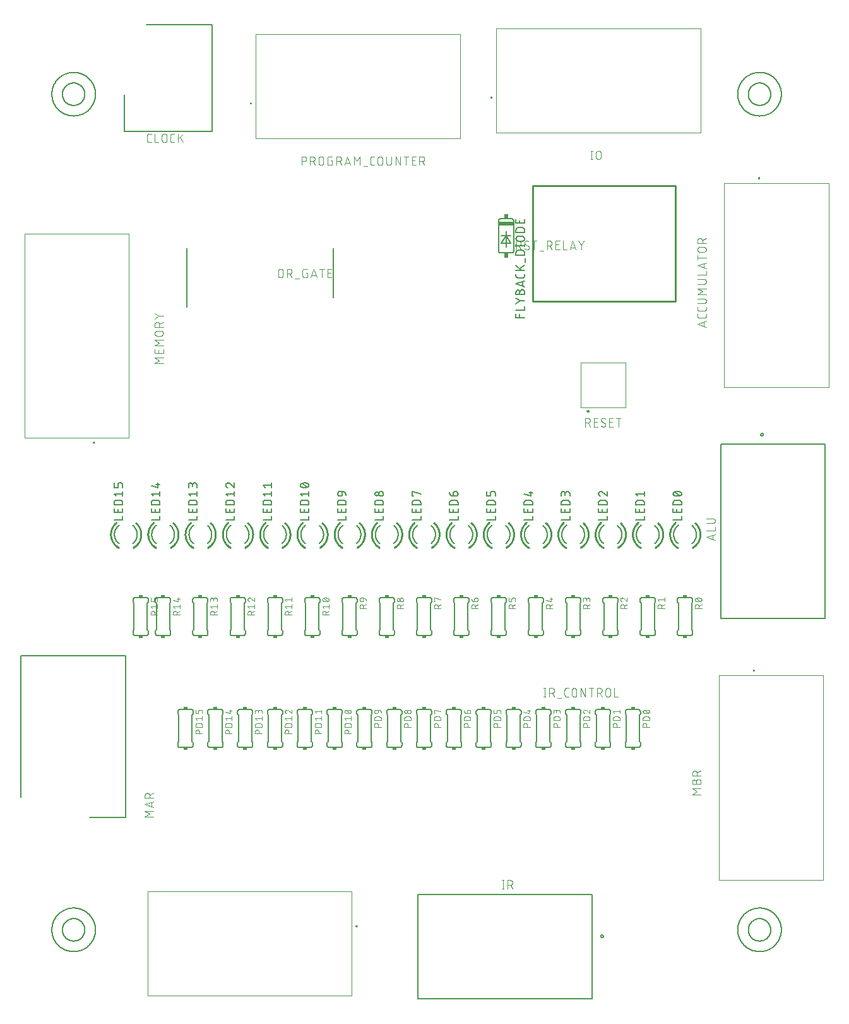
<source format=gbr>
G04 EAGLE Gerber RS-274X export*
G75*
%MOMM*%
%FSLAX34Y34*%
%LPD*%
%INSilkscreen Top*%
%IPPOS*%
%AMOC8*
5,1,8,0,0,1.08239X$1,22.5*%
G01*
%ADD10C,0.100000*%
%ADD11C,0.200000*%
%ADD12C,0.200000*%
%ADD13C,0.101600*%
%ADD14C,0.152400*%
%ADD15C,0.203200*%
%ADD16R,0.508000X0.381000*%
%ADD17C,0.254000*%
%ADD18C,0.127000*%
%ADD19R,2.032000X0.508000*%
%ADD20R,0.508000X0.635000*%


D10*
X1045500Y380700D02*
X1045500Y106700D01*
X905500Y106700D01*
X905500Y380700D01*
X1045500Y380700D01*
D11*
X952500Y387700D03*
D12*
X952456Y387698D01*
X952413Y387692D01*
X952371Y387683D01*
X952329Y387670D01*
X952289Y387653D01*
X952250Y387633D01*
X952213Y387610D01*
X952179Y387583D01*
X952146Y387554D01*
X952117Y387521D01*
X952090Y387487D01*
X952067Y387450D01*
X952047Y387411D01*
X952030Y387371D01*
X952017Y387329D01*
X952008Y387287D01*
X952002Y387244D01*
X952000Y387200D01*
X952002Y387156D01*
X952008Y387113D01*
X952017Y387071D01*
X952030Y387029D01*
X952047Y386989D01*
X952067Y386950D01*
X952090Y386913D01*
X952117Y386879D01*
X952146Y386846D01*
X952179Y386817D01*
X952213Y386790D01*
X952250Y386767D01*
X952289Y386747D01*
X952329Y386730D01*
X952371Y386717D01*
X952413Y386708D01*
X952456Y386702D01*
X952500Y386700D01*
D11*
X952500Y386700D03*
D12*
X952544Y386702D01*
X952587Y386708D01*
X952629Y386717D01*
X952671Y386730D01*
X952711Y386747D01*
X952750Y386767D01*
X952787Y386790D01*
X952821Y386817D01*
X952854Y386846D01*
X952883Y386879D01*
X952910Y386913D01*
X952933Y386950D01*
X952953Y386989D01*
X952970Y387029D01*
X952983Y387071D01*
X952992Y387113D01*
X952998Y387156D01*
X953000Y387200D01*
X952998Y387244D01*
X952992Y387287D01*
X952983Y387329D01*
X952970Y387371D01*
X952953Y387411D01*
X952933Y387450D01*
X952910Y387487D01*
X952883Y387521D01*
X952854Y387554D01*
X952821Y387583D01*
X952787Y387610D01*
X952750Y387633D01*
X952711Y387653D01*
X952671Y387670D01*
X952629Y387683D01*
X952587Y387692D01*
X952544Y387698D01*
X952500Y387700D01*
D11*
X952500Y387700D03*
D12*
X952456Y387698D01*
X952413Y387692D01*
X952371Y387683D01*
X952329Y387670D01*
X952289Y387653D01*
X952250Y387633D01*
X952213Y387610D01*
X952179Y387583D01*
X952146Y387554D01*
X952117Y387521D01*
X952090Y387487D01*
X952067Y387450D01*
X952047Y387411D01*
X952030Y387371D01*
X952017Y387329D01*
X952008Y387287D01*
X952002Y387244D01*
X952000Y387200D01*
X952002Y387156D01*
X952008Y387113D01*
X952017Y387071D01*
X952030Y387029D01*
X952047Y386989D01*
X952067Y386950D01*
X952090Y386913D01*
X952117Y386879D01*
X952146Y386846D01*
X952179Y386817D01*
X952213Y386790D01*
X952250Y386767D01*
X952289Y386747D01*
X952329Y386730D01*
X952371Y386717D01*
X952413Y386708D01*
X952456Y386702D01*
X952500Y386700D01*
D13*
X881342Y221401D02*
X869658Y221401D01*
X876149Y225296D01*
X869658Y229190D01*
X881342Y229190D01*
X874851Y235174D02*
X874851Y238419D01*
X874850Y238419D02*
X874852Y238532D01*
X874858Y238645D01*
X874868Y238758D01*
X874882Y238871D01*
X874899Y238983D01*
X874921Y239094D01*
X874946Y239204D01*
X874976Y239314D01*
X875009Y239422D01*
X875046Y239529D01*
X875086Y239635D01*
X875131Y239739D01*
X875179Y239842D01*
X875230Y239943D01*
X875285Y240042D01*
X875343Y240139D01*
X875405Y240234D01*
X875470Y240327D01*
X875538Y240417D01*
X875609Y240505D01*
X875684Y240591D01*
X875761Y240674D01*
X875841Y240754D01*
X875924Y240831D01*
X876010Y240906D01*
X876098Y240977D01*
X876188Y241045D01*
X876281Y241110D01*
X876376Y241172D01*
X876473Y241230D01*
X876572Y241285D01*
X876673Y241336D01*
X876776Y241384D01*
X876880Y241429D01*
X876986Y241469D01*
X877093Y241506D01*
X877201Y241539D01*
X877311Y241569D01*
X877421Y241594D01*
X877532Y241616D01*
X877644Y241633D01*
X877757Y241647D01*
X877870Y241657D01*
X877983Y241663D01*
X878096Y241665D01*
X878209Y241663D01*
X878322Y241657D01*
X878435Y241647D01*
X878548Y241633D01*
X878660Y241616D01*
X878771Y241594D01*
X878881Y241569D01*
X878991Y241539D01*
X879099Y241506D01*
X879206Y241469D01*
X879312Y241429D01*
X879416Y241384D01*
X879519Y241336D01*
X879620Y241285D01*
X879719Y241230D01*
X879816Y241172D01*
X879911Y241110D01*
X880004Y241045D01*
X880094Y240977D01*
X880182Y240906D01*
X880268Y240831D01*
X880351Y240754D01*
X880431Y240674D01*
X880508Y240591D01*
X880583Y240505D01*
X880654Y240417D01*
X880722Y240327D01*
X880787Y240234D01*
X880849Y240139D01*
X880907Y240042D01*
X880962Y239943D01*
X881013Y239842D01*
X881061Y239739D01*
X881106Y239635D01*
X881146Y239529D01*
X881183Y239422D01*
X881216Y239314D01*
X881246Y239204D01*
X881271Y239094D01*
X881293Y238983D01*
X881310Y238871D01*
X881324Y238758D01*
X881334Y238645D01*
X881340Y238532D01*
X881342Y238419D01*
X881342Y235174D01*
X869658Y235174D01*
X869658Y238419D01*
X869660Y238520D01*
X869666Y238620D01*
X869676Y238720D01*
X869689Y238820D01*
X869707Y238919D01*
X869728Y239018D01*
X869753Y239115D01*
X869782Y239212D01*
X869815Y239307D01*
X869851Y239401D01*
X869891Y239493D01*
X869934Y239584D01*
X869981Y239673D01*
X870031Y239760D01*
X870085Y239846D01*
X870142Y239929D01*
X870202Y240009D01*
X870265Y240088D01*
X870332Y240164D01*
X870401Y240237D01*
X870473Y240307D01*
X870547Y240375D01*
X870624Y240440D01*
X870704Y240501D01*
X870786Y240560D01*
X870870Y240615D01*
X870956Y240667D01*
X871044Y240716D01*
X871134Y240761D01*
X871226Y240803D01*
X871319Y240841D01*
X871414Y240875D01*
X871509Y240906D01*
X871606Y240933D01*
X871704Y240956D01*
X871803Y240976D01*
X871903Y240991D01*
X872003Y241003D01*
X872103Y241011D01*
X872204Y241015D01*
X872304Y241015D01*
X872405Y241011D01*
X872505Y241003D01*
X872605Y240991D01*
X872705Y240976D01*
X872804Y240956D01*
X872902Y240933D01*
X872999Y240906D01*
X873094Y240875D01*
X873189Y240841D01*
X873282Y240803D01*
X873374Y240761D01*
X873464Y240716D01*
X873552Y240667D01*
X873638Y240615D01*
X873722Y240560D01*
X873804Y240501D01*
X873884Y240440D01*
X873961Y240375D01*
X874035Y240307D01*
X874107Y240237D01*
X874176Y240164D01*
X874243Y240088D01*
X874306Y240009D01*
X874366Y239929D01*
X874423Y239846D01*
X874477Y239760D01*
X874527Y239673D01*
X874574Y239584D01*
X874617Y239493D01*
X874657Y239401D01*
X874693Y239307D01*
X874726Y239212D01*
X874755Y239115D01*
X874780Y239018D01*
X874801Y238919D01*
X874819Y238820D01*
X874832Y238720D01*
X874842Y238620D01*
X874848Y238520D01*
X874850Y238419D01*
X869658Y246508D02*
X881342Y246508D01*
X869658Y246508D02*
X869658Y249753D01*
X869660Y249866D01*
X869666Y249979D01*
X869676Y250092D01*
X869690Y250205D01*
X869707Y250317D01*
X869729Y250428D01*
X869754Y250538D01*
X869784Y250648D01*
X869817Y250756D01*
X869854Y250863D01*
X869894Y250969D01*
X869939Y251073D01*
X869987Y251176D01*
X870038Y251277D01*
X870093Y251376D01*
X870151Y251473D01*
X870213Y251568D01*
X870278Y251661D01*
X870346Y251751D01*
X870417Y251839D01*
X870492Y251925D01*
X870569Y252008D01*
X870649Y252088D01*
X870732Y252165D01*
X870818Y252240D01*
X870906Y252311D01*
X870996Y252379D01*
X871089Y252444D01*
X871184Y252506D01*
X871281Y252564D01*
X871380Y252619D01*
X871481Y252670D01*
X871584Y252718D01*
X871688Y252763D01*
X871794Y252803D01*
X871901Y252840D01*
X872009Y252873D01*
X872119Y252903D01*
X872229Y252928D01*
X872340Y252950D01*
X872452Y252967D01*
X872565Y252981D01*
X872678Y252991D01*
X872791Y252997D01*
X872904Y252999D01*
X873017Y252997D01*
X873130Y252991D01*
X873243Y252981D01*
X873356Y252967D01*
X873468Y252950D01*
X873579Y252928D01*
X873689Y252903D01*
X873799Y252873D01*
X873907Y252840D01*
X874014Y252803D01*
X874120Y252763D01*
X874224Y252718D01*
X874327Y252670D01*
X874428Y252619D01*
X874527Y252564D01*
X874624Y252506D01*
X874719Y252444D01*
X874812Y252379D01*
X874902Y252311D01*
X874990Y252240D01*
X875076Y252165D01*
X875159Y252088D01*
X875239Y252008D01*
X875316Y251925D01*
X875391Y251839D01*
X875462Y251751D01*
X875530Y251661D01*
X875595Y251568D01*
X875657Y251473D01*
X875715Y251376D01*
X875770Y251277D01*
X875821Y251176D01*
X875869Y251073D01*
X875914Y250969D01*
X875954Y250863D01*
X875991Y250756D01*
X876024Y250648D01*
X876054Y250538D01*
X876079Y250428D01*
X876101Y250317D01*
X876118Y250205D01*
X876132Y250092D01*
X876142Y249979D01*
X876148Y249866D01*
X876150Y249753D01*
X876149Y249753D02*
X876149Y246508D01*
X876149Y250402D02*
X881342Y252999D01*
D12*
X735800Y87400D02*
X735800Y-52600D01*
X501800Y-52600D01*
X501800Y87400D01*
X735800Y87400D01*
X746978Y31680D02*
X746980Y31763D01*
X746986Y31847D01*
X746996Y31929D01*
X747010Y32012D01*
X747027Y32093D01*
X747049Y32174D01*
X747074Y32253D01*
X747103Y32331D01*
X747136Y32408D01*
X747173Y32483D01*
X747213Y32556D01*
X747256Y32627D01*
X747303Y32696D01*
X747353Y32763D01*
X747406Y32827D01*
X747462Y32889D01*
X747521Y32948D01*
X747583Y33004D01*
X747647Y33057D01*
X747714Y33107D01*
X747783Y33154D01*
X747854Y33197D01*
X747927Y33237D01*
X748002Y33274D01*
X748079Y33307D01*
X748157Y33336D01*
X748236Y33361D01*
X748317Y33383D01*
X748398Y33400D01*
X748481Y33414D01*
X748563Y33424D01*
X748647Y33430D01*
X748730Y33432D01*
X748813Y33430D01*
X748897Y33424D01*
X748979Y33414D01*
X749062Y33400D01*
X749143Y33383D01*
X749224Y33361D01*
X749303Y33336D01*
X749381Y33307D01*
X749458Y33274D01*
X749533Y33237D01*
X749606Y33197D01*
X749677Y33154D01*
X749746Y33107D01*
X749813Y33057D01*
X749877Y33004D01*
X749939Y32948D01*
X749998Y32889D01*
X750054Y32827D01*
X750107Y32763D01*
X750157Y32696D01*
X750204Y32627D01*
X750247Y32556D01*
X750287Y32483D01*
X750324Y32408D01*
X750357Y32331D01*
X750386Y32253D01*
X750411Y32174D01*
X750433Y32093D01*
X750450Y32012D01*
X750464Y31929D01*
X750474Y31847D01*
X750480Y31763D01*
X750482Y31680D01*
X750480Y31597D01*
X750474Y31513D01*
X750464Y31431D01*
X750450Y31348D01*
X750433Y31267D01*
X750411Y31186D01*
X750386Y31107D01*
X750357Y31029D01*
X750324Y30952D01*
X750287Y30877D01*
X750247Y30804D01*
X750204Y30733D01*
X750157Y30664D01*
X750107Y30597D01*
X750054Y30533D01*
X749998Y30471D01*
X749939Y30412D01*
X749877Y30356D01*
X749813Y30303D01*
X749746Y30253D01*
X749677Y30206D01*
X749606Y30163D01*
X749533Y30123D01*
X749458Y30086D01*
X749381Y30053D01*
X749303Y30024D01*
X749224Y29999D01*
X749143Y29977D01*
X749062Y29960D01*
X748979Y29946D01*
X748897Y29936D01*
X748813Y29930D01*
X748730Y29928D01*
X748647Y29930D01*
X748563Y29936D01*
X748481Y29946D01*
X748398Y29960D01*
X748317Y29977D01*
X748236Y29999D01*
X748157Y30024D01*
X748079Y30053D01*
X748002Y30086D01*
X747927Y30123D01*
X747854Y30163D01*
X747783Y30206D01*
X747714Y30253D01*
X747647Y30303D01*
X747583Y30356D01*
X747521Y30412D01*
X747462Y30471D01*
X747406Y30533D01*
X747353Y30597D01*
X747303Y30664D01*
X747256Y30733D01*
X747213Y30804D01*
X747173Y30877D01*
X747136Y30952D01*
X747103Y31029D01*
X747074Y31107D01*
X747049Y31186D01*
X747027Y31267D01*
X747010Y31348D01*
X746996Y31431D01*
X746986Y31513D01*
X746980Y31597D01*
X746978Y31680D01*
D13*
X615957Y94698D02*
X615957Y106382D01*
X614659Y94698D02*
X617255Y94698D01*
X617255Y106382D02*
X614659Y106382D01*
X622310Y106382D02*
X622310Y94698D01*
X622310Y106382D02*
X625556Y106382D01*
X625669Y106380D01*
X625782Y106374D01*
X625895Y106364D01*
X626008Y106350D01*
X626120Y106333D01*
X626231Y106311D01*
X626341Y106286D01*
X626451Y106256D01*
X626559Y106223D01*
X626666Y106186D01*
X626772Y106146D01*
X626876Y106101D01*
X626979Y106053D01*
X627080Y106002D01*
X627179Y105947D01*
X627276Y105889D01*
X627371Y105827D01*
X627464Y105762D01*
X627554Y105694D01*
X627642Y105623D01*
X627728Y105548D01*
X627811Y105471D01*
X627891Y105391D01*
X627968Y105308D01*
X628043Y105222D01*
X628114Y105134D01*
X628182Y105044D01*
X628247Y104951D01*
X628309Y104856D01*
X628367Y104759D01*
X628422Y104660D01*
X628473Y104559D01*
X628521Y104456D01*
X628566Y104352D01*
X628606Y104246D01*
X628643Y104139D01*
X628676Y104031D01*
X628706Y103921D01*
X628731Y103811D01*
X628753Y103700D01*
X628770Y103588D01*
X628784Y103475D01*
X628794Y103362D01*
X628800Y103249D01*
X628802Y103136D01*
X628800Y103023D01*
X628794Y102910D01*
X628784Y102797D01*
X628770Y102684D01*
X628753Y102572D01*
X628731Y102461D01*
X628706Y102351D01*
X628676Y102241D01*
X628643Y102133D01*
X628606Y102026D01*
X628566Y101920D01*
X628521Y101816D01*
X628473Y101713D01*
X628422Y101612D01*
X628367Y101513D01*
X628309Y101416D01*
X628247Y101321D01*
X628182Y101228D01*
X628114Y101138D01*
X628043Y101050D01*
X627968Y100964D01*
X627891Y100881D01*
X627811Y100801D01*
X627728Y100724D01*
X627642Y100649D01*
X627554Y100578D01*
X627464Y100510D01*
X627371Y100445D01*
X627276Y100383D01*
X627179Y100325D01*
X627080Y100270D01*
X626979Y100219D01*
X626876Y100171D01*
X626772Y100126D01*
X626666Y100086D01*
X626559Y100049D01*
X626451Y100016D01*
X626341Y99986D01*
X626231Y99961D01*
X626120Y99939D01*
X626008Y99922D01*
X625895Y99908D01*
X625782Y99898D01*
X625669Y99892D01*
X625556Y99890D01*
X625556Y99891D02*
X622310Y99891D01*
X626205Y99891D02*
X628801Y94698D01*
D12*
X225400Y1252800D02*
X137400Y1252800D01*
X225400Y1252800D02*
X225400Y1110300D01*
X108400Y1110300D01*
X108400Y1158800D01*
D13*
X141466Y1095358D02*
X144063Y1095358D01*
X141466Y1095358D02*
X141367Y1095360D01*
X141267Y1095366D01*
X141168Y1095375D01*
X141070Y1095388D01*
X140972Y1095405D01*
X140874Y1095426D01*
X140778Y1095451D01*
X140683Y1095479D01*
X140589Y1095511D01*
X140496Y1095546D01*
X140404Y1095585D01*
X140314Y1095628D01*
X140226Y1095673D01*
X140139Y1095723D01*
X140055Y1095775D01*
X139972Y1095831D01*
X139892Y1095889D01*
X139814Y1095951D01*
X139739Y1096016D01*
X139666Y1096084D01*
X139596Y1096154D01*
X139528Y1096227D01*
X139463Y1096302D01*
X139401Y1096380D01*
X139343Y1096460D01*
X139287Y1096543D01*
X139235Y1096627D01*
X139185Y1096714D01*
X139140Y1096802D01*
X139097Y1096892D01*
X139058Y1096984D01*
X139023Y1097077D01*
X138991Y1097171D01*
X138963Y1097266D01*
X138938Y1097362D01*
X138917Y1097460D01*
X138900Y1097558D01*
X138887Y1097656D01*
X138878Y1097755D01*
X138872Y1097855D01*
X138870Y1097954D01*
X138870Y1104446D01*
X138872Y1104545D01*
X138878Y1104645D01*
X138887Y1104744D01*
X138900Y1104842D01*
X138917Y1104940D01*
X138938Y1105038D01*
X138963Y1105134D01*
X138991Y1105229D01*
X139023Y1105323D01*
X139058Y1105416D01*
X139097Y1105508D01*
X139140Y1105598D01*
X139185Y1105686D01*
X139235Y1105773D01*
X139287Y1105857D01*
X139343Y1105940D01*
X139401Y1106020D01*
X139463Y1106098D01*
X139528Y1106173D01*
X139596Y1106246D01*
X139666Y1106316D01*
X139739Y1106384D01*
X139814Y1106449D01*
X139892Y1106511D01*
X139972Y1106569D01*
X140055Y1106625D01*
X140139Y1106677D01*
X140226Y1106727D01*
X140314Y1106772D01*
X140404Y1106815D01*
X140496Y1106854D01*
X140588Y1106889D01*
X140683Y1106921D01*
X140778Y1106949D01*
X140874Y1106974D01*
X140972Y1106995D01*
X141070Y1107012D01*
X141168Y1107025D01*
X141267Y1107034D01*
X141367Y1107040D01*
X141466Y1107042D01*
X144063Y1107042D01*
X148831Y1107042D02*
X148831Y1095358D01*
X154024Y1095358D01*
X158334Y1098604D02*
X158334Y1103796D01*
X158333Y1103796D02*
X158335Y1103909D01*
X158341Y1104022D01*
X158351Y1104135D01*
X158365Y1104248D01*
X158382Y1104360D01*
X158404Y1104471D01*
X158429Y1104581D01*
X158459Y1104691D01*
X158492Y1104799D01*
X158529Y1104906D01*
X158569Y1105012D01*
X158614Y1105116D01*
X158662Y1105219D01*
X158713Y1105320D01*
X158768Y1105419D01*
X158826Y1105516D01*
X158888Y1105611D01*
X158953Y1105704D01*
X159021Y1105794D01*
X159092Y1105882D01*
X159167Y1105968D01*
X159244Y1106051D01*
X159324Y1106131D01*
X159407Y1106208D01*
X159493Y1106283D01*
X159581Y1106354D01*
X159671Y1106422D01*
X159764Y1106487D01*
X159859Y1106549D01*
X159956Y1106607D01*
X160055Y1106662D01*
X160156Y1106713D01*
X160259Y1106761D01*
X160363Y1106806D01*
X160469Y1106846D01*
X160576Y1106883D01*
X160684Y1106916D01*
X160794Y1106946D01*
X160904Y1106971D01*
X161015Y1106993D01*
X161127Y1107010D01*
X161240Y1107024D01*
X161353Y1107034D01*
X161466Y1107040D01*
X161579Y1107042D01*
X161692Y1107040D01*
X161805Y1107034D01*
X161918Y1107024D01*
X162031Y1107010D01*
X162143Y1106993D01*
X162254Y1106971D01*
X162364Y1106946D01*
X162474Y1106916D01*
X162582Y1106883D01*
X162689Y1106846D01*
X162795Y1106806D01*
X162899Y1106761D01*
X163002Y1106713D01*
X163103Y1106662D01*
X163202Y1106607D01*
X163299Y1106549D01*
X163394Y1106487D01*
X163487Y1106422D01*
X163577Y1106354D01*
X163665Y1106283D01*
X163751Y1106208D01*
X163834Y1106131D01*
X163914Y1106051D01*
X163991Y1105968D01*
X164066Y1105882D01*
X164137Y1105794D01*
X164205Y1105704D01*
X164270Y1105611D01*
X164332Y1105516D01*
X164390Y1105419D01*
X164445Y1105320D01*
X164496Y1105219D01*
X164544Y1105116D01*
X164589Y1105012D01*
X164629Y1104906D01*
X164666Y1104799D01*
X164699Y1104691D01*
X164729Y1104581D01*
X164754Y1104471D01*
X164776Y1104360D01*
X164793Y1104248D01*
X164807Y1104135D01*
X164817Y1104022D01*
X164823Y1103909D01*
X164825Y1103796D01*
X164825Y1098604D01*
X164823Y1098491D01*
X164817Y1098378D01*
X164807Y1098265D01*
X164793Y1098152D01*
X164776Y1098040D01*
X164754Y1097929D01*
X164729Y1097819D01*
X164699Y1097709D01*
X164666Y1097601D01*
X164629Y1097494D01*
X164589Y1097388D01*
X164544Y1097284D01*
X164496Y1097181D01*
X164445Y1097080D01*
X164390Y1096981D01*
X164332Y1096884D01*
X164270Y1096789D01*
X164205Y1096696D01*
X164137Y1096606D01*
X164066Y1096518D01*
X163991Y1096432D01*
X163914Y1096349D01*
X163834Y1096269D01*
X163751Y1096192D01*
X163665Y1096117D01*
X163577Y1096046D01*
X163487Y1095978D01*
X163394Y1095913D01*
X163299Y1095851D01*
X163202Y1095793D01*
X163103Y1095738D01*
X163002Y1095687D01*
X162899Y1095639D01*
X162795Y1095594D01*
X162689Y1095554D01*
X162582Y1095517D01*
X162474Y1095484D01*
X162364Y1095454D01*
X162254Y1095429D01*
X162143Y1095407D01*
X162031Y1095390D01*
X161918Y1095376D01*
X161805Y1095366D01*
X161692Y1095360D01*
X161579Y1095358D01*
X161466Y1095360D01*
X161353Y1095366D01*
X161240Y1095376D01*
X161127Y1095390D01*
X161015Y1095407D01*
X160904Y1095429D01*
X160794Y1095454D01*
X160684Y1095484D01*
X160576Y1095517D01*
X160469Y1095554D01*
X160363Y1095594D01*
X160259Y1095639D01*
X160156Y1095687D01*
X160055Y1095738D01*
X159956Y1095793D01*
X159859Y1095851D01*
X159764Y1095913D01*
X159671Y1095978D01*
X159581Y1096046D01*
X159493Y1096117D01*
X159407Y1096192D01*
X159324Y1096269D01*
X159244Y1096349D01*
X159167Y1096432D01*
X159092Y1096518D01*
X159021Y1096606D01*
X158953Y1096696D01*
X158888Y1096789D01*
X158826Y1096884D01*
X158768Y1096981D01*
X158713Y1097080D01*
X158662Y1097181D01*
X158614Y1097284D01*
X158569Y1097388D01*
X158529Y1097494D01*
X158492Y1097601D01*
X158459Y1097709D01*
X158429Y1097819D01*
X158404Y1097929D01*
X158382Y1098040D01*
X158365Y1098152D01*
X158351Y1098265D01*
X158341Y1098378D01*
X158335Y1098491D01*
X158333Y1098604D01*
X172327Y1095358D02*
X174924Y1095358D01*
X172327Y1095358D02*
X172228Y1095360D01*
X172128Y1095366D01*
X172029Y1095375D01*
X171931Y1095388D01*
X171833Y1095405D01*
X171735Y1095426D01*
X171639Y1095451D01*
X171544Y1095479D01*
X171450Y1095511D01*
X171357Y1095546D01*
X171265Y1095585D01*
X171175Y1095628D01*
X171087Y1095673D01*
X171000Y1095723D01*
X170916Y1095775D01*
X170833Y1095831D01*
X170753Y1095889D01*
X170675Y1095951D01*
X170600Y1096016D01*
X170527Y1096084D01*
X170457Y1096154D01*
X170389Y1096227D01*
X170324Y1096302D01*
X170262Y1096380D01*
X170204Y1096460D01*
X170148Y1096543D01*
X170096Y1096627D01*
X170046Y1096714D01*
X170001Y1096802D01*
X169958Y1096892D01*
X169919Y1096984D01*
X169884Y1097077D01*
X169852Y1097171D01*
X169824Y1097266D01*
X169799Y1097362D01*
X169778Y1097460D01*
X169761Y1097558D01*
X169748Y1097656D01*
X169739Y1097755D01*
X169733Y1097855D01*
X169731Y1097954D01*
X169731Y1104446D01*
X169733Y1104545D01*
X169739Y1104645D01*
X169748Y1104744D01*
X169761Y1104842D01*
X169778Y1104940D01*
X169799Y1105038D01*
X169824Y1105134D01*
X169852Y1105229D01*
X169884Y1105323D01*
X169919Y1105416D01*
X169958Y1105508D01*
X170001Y1105598D01*
X170046Y1105686D01*
X170096Y1105773D01*
X170148Y1105857D01*
X170204Y1105940D01*
X170262Y1106020D01*
X170324Y1106098D01*
X170389Y1106173D01*
X170457Y1106246D01*
X170527Y1106316D01*
X170600Y1106384D01*
X170675Y1106449D01*
X170753Y1106511D01*
X170833Y1106569D01*
X170916Y1106625D01*
X171000Y1106677D01*
X171087Y1106727D01*
X171175Y1106772D01*
X171265Y1106815D01*
X171357Y1106854D01*
X171449Y1106889D01*
X171544Y1106921D01*
X171639Y1106949D01*
X171735Y1106974D01*
X171833Y1106995D01*
X171931Y1107012D01*
X172029Y1107025D01*
X172128Y1107034D01*
X172228Y1107040D01*
X172327Y1107042D01*
X174924Y1107042D01*
X179839Y1107042D02*
X179839Y1095358D01*
X179839Y1099902D02*
X186330Y1107042D01*
X182436Y1102498D02*
X186330Y1095358D01*
D10*
X1052530Y1040920D02*
X1052530Y766920D01*
X912530Y766920D01*
X912530Y1040920D01*
X1052530Y1040920D01*
D11*
X959530Y1047920D03*
D12*
X959486Y1047918D01*
X959443Y1047912D01*
X959401Y1047903D01*
X959359Y1047890D01*
X959319Y1047873D01*
X959280Y1047853D01*
X959243Y1047830D01*
X959209Y1047803D01*
X959176Y1047774D01*
X959147Y1047741D01*
X959120Y1047707D01*
X959097Y1047670D01*
X959077Y1047631D01*
X959060Y1047591D01*
X959047Y1047549D01*
X959038Y1047507D01*
X959032Y1047464D01*
X959030Y1047420D01*
X959032Y1047376D01*
X959038Y1047333D01*
X959047Y1047291D01*
X959060Y1047249D01*
X959077Y1047209D01*
X959097Y1047170D01*
X959120Y1047133D01*
X959147Y1047099D01*
X959176Y1047066D01*
X959209Y1047037D01*
X959243Y1047010D01*
X959280Y1046987D01*
X959319Y1046967D01*
X959359Y1046950D01*
X959401Y1046937D01*
X959443Y1046928D01*
X959486Y1046922D01*
X959530Y1046920D01*
D11*
X959530Y1046920D03*
D12*
X959574Y1046922D01*
X959617Y1046928D01*
X959659Y1046937D01*
X959701Y1046950D01*
X959741Y1046967D01*
X959780Y1046987D01*
X959817Y1047010D01*
X959851Y1047037D01*
X959884Y1047066D01*
X959913Y1047099D01*
X959940Y1047133D01*
X959963Y1047170D01*
X959983Y1047209D01*
X960000Y1047249D01*
X960013Y1047291D01*
X960022Y1047333D01*
X960028Y1047376D01*
X960030Y1047420D01*
X960028Y1047464D01*
X960022Y1047507D01*
X960013Y1047549D01*
X960000Y1047591D01*
X959983Y1047631D01*
X959963Y1047670D01*
X959940Y1047707D01*
X959913Y1047741D01*
X959884Y1047774D01*
X959851Y1047803D01*
X959817Y1047830D01*
X959780Y1047853D01*
X959741Y1047873D01*
X959701Y1047890D01*
X959659Y1047903D01*
X959617Y1047912D01*
X959574Y1047918D01*
X959530Y1047920D01*
D11*
X959530Y1047920D03*
D12*
X959486Y1047918D01*
X959443Y1047912D01*
X959401Y1047903D01*
X959359Y1047890D01*
X959319Y1047873D01*
X959280Y1047853D01*
X959243Y1047830D01*
X959209Y1047803D01*
X959176Y1047774D01*
X959147Y1047741D01*
X959120Y1047707D01*
X959097Y1047670D01*
X959077Y1047631D01*
X959060Y1047591D01*
X959047Y1047549D01*
X959038Y1047507D01*
X959032Y1047464D01*
X959030Y1047420D01*
X959032Y1047376D01*
X959038Y1047333D01*
X959047Y1047291D01*
X959060Y1047249D01*
X959077Y1047209D01*
X959097Y1047170D01*
X959120Y1047133D01*
X959147Y1047099D01*
X959176Y1047066D01*
X959209Y1047037D01*
X959243Y1047010D01*
X959280Y1046987D01*
X959319Y1046967D01*
X959359Y1046950D01*
X959401Y1046937D01*
X959443Y1046928D01*
X959486Y1046922D01*
X959530Y1046920D01*
D13*
X888372Y847997D02*
X876688Y851891D01*
X888372Y855786D01*
X885451Y854812D02*
X885451Y848970D01*
X888372Y862639D02*
X888372Y865235D01*
X888372Y862639D02*
X888370Y862540D01*
X888364Y862440D01*
X888355Y862341D01*
X888342Y862243D01*
X888325Y862145D01*
X888304Y862047D01*
X888279Y861951D01*
X888251Y861856D01*
X888219Y861762D01*
X888184Y861669D01*
X888145Y861577D01*
X888102Y861487D01*
X888057Y861399D01*
X888007Y861312D01*
X887955Y861228D01*
X887899Y861145D01*
X887841Y861065D01*
X887779Y860987D01*
X887714Y860912D01*
X887646Y860839D01*
X887576Y860769D01*
X887503Y860701D01*
X887428Y860636D01*
X887350Y860574D01*
X887270Y860516D01*
X887187Y860460D01*
X887103Y860408D01*
X887016Y860358D01*
X886928Y860313D01*
X886838Y860270D01*
X886746Y860231D01*
X886653Y860196D01*
X886559Y860164D01*
X886464Y860136D01*
X886368Y860111D01*
X886270Y860090D01*
X886172Y860073D01*
X886074Y860060D01*
X885975Y860051D01*
X885875Y860045D01*
X885776Y860043D01*
X879284Y860043D01*
X879284Y860042D02*
X879185Y860044D01*
X879085Y860050D01*
X878986Y860059D01*
X878888Y860072D01*
X878790Y860090D01*
X878692Y860110D01*
X878596Y860135D01*
X878500Y860163D01*
X878406Y860195D01*
X878313Y860230D01*
X878222Y860269D01*
X878132Y860312D01*
X878043Y860357D01*
X877957Y860407D01*
X877872Y860459D01*
X877790Y860515D01*
X877710Y860574D01*
X877632Y860635D01*
X877556Y860700D01*
X877483Y860768D01*
X877413Y860838D01*
X877345Y860911D01*
X877280Y860987D01*
X877219Y861065D01*
X877160Y861145D01*
X877104Y861227D01*
X877052Y861312D01*
X877003Y861398D01*
X876957Y861487D01*
X876914Y861577D01*
X876875Y861668D01*
X876840Y861761D01*
X876808Y861855D01*
X876780Y861951D01*
X876755Y862047D01*
X876735Y862145D01*
X876717Y862243D01*
X876704Y862341D01*
X876695Y862440D01*
X876689Y862539D01*
X876687Y862639D01*
X876688Y862639D02*
X876688Y865235D01*
X888372Y872164D02*
X888372Y874760D01*
X888372Y872164D02*
X888370Y872065D01*
X888364Y871965D01*
X888355Y871866D01*
X888342Y871768D01*
X888325Y871670D01*
X888304Y871572D01*
X888279Y871476D01*
X888251Y871381D01*
X888219Y871287D01*
X888184Y871194D01*
X888145Y871102D01*
X888102Y871012D01*
X888057Y870924D01*
X888007Y870837D01*
X887955Y870753D01*
X887899Y870670D01*
X887841Y870590D01*
X887779Y870512D01*
X887714Y870437D01*
X887646Y870364D01*
X887576Y870294D01*
X887503Y870226D01*
X887428Y870161D01*
X887350Y870099D01*
X887270Y870041D01*
X887187Y869985D01*
X887103Y869933D01*
X887016Y869883D01*
X886928Y869838D01*
X886838Y869795D01*
X886746Y869756D01*
X886653Y869721D01*
X886559Y869689D01*
X886464Y869661D01*
X886368Y869636D01*
X886270Y869615D01*
X886172Y869598D01*
X886074Y869585D01*
X885975Y869576D01*
X885875Y869570D01*
X885776Y869568D01*
X879284Y869568D01*
X879284Y869567D02*
X879185Y869569D01*
X879085Y869575D01*
X878986Y869584D01*
X878888Y869597D01*
X878790Y869615D01*
X878692Y869635D01*
X878596Y869660D01*
X878500Y869688D01*
X878406Y869720D01*
X878313Y869755D01*
X878222Y869794D01*
X878132Y869837D01*
X878043Y869882D01*
X877957Y869932D01*
X877872Y869984D01*
X877790Y870040D01*
X877710Y870099D01*
X877632Y870160D01*
X877556Y870225D01*
X877483Y870293D01*
X877413Y870363D01*
X877345Y870436D01*
X877280Y870512D01*
X877219Y870590D01*
X877160Y870670D01*
X877104Y870752D01*
X877052Y870837D01*
X877003Y870923D01*
X876957Y871012D01*
X876914Y871102D01*
X876875Y871193D01*
X876840Y871286D01*
X876808Y871380D01*
X876780Y871476D01*
X876755Y871572D01*
X876735Y871670D01*
X876717Y871768D01*
X876704Y871866D01*
X876695Y871965D01*
X876689Y872064D01*
X876687Y872164D01*
X876688Y872164D02*
X876688Y874760D01*
X876688Y879507D02*
X885126Y879507D01*
X885126Y879506D02*
X885239Y879508D01*
X885352Y879514D01*
X885465Y879524D01*
X885578Y879538D01*
X885690Y879555D01*
X885801Y879577D01*
X885911Y879602D01*
X886021Y879632D01*
X886129Y879665D01*
X886236Y879702D01*
X886342Y879742D01*
X886446Y879787D01*
X886549Y879835D01*
X886650Y879886D01*
X886749Y879941D01*
X886846Y879999D01*
X886941Y880061D01*
X887034Y880126D01*
X887124Y880194D01*
X887212Y880265D01*
X887298Y880340D01*
X887381Y880417D01*
X887461Y880497D01*
X887538Y880580D01*
X887613Y880666D01*
X887684Y880754D01*
X887752Y880844D01*
X887817Y880937D01*
X887879Y881032D01*
X887937Y881129D01*
X887992Y881228D01*
X888043Y881329D01*
X888091Y881432D01*
X888136Y881536D01*
X888176Y881642D01*
X888213Y881749D01*
X888246Y881857D01*
X888276Y881967D01*
X888301Y882077D01*
X888323Y882188D01*
X888340Y882300D01*
X888354Y882413D01*
X888364Y882526D01*
X888370Y882639D01*
X888372Y882752D01*
X888370Y882865D01*
X888364Y882978D01*
X888354Y883091D01*
X888340Y883204D01*
X888323Y883316D01*
X888301Y883427D01*
X888276Y883537D01*
X888246Y883647D01*
X888213Y883755D01*
X888176Y883862D01*
X888136Y883968D01*
X888091Y884072D01*
X888043Y884175D01*
X887992Y884276D01*
X887937Y884375D01*
X887879Y884472D01*
X887817Y884567D01*
X887752Y884660D01*
X887684Y884750D01*
X887613Y884838D01*
X887538Y884924D01*
X887461Y885007D01*
X887381Y885087D01*
X887298Y885164D01*
X887212Y885239D01*
X887124Y885310D01*
X887034Y885378D01*
X886941Y885443D01*
X886846Y885505D01*
X886749Y885563D01*
X886650Y885618D01*
X886549Y885669D01*
X886446Y885717D01*
X886342Y885762D01*
X886236Y885802D01*
X886129Y885839D01*
X886021Y885872D01*
X885911Y885902D01*
X885801Y885927D01*
X885690Y885949D01*
X885578Y885966D01*
X885465Y885980D01*
X885352Y885990D01*
X885239Y885996D01*
X885126Y885998D01*
X876688Y885998D01*
X876688Y891812D02*
X888372Y891812D01*
X883179Y895706D02*
X876688Y891812D01*
X883179Y895706D02*
X876688Y899601D01*
X888372Y899601D01*
X885126Y905415D02*
X876688Y905415D01*
X885126Y905414D02*
X885239Y905416D01*
X885352Y905422D01*
X885465Y905432D01*
X885578Y905446D01*
X885690Y905463D01*
X885801Y905485D01*
X885911Y905510D01*
X886021Y905540D01*
X886129Y905573D01*
X886236Y905610D01*
X886342Y905650D01*
X886446Y905695D01*
X886549Y905743D01*
X886650Y905794D01*
X886749Y905849D01*
X886846Y905907D01*
X886941Y905969D01*
X887034Y906034D01*
X887124Y906102D01*
X887212Y906173D01*
X887298Y906248D01*
X887381Y906325D01*
X887461Y906405D01*
X887538Y906488D01*
X887613Y906574D01*
X887684Y906662D01*
X887752Y906752D01*
X887817Y906845D01*
X887879Y906940D01*
X887937Y907037D01*
X887992Y907136D01*
X888043Y907237D01*
X888091Y907340D01*
X888136Y907444D01*
X888176Y907550D01*
X888213Y907657D01*
X888246Y907765D01*
X888276Y907875D01*
X888301Y907985D01*
X888323Y908096D01*
X888340Y908208D01*
X888354Y908321D01*
X888364Y908434D01*
X888370Y908547D01*
X888372Y908660D01*
X888370Y908773D01*
X888364Y908886D01*
X888354Y908999D01*
X888340Y909112D01*
X888323Y909224D01*
X888301Y909335D01*
X888276Y909445D01*
X888246Y909555D01*
X888213Y909663D01*
X888176Y909770D01*
X888136Y909876D01*
X888091Y909980D01*
X888043Y910083D01*
X887992Y910184D01*
X887937Y910283D01*
X887879Y910380D01*
X887817Y910475D01*
X887752Y910568D01*
X887684Y910658D01*
X887613Y910746D01*
X887538Y910832D01*
X887461Y910915D01*
X887381Y910995D01*
X887298Y911072D01*
X887212Y911147D01*
X887124Y911218D01*
X887034Y911286D01*
X886941Y911351D01*
X886846Y911413D01*
X886749Y911471D01*
X886650Y911526D01*
X886549Y911577D01*
X886446Y911625D01*
X886342Y911670D01*
X886236Y911710D01*
X886129Y911747D01*
X886021Y911780D01*
X885911Y911810D01*
X885801Y911835D01*
X885690Y911857D01*
X885578Y911874D01*
X885465Y911888D01*
X885352Y911898D01*
X885239Y911904D01*
X885126Y911906D01*
X876688Y911906D01*
X876688Y917629D02*
X888372Y917629D01*
X888372Y922822D01*
X888372Y926483D02*
X876688Y930377D01*
X888372Y934272D01*
X885451Y933298D02*
X885451Y927456D01*
X888372Y941045D02*
X876688Y941045D01*
X876688Y937800D02*
X876688Y944291D01*
X879934Y948468D02*
X885126Y948468D01*
X879934Y948467D02*
X879821Y948469D01*
X879708Y948475D01*
X879595Y948485D01*
X879482Y948499D01*
X879370Y948516D01*
X879259Y948538D01*
X879149Y948563D01*
X879039Y948593D01*
X878931Y948626D01*
X878824Y948663D01*
X878718Y948703D01*
X878614Y948748D01*
X878511Y948796D01*
X878410Y948847D01*
X878311Y948902D01*
X878214Y948960D01*
X878119Y949022D01*
X878026Y949087D01*
X877936Y949155D01*
X877848Y949226D01*
X877762Y949301D01*
X877679Y949378D01*
X877599Y949458D01*
X877522Y949541D01*
X877447Y949627D01*
X877376Y949715D01*
X877308Y949805D01*
X877243Y949898D01*
X877181Y949993D01*
X877123Y950090D01*
X877068Y950189D01*
X877017Y950290D01*
X876969Y950393D01*
X876924Y950497D01*
X876884Y950603D01*
X876847Y950710D01*
X876814Y950818D01*
X876784Y950928D01*
X876759Y951038D01*
X876737Y951149D01*
X876720Y951261D01*
X876706Y951374D01*
X876696Y951487D01*
X876690Y951600D01*
X876688Y951713D01*
X876690Y951826D01*
X876696Y951939D01*
X876706Y952052D01*
X876720Y952165D01*
X876737Y952277D01*
X876759Y952388D01*
X876784Y952498D01*
X876814Y952608D01*
X876847Y952716D01*
X876884Y952823D01*
X876924Y952929D01*
X876969Y953033D01*
X877017Y953136D01*
X877068Y953237D01*
X877123Y953336D01*
X877181Y953433D01*
X877243Y953528D01*
X877308Y953621D01*
X877376Y953711D01*
X877447Y953799D01*
X877522Y953885D01*
X877599Y953968D01*
X877679Y954048D01*
X877762Y954125D01*
X877848Y954200D01*
X877936Y954271D01*
X878026Y954339D01*
X878119Y954404D01*
X878214Y954466D01*
X878311Y954524D01*
X878410Y954579D01*
X878511Y954630D01*
X878614Y954678D01*
X878718Y954723D01*
X878824Y954763D01*
X878931Y954800D01*
X879039Y954833D01*
X879149Y954863D01*
X879259Y954888D01*
X879370Y954910D01*
X879482Y954927D01*
X879595Y954941D01*
X879708Y954951D01*
X879821Y954957D01*
X879934Y954959D01*
X885126Y954959D01*
X885239Y954957D01*
X885352Y954951D01*
X885465Y954941D01*
X885578Y954927D01*
X885690Y954910D01*
X885801Y954888D01*
X885911Y954863D01*
X886021Y954833D01*
X886129Y954800D01*
X886236Y954763D01*
X886342Y954723D01*
X886446Y954678D01*
X886549Y954630D01*
X886650Y954579D01*
X886749Y954524D01*
X886846Y954466D01*
X886941Y954404D01*
X887034Y954339D01*
X887124Y954271D01*
X887212Y954200D01*
X887298Y954125D01*
X887381Y954048D01*
X887461Y953968D01*
X887538Y953885D01*
X887613Y953799D01*
X887684Y953711D01*
X887752Y953621D01*
X887817Y953528D01*
X887879Y953433D01*
X887937Y953336D01*
X887992Y953237D01*
X888043Y953136D01*
X888091Y953033D01*
X888136Y952929D01*
X888176Y952823D01*
X888213Y952716D01*
X888246Y952608D01*
X888276Y952498D01*
X888301Y952388D01*
X888323Y952277D01*
X888340Y952165D01*
X888354Y952052D01*
X888364Y951939D01*
X888370Y951826D01*
X888372Y951713D01*
X888370Y951600D01*
X888364Y951487D01*
X888354Y951374D01*
X888340Y951261D01*
X888323Y951149D01*
X888301Y951038D01*
X888276Y950928D01*
X888246Y950818D01*
X888213Y950710D01*
X888176Y950603D01*
X888136Y950497D01*
X888091Y950393D01*
X888043Y950290D01*
X887992Y950189D01*
X887937Y950090D01*
X887879Y949993D01*
X887817Y949898D01*
X887752Y949805D01*
X887684Y949715D01*
X887613Y949627D01*
X887538Y949541D01*
X887461Y949458D01*
X887381Y949378D01*
X887298Y949301D01*
X887212Y949226D01*
X887124Y949155D01*
X887034Y949087D01*
X886941Y949022D01*
X886846Y948960D01*
X886749Y948902D01*
X886650Y948847D01*
X886549Y948796D01*
X886446Y948748D01*
X886342Y948703D01*
X886236Y948663D01*
X886129Y948626D01*
X886021Y948593D01*
X885911Y948563D01*
X885801Y948538D01*
X885690Y948516D01*
X885578Y948499D01*
X885465Y948485D01*
X885352Y948475D01*
X885239Y948469D01*
X885126Y948467D01*
X888372Y960352D02*
X876688Y960352D01*
X876688Y963598D01*
X876690Y963711D01*
X876696Y963824D01*
X876706Y963937D01*
X876720Y964050D01*
X876737Y964162D01*
X876759Y964273D01*
X876784Y964383D01*
X876814Y964493D01*
X876847Y964601D01*
X876884Y964708D01*
X876924Y964814D01*
X876969Y964918D01*
X877017Y965021D01*
X877068Y965122D01*
X877123Y965221D01*
X877181Y965318D01*
X877243Y965413D01*
X877308Y965506D01*
X877376Y965596D01*
X877447Y965684D01*
X877522Y965770D01*
X877599Y965853D01*
X877679Y965933D01*
X877762Y966010D01*
X877848Y966085D01*
X877936Y966156D01*
X878026Y966224D01*
X878119Y966289D01*
X878214Y966351D01*
X878311Y966409D01*
X878410Y966464D01*
X878511Y966515D01*
X878614Y966563D01*
X878718Y966608D01*
X878824Y966648D01*
X878931Y966685D01*
X879039Y966718D01*
X879149Y966748D01*
X879259Y966773D01*
X879370Y966795D01*
X879482Y966812D01*
X879595Y966826D01*
X879708Y966836D01*
X879821Y966842D01*
X879934Y966844D01*
X880047Y966842D01*
X880160Y966836D01*
X880273Y966826D01*
X880386Y966812D01*
X880498Y966795D01*
X880609Y966773D01*
X880719Y966748D01*
X880829Y966718D01*
X880937Y966685D01*
X881044Y966648D01*
X881150Y966608D01*
X881254Y966563D01*
X881357Y966515D01*
X881458Y966464D01*
X881557Y966409D01*
X881654Y966351D01*
X881749Y966289D01*
X881842Y966224D01*
X881932Y966156D01*
X882020Y966085D01*
X882106Y966010D01*
X882189Y965933D01*
X882269Y965853D01*
X882346Y965770D01*
X882421Y965684D01*
X882492Y965596D01*
X882560Y965506D01*
X882625Y965413D01*
X882687Y965318D01*
X882745Y965221D01*
X882800Y965122D01*
X882851Y965021D01*
X882899Y964918D01*
X882944Y964814D01*
X882984Y964708D01*
X883021Y964601D01*
X883054Y964493D01*
X883084Y964383D01*
X883109Y964273D01*
X883131Y964162D01*
X883148Y964050D01*
X883162Y963937D01*
X883172Y963824D01*
X883178Y963711D01*
X883180Y963598D01*
X883179Y963598D02*
X883179Y960352D01*
X883179Y964247D02*
X888372Y966843D01*
D12*
X907700Y691000D02*
X1047700Y691000D01*
X1047700Y457000D01*
X907700Y457000D01*
X907700Y691000D01*
X961668Y703930D02*
X961670Y704013D01*
X961676Y704097D01*
X961686Y704179D01*
X961700Y704262D01*
X961717Y704343D01*
X961739Y704424D01*
X961764Y704503D01*
X961793Y704581D01*
X961826Y704658D01*
X961863Y704733D01*
X961903Y704806D01*
X961946Y704877D01*
X961993Y704946D01*
X962043Y705013D01*
X962096Y705077D01*
X962152Y705139D01*
X962211Y705198D01*
X962273Y705254D01*
X962337Y705307D01*
X962404Y705357D01*
X962473Y705404D01*
X962544Y705447D01*
X962617Y705487D01*
X962692Y705524D01*
X962769Y705557D01*
X962847Y705586D01*
X962926Y705611D01*
X963007Y705633D01*
X963088Y705650D01*
X963171Y705664D01*
X963253Y705674D01*
X963337Y705680D01*
X963420Y705682D01*
X963503Y705680D01*
X963587Y705674D01*
X963669Y705664D01*
X963752Y705650D01*
X963833Y705633D01*
X963914Y705611D01*
X963993Y705586D01*
X964071Y705557D01*
X964148Y705524D01*
X964223Y705487D01*
X964296Y705447D01*
X964367Y705404D01*
X964436Y705357D01*
X964503Y705307D01*
X964567Y705254D01*
X964629Y705198D01*
X964688Y705139D01*
X964744Y705077D01*
X964797Y705013D01*
X964847Y704946D01*
X964894Y704877D01*
X964937Y704806D01*
X964977Y704733D01*
X965014Y704658D01*
X965047Y704581D01*
X965076Y704503D01*
X965101Y704424D01*
X965123Y704343D01*
X965140Y704262D01*
X965154Y704179D01*
X965164Y704097D01*
X965170Y704013D01*
X965172Y703930D01*
X965170Y703847D01*
X965164Y703763D01*
X965154Y703681D01*
X965140Y703598D01*
X965123Y703517D01*
X965101Y703436D01*
X965076Y703357D01*
X965047Y703279D01*
X965014Y703202D01*
X964977Y703127D01*
X964937Y703054D01*
X964894Y702983D01*
X964847Y702914D01*
X964797Y702847D01*
X964744Y702783D01*
X964688Y702721D01*
X964629Y702662D01*
X964567Y702606D01*
X964503Y702553D01*
X964436Y702503D01*
X964367Y702456D01*
X964296Y702413D01*
X964223Y702373D01*
X964148Y702336D01*
X964071Y702303D01*
X963993Y702274D01*
X963914Y702249D01*
X963833Y702227D01*
X963752Y702210D01*
X963669Y702196D01*
X963587Y702186D01*
X963503Y702180D01*
X963420Y702178D01*
X963337Y702180D01*
X963253Y702186D01*
X963171Y702196D01*
X963088Y702210D01*
X963007Y702227D01*
X962926Y702249D01*
X962847Y702274D01*
X962769Y702303D01*
X962692Y702336D01*
X962617Y702373D01*
X962544Y702413D01*
X962473Y702456D01*
X962404Y702503D01*
X962337Y702553D01*
X962273Y702606D01*
X962211Y702662D01*
X962152Y702721D01*
X962096Y702783D01*
X962043Y702847D01*
X961993Y702914D01*
X961946Y702983D01*
X961903Y703054D01*
X961863Y703127D01*
X961826Y703202D01*
X961793Y703279D01*
X961764Y703357D01*
X961739Y703436D01*
X961717Y703517D01*
X961700Y703598D01*
X961686Y703681D01*
X961676Y703763D01*
X961670Y703847D01*
X961668Y703930D01*
D13*
X900402Y562501D02*
X888718Y566396D01*
X900402Y570291D01*
X897481Y569317D02*
X897481Y563475D01*
X900402Y574984D02*
X888718Y574984D01*
X900402Y574984D02*
X900402Y580177D01*
X897156Y584868D02*
X888718Y584868D01*
X897156Y584867D02*
X897269Y584869D01*
X897382Y584875D01*
X897495Y584885D01*
X897608Y584899D01*
X897720Y584916D01*
X897831Y584938D01*
X897941Y584963D01*
X898051Y584993D01*
X898159Y585026D01*
X898266Y585063D01*
X898372Y585103D01*
X898476Y585148D01*
X898579Y585196D01*
X898680Y585247D01*
X898779Y585302D01*
X898876Y585360D01*
X898971Y585422D01*
X899064Y585487D01*
X899154Y585555D01*
X899242Y585626D01*
X899328Y585701D01*
X899411Y585778D01*
X899491Y585858D01*
X899568Y585941D01*
X899643Y586027D01*
X899714Y586115D01*
X899782Y586205D01*
X899847Y586298D01*
X899909Y586393D01*
X899967Y586490D01*
X900022Y586589D01*
X900073Y586690D01*
X900121Y586793D01*
X900166Y586897D01*
X900206Y587003D01*
X900243Y587110D01*
X900276Y587218D01*
X900306Y587328D01*
X900331Y587438D01*
X900353Y587549D01*
X900370Y587661D01*
X900384Y587774D01*
X900394Y587887D01*
X900400Y588000D01*
X900402Y588113D01*
X900400Y588226D01*
X900394Y588339D01*
X900384Y588452D01*
X900370Y588565D01*
X900353Y588677D01*
X900331Y588788D01*
X900306Y588898D01*
X900276Y589008D01*
X900243Y589116D01*
X900206Y589223D01*
X900166Y589329D01*
X900121Y589433D01*
X900073Y589536D01*
X900022Y589637D01*
X899967Y589736D01*
X899909Y589833D01*
X899847Y589928D01*
X899782Y590021D01*
X899714Y590111D01*
X899643Y590199D01*
X899568Y590285D01*
X899491Y590368D01*
X899411Y590448D01*
X899328Y590525D01*
X899242Y590600D01*
X899154Y590671D01*
X899064Y590739D01*
X898971Y590804D01*
X898876Y590866D01*
X898779Y590924D01*
X898680Y590979D01*
X898579Y591030D01*
X898476Y591078D01*
X898372Y591123D01*
X898266Y591163D01*
X898159Y591200D01*
X898051Y591233D01*
X897941Y591263D01*
X897831Y591288D01*
X897720Y591310D01*
X897608Y591327D01*
X897495Y591341D01*
X897382Y591351D01*
X897269Y591357D01*
X897156Y591359D01*
X888718Y591359D01*
D12*
X-30660Y407420D02*
X-30660Y217420D01*
X-30660Y407420D02*
X109340Y407420D01*
X109340Y190420D01*
X61340Y190420D01*
D13*
X135498Y191621D02*
X147182Y191621D01*
X141989Y195516D02*
X135498Y191621D01*
X141989Y195516D02*
X135498Y199410D01*
X147182Y199410D01*
X147182Y204194D02*
X135498Y208089D01*
X147182Y211983D01*
X144261Y211010D02*
X144261Y205168D01*
X147182Y216728D02*
X135498Y216728D01*
X135498Y219973D01*
X135500Y220086D01*
X135506Y220199D01*
X135516Y220312D01*
X135530Y220425D01*
X135547Y220537D01*
X135569Y220648D01*
X135594Y220758D01*
X135624Y220868D01*
X135657Y220976D01*
X135694Y221083D01*
X135734Y221189D01*
X135779Y221293D01*
X135827Y221396D01*
X135878Y221497D01*
X135933Y221596D01*
X135991Y221693D01*
X136053Y221788D01*
X136118Y221881D01*
X136186Y221971D01*
X136257Y222059D01*
X136332Y222145D01*
X136409Y222228D01*
X136489Y222308D01*
X136572Y222385D01*
X136658Y222460D01*
X136746Y222531D01*
X136836Y222599D01*
X136929Y222664D01*
X137024Y222726D01*
X137121Y222784D01*
X137220Y222839D01*
X137321Y222890D01*
X137424Y222938D01*
X137528Y222983D01*
X137634Y223023D01*
X137741Y223060D01*
X137849Y223093D01*
X137959Y223123D01*
X138069Y223148D01*
X138180Y223170D01*
X138292Y223187D01*
X138405Y223201D01*
X138518Y223211D01*
X138631Y223217D01*
X138744Y223219D01*
X138857Y223217D01*
X138970Y223211D01*
X139083Y223201D01*
X139196Y223187D01*
X139308Y223170D01*
X139419Y223148D01*
X139529Y223123D01*
X139639Y223093D01*
X139747Y223060D01*
X139854Y223023D01*
X139960Y222983D01*
X140064Y222938D01*
X140167Y222890D01*
X140268Y222839D01*
X140367Y222784D01*
X140464Y222726D01*
X140559Y222664D01*
X140652Y222599D01*
X140742Y222531D01*
X140830Y222460D01*
X140916Y222385D01*
X140999Y222308D01*
X141079Y222228D01*
X141156Y222145D01*
X141231Y222059D01*
X141302Y221971D01*
X141370Y221881D01*
X141435Y221788D01*
X141497Y221693D01*
X141555Y221596D01*
X141610Y221497D01*
X141661Y221396D01*
X141709Y221293D01*
X141754Y221189D01*
X141794Y221083D01*
X141831Y220976D01*
X141864Y220868D01*
X141894Y220758D01*
X141919Y220648D01*
X141941Y220537D01*
X141958Y220425D01*
X141972Y220312D01*
X141982Y220199D01*
X141988Y220086D01*
X141990Y219973D01*
X141989Y219973D02*
X141989Y216728D01*
X141989Y220622D02*
X147182Y223219D01*
D10*
X139060Y-48070D02*
X413060Y-48070D01*
X139060Y-48070D02*
X139060Y91930D01*
X413060Y91930D01*
X413060Y-48070D01*
D11*
X420060Y44930D03*
D12*
X420058Y44974D01*
X420052Y45017D01*
X420043Y45059D01*
X420030Y45101D01*
X420013Y45141D01*
X419993Y45180D01*
X419970Y45217D01*
X419943Y45251D01*
X419914Y45284D01*
X419881Y45313D01*
X419847Y45340D01*
X419810Y45363D01*
X419771Y45383D01*
X419731Y45400D01*
X419689Y45413D01*
X419647Y45422D01*
X419604Y45428D01*
X419560Y45430D01*
X419516Y45428D01*
X419473Y45422D01*
X419431Y45413D01*
X419389Y45400D01*
X419349Y45383D01*
X419310Y45363D01*
X419273Y45340D01*
X419239Y45313D01*
X419206Y45284D01*
X419177Y45251D01*
X419150Y45217D01*
X419127Y45180D01*
X419107Y45141D01*
X419090Y45101D01*
X419077Y45059D01*
X419068Y45017D01*
X419062Y44974D01*
X419060Y44930D01*
D11*
X419060Y44930D03*
D12*
X419062Y44886D01*
X419068Y44843D01*
X419077Y44801D01*
X419090Y44759D01*
X419107Y44719D01*
X419127Y44680D01*
X419150Y44643D01*
X419177Y44609D01*
X419206Y44576D01*
X419239Y44547D01*
X419273Y44520D01*
X419310Y44497D01*
X419349Y44477D01*
X419389Y44460D01*
X419431Y44447D01*
X419473Y44438D01*
X419516Y44432D01*
X419560Y44430D01*
X419604Y44432D01*
X419647Y44438D01*
X419689Y44447D01*
X419731Y44460D01*
X419771Y44477D01*
X419810Y44497D01*
X419847Y44520D01*
X419881Y44547D01*
X419914Y44576D01*
X419943Y44609D01*
X419970Y44643D01*
X419993Y44680D01*
X420013Y44719D01*
X420030Y44759D01*
X420043Y44801D01*
X420052Y44843D01*
X420058Y44886D01*
X420060Y44930D01*
D11*
X420060Y44930D03*
D12*
X420058Y44974D01*
X420052Y45017D01*
X420043Y45059D01*
X420030Y45101D01*
X420013Y45141D01*
X419993Y45180D01*
X419970Y45217D01*
X419943Y45251D01*
X419914Y45284D01*
X419881Y45313D01*
X419847Y45340D01*
X419810Y45363D01*
X419771Y45383D01*
X419731Y45400D01*
X419689Y45413D01*
X419647Y45422D01*
X419604Y45428D01*
X419560Y45430D01*
X419516Y45428D01*
X419473Y45422D01*
X419431Y45413D01*
X419389Y45400D01*
X419349Y45383D01*
X419310Y45363D01*
X419273Y45340D01*
X419239Y45313D01*
X419206Y45284D01*
X419177Y45251D01*
X419150Y45217D01*
X419127Y45180D01*
X419107Y45141D01*
X419090Y45101D01*
X419077Y45059D01*
X419068Y45017D01*
X419062Y44974D01*
X419060Y44930D01*
D13*
X671717Y352228D02*
X671717Y363912D01*
X670419Y352228D02*
X673015Y352228D01*
X673015Y363912D02*
X670419Y363912D01*
X678070Y363912D02*
X678070Y352228D01*
X678070Y363912D02*
X681316Y363912D01*
X681429Y363910D01*
X681542Y363904D01*
X681655Y363894D01*
X681768Y363880D01*
X681880Y363863D01*
X681991Y363841D01*
X682101Y363816D01*
X682211Y363786D01*
X682319Y363753D01*
X682426Y363716D01*
X682532Y363676D01*
X682636Y363631D01*
X682739Y363583D01*
X682840Y363532D01*
X682939Y363477D01*
X683036Y363419D01*
X683131Y363357D01*
X683224Y363292D01*
X683314Y363224D01*
X683402Y363153D01*
X683488Y363078D01*
X683571Y363001D01*
X683651Y362921D01*
X683728Y362838D01*
X683803Y362752D01*
X683874Y362664D01*
X683942Y362574D01*
X684007Y362481D01*
X684069Y362386D01*
X684127Y362289D01*
X684182Y362190D01*
X684233Y362089D01*
X684281Y361986D01*
X684326Y361882D01*
X684366Y361776D01*
X684403Y361669D01*
X684436Y361561D01*
X684466Y361451D01*
X684491Y361341D01*
X684513Y361230D01*
X684530Y361118D01*
X684544Y361005D01*
X684554Y360892D01*
X684560Y360779D01*
X684562Y360666D01*
X684560Y360553D01*
X684554Y360440D01*
X684544Y360327D01*
X684530Y360214D01*
X684513Y360102D01*
X684491Y359991D01*
X684466Y359881D01*
X684436Y359771D01*
X684403Y359663D01*
X684366Y359556D01*
X684326Y359450D01*
X684281Y359346D01*
X684233Y359243D01*
X684182Y359142D01*
X684127Y359043D01*
X684069Y358946D01*
X684007Y358851D01*
X683942Y358758D01*
X683874Y358668D01*
X683803Y358580D01*
X683728Y358494D01*
X683651Y358411D01*
X683571Y358331D01*
X683488Y358254D01*
X683402Y358179D01*
X683314Y358108D01*
X683224Y358040D01*
X683131Y357975D01*
X683036Y357913D01*
X682939Y357855D01*
X682840Y357800D01*
X682739Y357749D01*
X682636Y357701D01*
X682532Y357656D01*
X682426Y357616D01*
X682319Y357579D01*
X682211Y357546D01*
X682101Y357516D01*
X681991Y357491D01*
X681880Y357469D01*
X681768Y357452D01*
X681655Y357438D01*
X681542Y357428D01*
X681429Y357422D01*
X681316Y357420D01*
X681316Y357421D02*
X678070Y357421D01*
X681965Y357421D02*
X684561Y352228D01*
X688933Y350930D02*
X694126Y350930D01*
X701134Y352228D02*
X703730Y352228D01*
X701134Y352228D02*
X701035Y352230D01*
X700935Y352236D01*
X700836Y352245D01*
X700738Y352258D01*
X700640Y352275D01*
X700542Y352296D01*
X700446Y352321D01*
X700351Y352349D01*
X700257Y352381D01*
X700164Y352416D01*
X700072Y352455D01*
X699982Y352498D01*
X699894Y352543D01*
X699807Y352593D01*
X699723Y352645D01*
X699640Y352701D01*
X699560Y352759D01*
X699482Y352821D01*
X699407Y352886D01*
X699334Y352954D01*
X699264Y353024D01*
X699196Y353097D01*
X699131Y353172D01*
X699069Y353250D01*
X699011Y353330D01*
X698955Y353413D01*
X698903Y353497D01*
X698853Y353584D01*
X698808Y353672D01*
X698765Y353762D01*
X698726Y353854D01*
X698691Y353947D01*
X698659Y354041D01*
X698631Y354136D01*
X698606Y354232D01*
X698585Y354330D01*
X698568Y354428D01*
X698555Y354526D01*
X698546Y354625D01*
X698540Y354725D01*
X698538Y354824D01*
X698537Y354824D02*
X698537Y361316D01*
X698538Y361316D02*
X698540Y361415D01*
X698546Y361515D01*
X698555Y361614D01*
X698568Y361712D01*
X698585Y361810D01*
X698606Y361908D01*
X698631Y362004D01*
X698659Y362099D01*
X698691Y362193D01*
X698726Y362286D01*
X698765Y362378D01*
X698808Y362468D01*
X698853Y362556D01*
X698903Y362643D01*
X698955Y362727D01*
X699011Y362810D01*
X699069Y362890D01*
X699131Y362968D01*
X699196Y363043D01*
X699264Y363116D01*
X699334Y363186D01*
X699407Y363254D01*
X699482Y363319D01*
X699560Y363381D01*
X699640Y363439D01*
X699723Y363495D01*
X699807Y363547D01*
X699894Y363597D01*
X699982Y363642D01*
X700072Y363685D01*
X700164Y363724D01*
X700256Y363759D01*
X700351Y363791D01*
X700446Y363819D01*
X700542Y363844D01*
X700640Y363865D01*
X700738Y363882D01*
X700836Y363895D01*
X700935Y363904D01*
X701035Y363910D01*
X701134Y363912D01*
X703730Y363912D01*
X708096Y360666D02*
X708096Y355474D01*
X708095Y360666D02*
X708097Y360779D01*
X708103Y360892D01*
X708113Y361005D01*
X708127Y361118D01*
X708144Y361230D01*
X708166Y361341D01*
X708191Y361451D01*
X708221Y361561D01*
X708254Y361669D01*
X708291Y361776D01*
X708331Y361882D01*
X708376Y361986D01*
X708424Y362089D01*
X708475Y362190D01*
X708530Y362289D01*
X708588Y362386D01*
X708650Y362481D01*
X708715Y362574D01*
X708783Y362664D01*
X708854Y362752D01*
X708929Y362838D01*
X709006Y362921D01*
X709086Y363001D01*
X709169Y363078D01*
X709255Y363153D01*
X709343Y363224D01*
X709433Y363292D01*
X709526Y363357D01*
X709621Y363419D01*
X709718Y363477D01*
X709817Y363532D01*
X709918Y363583D01*
X710021Y363631D01*
X710125Y363676D01*
X710231Y363716D01*
X710338Y363753D01*
X710446Y363786D01*
X710556Y363816D01*
X710666Y363841D01*
X710777Y363863D01*
X710889Y363880D01*
X711002Y363894D01*
X711115Y363904D01*
X711228Y363910D01*
X711341Y363912D01*
X711454Y363910D01*
X711567Y363904D01*
X711680Y363894D01*
X711793Y363880D01*
X711905Y363863D01*
X712016Y363841D01*
X712126Y363816D01*
X712236Y363786D01*
X712344Y363753D01*
X712451Y363716D01*
X712557Y363676D01*
X712661Y363631D01*
X712764Y363583D01*
X712865Y363532D01*
X712964Y363477D01*
X713061Y363419D01*
X713156Y363357D01*
X713249Y363292D01*
X713339Y363224D01*
X713427Y363153D01*
X713513Y363078D01*
X713596Y363001D01*
X713676Y362921D01*
X713753Y362838D01*
X713828Y362752D01*
X713899Y362664D01*
X713967Y362574D01*
X714032Y362481D01*
X714094Y362386D01*
X714152Y362289D01*
X714207Y362190D01*
X714258Y362089D01*
X714306Y361986D01*
X714351Y361882D01*
X714391Y361776D01*
X714428Y361669D01*
X714461Y361561D01*
X714491Y361451D01*
X714516Y361341D01*
X714538Y361230D01*
X714555Y361118D01*
X714569Y361005D01*
X714579Y360892D01*
X714585Y360779D01*
X714587Y360666D01*
X714587Y355474D01*
X714585Y355361D01*
X714579Y355248D01*
X714569Y355135D01*
X714555Y355022D01*
X714538Y354910D01*
X714516Y354799D01*
X714491Y354689D01*
X714461Y354579D01*
X714428Y354471D01*
X714391Y354364D01*
X714351Y354258D01*
X714306Y354154D01*
X714258Y354051D01*
X714207Y353950D01*
X714152Y353851D01*
X714094Y353754D01*
X714032Y353659D01*
X713967Y353566D01*
X713899Y353476D01*
X713828Y353388D01*
X713753Y353302D01*
X713676Y353219D01*
X713596Y353139D01*
X713513Y353062D01*
X713427Y352987D01*
X713339Y352916D01*
X713249Y352848D01*
X713156Y352783D01*
X713061Y352721D01*
X712964Y352663D01*
X712865Y352608D01*
X712764Y352557D01*
X712661Y352509D01*
X712557Y352464D01*
X712451Y352424D01*
X712344Y352387D01*
X712236Y352354D01*
X712126Y352324D01*
X712016Y352299D01*
X711905Y352277D01*
X711793Y352260D01*
X711680Y352246D01*
X711567Y352236D01*
X711454Y352230D01*
X711341Y352228D01*
X711228Y352230D01*
X711115Y352236D01*
X711002Y352246D01*
X710889Y352260D01*
X710777Y352277D01*
X710666Y352299D01*
X710556Y352324D01*
X710446Y352354D01*
X710338Y352387D01*
X710231Y352424D01*
X710125Y352464D01*
X710021Y352509D01*
X709918Y352557D01*
X709817Y352608D01*
X709718Y352663D01*
X709621Y352721D01*
X709526Y352783D01*
X709433Y352848D01*
X709343Y352916D01*
X709255Y352987D01*
X709169Y353062D01*
X709086Y353139D01*
X709006Y353219D01*
X708929Y353302D01*
X708854Y353388D01*
X708783Y353476D01*
X708715Y353566D01*
X708650Y353659D01*
X708588Y353754D01*
X708530Y353851D01*
X708475Y353950D01*
X708424Y354051D01*
X708376Y354154D01*
X708331Y354258D01*
X708291Y354364D01*
X708254Y354471D01*
X708221Y354579D01*
X708191Y354689D01*
X708166Y354799D01*
X708144Y354910D01*
X708127Y355022D01*
X708113Y355135D01*
X708103Y355248D01*
X708097Y355361D01*
X708095Y355474D01*
X719907Y352228D02*
X719907Y363912D01*
X726398Y352228D01*
X726398Y363912D01*
X734201Y363912D02*
X734201Y352228D01*
X730956Y363912D02*
X737447Y363912D01*
X742078Y363912D02*
X742078Y352228D01*
X742078Y363912D02*
X745324Y363912D01*
X745437Y363910D01*
X745550Y363904D01*
X745663Y363894D01*
X745776Y363880D01*
X745888Y363863D01*
X745999Y363841D01*
X746109Y363816D01*
X746219Y363786D01*
X746327Y363753D01*
X746434Y363716D01*
X746540Y363676D01*
X746644Y363631D01*
X746747Y363583D01*
X746848Y363532D01*
X746947Y363477D01*
X747044Y363419D01*
X747139Y363357D01*
X747232Y363292D01*
X747322Y363224D01*
X747410Y363153D01*
X747496Y363078D01*
X747579Y363001D01*
X747659Y362921D01*
X747736Y362838D01*
X747811Y362752D01*
X747882Y362664D01*
X747950Y362574D01*
X748015Y362481D01*
X748077Y362386D01*
X748135Y362289D01*
X748190Y362190D01*
X748241Y362089D01*
X748289Y361986D01*
X748334Y361882D01*
X748374Y361776D01*
X748411Y361669D01*
X748444Y361561D01*
X748474Y361451D01*
X748499Y361341D01*
X748521Y361230D01*
X748538Y361118D01*
X748552Y361005D01*
X748562Y360892D01*
X748568Y360779D01*
X748570Y360666D01*
X748568Y360553D01*
X748562Y360440D01*
X748552Y360327D01*
X748538Y360214D01*
X748521Y360102D01*
X748499Y359991D01*
X748474Y359881D01*
X748444Y359771D01*
X748411Y359663D01*
X748374Y359556D01*
X748334Y359450D01*
X748289Y359346D01*
X748241Y359243D01*
X748190Y359142D01*
X748135Y359043D01*
X748077Y358946D01*
X748015Y358851D01*
X747950Y358758D01*
X747882Y358668D01*
X747811Y358580D01*
X747736Y358494D01*
X747659Y358411D01*
X747579Y358331D01*
X747496Y358254D01*
X747410Y358179D01*
X747322Y358108D01*
X747232Y358040D01*
X747139Y357975D01*
X747044Y357913D01*
X746947Y357855D01*
X746848Y357800D01*
X746747Y357749D01*
X746644Y357701D01*
X746540Y357656D01*
X746434Y357616D01*
X746327Y357579D01*
X746219Y357546D01*
X746109Y357516D01*
X745999Y357491D01*
X745888Y357469D01*
X745776Y357452D01*
X745663Y357438D01*
X745550Y357428D01*
X745437Y357422D01*
X745324Y357420D01*
X745324Y357421D02*
X742078Y357421D01*
X745973Y357421D02*
X748569Y352228D01*
X753435Y355474D02*
X753435Y360666D01*
X753434Y360666D02*
X753436Y360779D01*
X753442Y360892D01*
X753452Y361005D01*
X753466Y361118D01*
X753483Y361230D01*
X753505Y361341D01*
X753530Y361451D01*
X753560Y361561D01*
X753593Y361669D01*
X753630Y361776D01*
X753670Y361882D01*
X753715Y361986D01*
X753763Y362089D01*
X753814Y362190D01*
X753869Y362289D01*
X753927Y362386D01*
X753989Y362481D01*
X754054Y362574D01*
X754122Y362664D01*
X754193Y362752D01*
X754268Y362838D01*
X754345Y362921D01*
X754425Y363001D01*
X754508Y363078D01*
X754594Y363153D01*
X754682Y363224D01*
X754772Y363292D01*
X754865Y363357D01*
X754960Y363419D01*
X755057Y363477D01*
X755156Y363532D01*
X755257Y363583D01*
X755360Y363631D01*
X755464Y363676D01*
X755570Y363716D01*
X755677Y363753D01*
X755785Y363786D01*
X755895Y363816D01*
X756005Y363841D01*
X756116Y363863D01*
X756228Y363880D01*
X756341Y363894D01*
X756454Y363904D01*
X756567Y363910D01*
X756680Y363912D01*
X756793Y363910D01*
X756906Y363904D01*
X757019Y363894D01*
X757132Y363880D01*
X757244Y363863D01*
X757355Y363841D01*
X757465Y363816D01*
X757575Y363786D01*
X757683Y363753D01*
X757790Y363716D01*
X757896Y363676D01*
X758000Y363631D01*
X758103Y363583D01*
X758204Y363532D01*
X758303Y363477D01*
X758400Y363419D01*
X758495Y363357D01*
X758588Y363292D01*
X758678Y363224D01*
X758766Y363153D01*
X758852Y363078D01*
X758935Y363001D01*
X759015Y362921D01*
X759092Y362838D01*
X759167Y362752D01*
X759238Y362664D01*
X759306Y362574D01*
X759371Y362481D01*
X759433Y362386D01*
X759491Y362289D01*
X759546Y362190D01*
X759597Y362089D01*
X759645Y361986D01*
X759690Y361882D01*
X759730Y361776D01*
X759767Y361669D01*
X759800Y361561D01*
X759830Y361451D01*
X759855Y361341D01*
X759877Y361230D01*
X759894Y361118D01*
X759908Y361005D01*
X759918Y360892D01*
X759924Y360779D01*
X759926Y360666D01*
X759926Y355474D01*
X759924Y355361D01*
X759918Y355248D01*
X759908Y355135D01*
X759894Y355022D01*
X759877Y354910D01*
X759855Y354799D01*
X759830Y354689D01*
X759800Y354579D01*
X759767Y354471D01*
X759730Y354364D01*
X759690Y354258D01*
X759645Y354154D01*
X759597Y354051D01*
X759546Y353950D01*
X759491Y353851D01*
X759433Y353754D01*
X759371Y353659D01*
X759306Y353566D01*
X759238Y353476D01*
X759167Y353388D01*
X759092Y353302D01*
X759015Y353219D01*
X758935Y353139D01*
X758852Y353062D01*
X758766Y352987D01*
X758678Y352916D01*
X758588Y352848D01*
X758495Y352783D01*
X758400Y352721D01*
X758303Y352663D01*
X758204Y352608D01*
X758103Y352557D01*
X758000Y352509D01*
X757896Y352464D01*
X757790Y352424D01*
X757683Y352387D01*
X757575Y352354D01*
X757465Y352324D01*
X757355Y352299D01*
X757244Y352277D01*
X757132Y352260D01*
X757019Y352246D01*
X756906Y352236D01*
X756793Y352230D01*
X756680Y352228D01*
X756567Y352230D01*
X756454Y352236D01*
X756341Y352246D01*
X756228Y352260D01*
X756116Y352277D01*
X756005Y352299D01*
X755895Y352324D01*
X755785Y352354D01*
X755677Y352387D01*
X755570Y352424D01*
X755464Y352464D01*
X755360Y352509D01*
X755257Y352557D01*
X755156Y352608D01*
X755057Y352663D01*
X754960Y352721D01*
X754865Y352783D01*
X754772Y352848D01*
X754682Y352916D01*
X754594Y352987D01*
X754508Y353062D01*
X754425Y353139D01*
X754345Y353219D01*
X754268Y353302D01*
X754193Y353388D01*
X754122Y353476D01*
X754054Y353566D01*
X753989Y353659D01*
X753927Y353754D01*
X753869Y353851D01*
X753814Y353950D01*
X753763Y354051D01*
X753715Y354154D01*
X753670Y354258D01*
X753630Y354364D01*
X753593Y354471D01*
X753560Y354579D01*
X753530Y354689D01*
X753505Y354799D01*
X753483Y354910D01*
X753466Y355022D01*
X753452Y355135D01*
X753442Y355248D01*
X753436Y355361D01*
X753434Y355474D01*
X765268Y352228D02*
X765268Y363912D01*
X765268Y352228D02*
X770461Y352228D01*
D10*
X558500Y1240600D02*
X284500Y1240600D01*
X558500Y1240600D02*
X558500Y1100600D01*
X284500Y1100600D01*
X284500Y1240600D01*
D11*
X277500Y1147600D03*
D12*
X277502Y1147556D01*
X277508Y1147513D01*
X277517Y1147471D01*
X277530Y1147429D01*
X277547Y1147389D01*
X277567Y1147350D01*
X277590Y1147313D01*
X277617Y1147279D01*
X277646Y1147246D01*
X277679Y1147217D01*
X277713Y1147190D01*
X277750Y1147167D01*
X277789Y1147147D01*
X277829Y1147130D01*
X277871Y1147117D01*
X277913Y1147108D01*
X277956Y1147102D01*
X278000Y1147100D01*
X278044Y1147102D01*
X278087Y1147108D01*
X278129Y1147117D01*
X278171Y1147130D01*
X278211Y1147147D01*
X278250Y1147167D01*
X278287Y1147190D01*
X278321Y1147217D01*
X278354Y1147246D01*
X278383Y1147279D01*
X278410Y1147313D01*
X278433Y1147350D01*
X278453Y1147389D01*
X278470Y1147429D01*
X278483Y1147471D01*
X278492Y1147513D01*
X278498Y1147556D01*
X278500Y1147600D01*
D11*
X278500Y1147600D03*
D12*
X278498Y1147644D01*
X278492Y1147687D01*
X278483Y1147729D01*
X278470Y1147771D01*
X278453Y1147811D01*
X278433Y1147850D01*
X278410Y1147887D01*
X278383Y1147921D01*
X278354Y1147954D01*
X278321Y1147983D01*
X278287Y1148010D01*
X278250Y1148033D01*
X278211Y1148053D01*
X278171Y1148070D01*
X278129Y1148083D01*
X278087Y1148092D01*
X278044Y1148098D01*
X278000Y1148100D01*
X277956Y1148098D01*
X277913Y1148092D01*
X277871Y1148083D01*
X277829Y1148070D01*
X277789Y1148053D01*
X277750Y1148033D01*
X277713Y1148010D01*
X277679Y1147983D01*
X277646Y1147954D01*
X277617Y1147921D01*
X277590Y1147887D01*
X277567Y1147850D01*
X277547Y1147811D01*
X277530Y1147771D01*
X277517Y1147729D01*
X277508Y1147687D01*
X277502Y1147644D01*
X277500Y1147600D01*
D11*
X277500Y1147600D03*
D12*
X277502Y1147556D01*
X277508Y1147513D01*
X277517Y1147471D01*
X277530Y1147429D01*
X277547Y1147389D01*
X277567Y1147350D01*
X277590Y1147313D01*
X277617Y1147279D01*
X277646Y1147246D01*
X277679Y1147217D01*
X277713Y1147190D01*
X277750Y1147167D01*
X277789Y1147147D01*
X277829Y1147130D01*
X277871Y1147117D01*
X277913Y1147108D01*
X277956Y1147102D01*
X278000Y1147100D01*
X278044Y1147102D01*
X278087Y1147108D01*
X278129Y1147117D01*
X278171Y1147130D01*
X278211Y1147147D01*
X278250Y1147167D01*
X278287Y1147190D01*
X278321Y1147217D01*
X278354Y1147246D01*
X278383Y1147279D01*
X278410Y1147313D01*
X278433Y1147350D01*
X278453Y1147389D01*
X278470Y1147429D01*
X278483Y1147471D01*
X278492Y1147513D01*
X278498Y1147556D01*
X278500Y1147600D01*
D13*
X345745Y1076442D02*
X345745Y1064758D01*
X345745Y1076442D02*
X348991Y1076442D01*
X349104Y1076440D01*
X349217Y1076434D01*
X349330Y1076424D01*
X349443Y1076410D01*
X349555Y1076393D01*
X349666Y1076371D01*
X349776Y1076346D01*
X349886Y1076316D01*
X349994Y1076283D01*
X350101Y1076246D01*
X350207Y1076206D01*
X350311Y1076161D01*
X350414Y1076113D01*
X350515Y1076062D01*
X350614Y1076007D01*
X350711Y1075949D01*
X350806Y1075887D01*
X350899Y1075822D01*
X350989Y1075754D01*
X351077Y1075683D01*
X351163Y1075608D01*
X351246Y1075531D01*
X351326Y1075451D01*
X351403Y1075368D01*
X351478Y1075282D01*
X351549Y1075194D01*
X351617Y1075104D01*
X351682Y1075011D01*
X351744Y1074916D01*
X351802Y1074819D01*
X351857Y1074720D01*
X351908Y1074619D01*
X351956Y1074516D01*
X352001Y1074412D01*
X352041Y1074306D01*
X352078Y1074199D01*
X352111Y1074091D01*
X352141Y1073981D01*
X352166Y1073871D01*
X352188Y1073760D01*
X352205Y1073648D01*
X352219Y1073535D01*
X352229Y1073422D01*
X352235Y1073309D01*
X352237Y1073196D01*
X352235Y1073083D01*
X352229Y1072970D01*
X352219Y1072857D01*
X352205Y1072744D01*
X352188Y1072632D01*
X352166Y1072521D01*
X352141Y1072411D01*
X352111Y1072301D01*
X352078Y1072193D01*
X352041Y1072086D01*
X352001Y1071980D01*
X351956Y1071876D01*
X351908Y1071773D01*
X351857Y1071672D01*
X351802Y1071573D01*
X351744Y1071476D01*
X351682Y1071381D01*
X351617Y1071288D01*
X351549Y1071198D01*
X351478Y1071110D01*
X351403Y1071024D01*
X351326Y1070941D01*
X351246Y1070861D01*
X351163Y1070784D01*
X351077Y1070709D01*
X350989Y1070638D01*
X350899Y1070570D01*
X350806Y1070505D01*
X350711Y1070443D01*
X350614Y1070385D01*
X350515Y1070330D01*
X350414Y1070279D01*
X350311Y1070231D01*
X350207Y1070186D01*
X350101Y1070146D01*
X349994Y1070109D01*
X349886Y1070076D01*
X349776Y1070046D01*
X349666Y1070021D01*
X349555Y1069999D01*
X349443Y1069982D01*
X349330Y1069968D01*
X349217Y1069958D01*
X349104Y1069952D01*
X348991Y1069950D01*
X348991Y1069951D02*
X345745Y1069951D01*
X357079Y1064758D02*
X357079Y1076442D01*
X360325Y1076442D01*
X360438Y1076440D01*
X360551Y1076434D01*
X360664Y1076424D01*
X360777Y1076410D01*
X360889Y1076393D01*
X361000Y1076371D01*
X361110Y1076346D01*
X361220Y1076316D01*
X361328Y1076283D01*
X361435Y1076246D01*
X361541Y1076206D01*
X361645Y1076161D01*
X361748Y1076113D01*
X361849Y1076062D01*
X361948Y1076007D01*
X362045Y1075949D01*
X362140Y1075887D01*
X362233Y1075822D01*
X362323Y1075754D01*
X362411Y1075683D01*
X362497Y1075608D01*
X362580Y1075531D01*
X362660Y1075451D01*
X362737Y1075368D01*
X362812Y1075282D01*
X362883Y1075194D01*
X362951Y1075104D01*
X363016Y1075011D01*
X363078Y1074916D01*
X363136Y1074819D01*
X363191Y1074720D01*
X363242Y1074619D01*
X363290Y1074516D01*
X363335Y1074412D01*
X363375Y1074306D01*
X363412Y1074199D01*
X363445Y1074091D01*
X363475Y1073981D01*
X363500Y1073871D01*
X363522Y1073760D01*
X363539Y1073648D01*
X363553Y1073535D01*
X363563Y1073422D01*
X363569Y1073309D01*
X363571Y1073196D01*
X363569Y1073083D01*
X363563Y1072970D01*
X363553Y1072857D01*
X363539Y1072744D01*
X363522Y1072632D01*
X363500Y1072521D01*
X363475Y1072411D01*
X363445Y1072301D01*
X363412Y1072193D01*
X363375Y1072086D01*
X363335Y1071980D01*
X363290Y1071876D01*
X363242Y1071773D01*
X363191Y1071672D01*
X363136Y1071573D01*
X363078Y1071476D01*
X363016Y1071381D01*
X362951Y1071288D01*
X362883Y1071198D01*
X362812Y1071110D01*
X362737Y1071024D01*
X362660Y1070941D01*
X362580Y1070861D01*
X362497Y1070784D01*
X362411Y1070709D01*
X362323Y1070638D01*
X362233Y1070570D01*
X362140Y1070505D01*
X362045Y1070443D01*
X361948Y1070385D01*
X361849Y1070330D01*
X361748Y1070279D01*
X361645Y1070231D01*
X361541Y1070186D01*
X361435Y1070146D01*
X361328Y1070109D01*
X361220Y1070076D01*
X361110Y1070046D01*
X361000Y1070021D01*
X360889Y1069999D01*
X360777Y1069982D01*
X360664Y1069968D01*
X360551Y1069958D01*
X360438Y1069952D01*
X360325Y1069950D01*
X360325Y1069951D02*
X357079Y1069951D01*
X360974Y1069951D02*
X363570Y1064758D01*
X368436Y1068004D02*
X368436Y1073196D01*
X368435Y1073196D02*
X368437Y1073309D01*
X368443Y1073422D01*
X368453Y1073535D01*
X368467Y1073648D01*
X368484Y1073760D01*
X368506Y1073871D01*
X368531Y1073981D01*
X368561Y1074091D01*
X368594Y1074199D01*
X368631Y1074306D01*
X368671Y1074412D01*
X368716Y1074516D01*
X368764Y1074619D01*
X368815Y1074720D01*
X368870Y1074819D01*
X368928Y1074916D01*
X368990Y1075011D01*
X369055Y1075104D01*
X369123Y1075194D01*
X369194Y1075282D01*
X369269Y1075368D01*
X369346Y1075451D01*
X369426Y1075531D01*
X369509Y1075608D01*
X369595Y1075683D01*
X369683Y1075754D01*
X369773Y1075822D01*
X369866Y1075887D01*
X369961Y1075949D01*
X370058Y1076007D01*
X370157Y1076062D01*
X370258Y1076113D01*
X370361Y1076161D01*
X370465Y1076206D01*
X370571Y1076246D01*
X370678Y1076283D01*
X370786Y1076316D01*
X370896Y1076346D01*
X371006Y1076371D01*
X371117Y1076393D01*
X371229Y1076410D01*
X371342Y1076424D01*
X371455Y1076434D01*
X371568Y1076440D01*
X371681Y1076442D01*
X371794Y1076440D01*
X371907Y1076434D01*
X372020Y1076424D01*
X372133Y1076410D01*
X372245Y1076393D01*
X372356Y1076371D01*
X372466Y1076346D01*
X372576Y1076316D01*
X372684Y1076283D01*
X372791Y1076246D01*
X372897Y1076206D01*
X373001Y1076161D01*
X373104Y1076113D01*
X373205Y1076062D01*
X373304Y1076007D01*
X373401Y1075949D01*
X373496Y1075887D01*
X373589Y1075822D01*
X373679Y1075754D01*
X373767Y1075683D01*
X373853Y1075608D01*
X373936Y1075531D01*
X374016Y1075451D01*
X374093Y1075368D01*
X374168Y1075282D01*
X374239Y1075194D01*
X374307Y1075104D01*
X374372Y1075011D01*
X374434Y1074916D01*
X374492Y1074819D01*
X374547Y1074720D01*
X374598Y1074619D01*
X374646Y1074516D01*
X374691Y1074412D01*
X374731Y1074306D01*
X374768Y1074199D01*
X374801Y1074091D01*
X374831Y1073981D01*
X374856Y1073871D01*
X374878Y1073760D01*
X374895Y1073648D01*
X374909Y1073535D01*
X374919Y1073422D01*
X374925Y1073309D01*
X374927Y1073196D01*
X374927Y1068004D01*
X374925Y1067891D01*
X374919Y1067778D01*
X374909Y1067665D01*
X374895Y1067552D01*
X374878Y1067440D01*
X374856Y1067329D01*
X374831Y1067219D01*
X374801Y1067109D01*
X374768Y1067001D01*
X374731Y1066894D01*
X374691Y1066788D01*
X374646Y1066684D01*
X374598Y1066581D01*
X374547Y1066480D01*
X374492Y1066381D01*
X374434Y1066284D01*
X374372Y1066189D01*
X374307Y1066096D01*
X374239Y1066006D01*
X374168Y1065918D01*
X374093Y1065832D01*
X374016Y1065749D01*
X373936Y1065669D01*
X373853Y1065592D01*
X373767Y1065517D01*
X373679Y1065446D01*
X373589Y1065378D01*
X373496Y1065313D01*
X373401Y1065251D01*
X373304Y1065193D01*
X373205Y1065138D01*
X373104Y1065087D01*
X373001Y1065039D01*
X372897Y1064994D01*
X372791Y1064954D01*
X372684Y1064917D01*
X372576Y1064884D01*
X372466Y1064854D01*
X372356Y1064829D01*
X372245Y1064807D01*
X372133Y1064790D01*
X372020Y1064776D01*
X371907Y1064766D01*
X371794Y1064760D01*
X371681Y1064758D01*
X371568Y1064760D01*
X371455Y1064766D01*
X371342Y1064776D01*
X371229Y1064790D01*
X371117Y1064807D01*
X371006Y1064829D01*
X370896Y1064854D01*
X370786Y1064884D01*
X370678Y1064917D01*
X370571Y1064954D01*
X370465Y1064994D01*
X370361Y1065039D01*
X370258Y1065087D01*
X370157Y1065138D01*
X370058Y1065193D01*
X369961Y1065251D01*
X369866Y1065313D01*
X369773Y1065378D01*
X369683Y1065446D01*
X369595Y1065517D01*
X369509Y1065592D01*
X369426Y1065669D01*
X369346Y1065749D01*
X369269Y1065832D01*
X369194Y1065918D01*
X369123Y1066006D01*
X369055Y1066096D01*
X368990Y1066189D01*
X368928Y1066284D01*
X368870Y1066381D01*
X368815Y1066480D01*
X368764Y1066581D01*
X368716Y1066684D01*
X368671Y1066788D01*
X368631Y1066894D01*
X368594Y1067001D01*
X368561Y1067109D01*
X368531Y1067219D01*
X368506Y1067329D01*
X368484Y1067440D01*
X368467Y1067552D01*
X368453Y1067665D01*
X368443Y1067778D01*
X368437Y1067891D01*
X368435Y1068004D01*
X384790Y1071249D02*
X386738Y1071249D01*
X386738Y1064758D01*
X382843Y1064758D01*
X382744Y1064760D01*
X382644Y1064766D01*
X382545Y1064775D01*
X382447Y1064788D01*
X382349Y1064805D01*
X382251Y1064826D01*
X382155Y1064851D01*
X382060Y1064879D01*
X381966Y1064911D01*
X381873Y1064946D01*
X381781Y1064985D01*
X381691Y1065028D01*
X381603Y1065073D01*
X381516Y1065123D01*
X381432Y1065175D01*
X381349Y1065231D01*
X381269Y1065289D01*
X381191Y1065351D01*
X381116Y1065416D01*
X381043Y1065484D01*
X380973Y1065554D01*
X380905Y1065627D01*
X380840Y1065702D01*
X380778Y1065780D01*
X380720Y1065860D01*
X380664Y1065943D01*
X380612Y1066027D01*
X380562Y1066114D01*
X380517Y1066202D01*
X380474Y1066292D01*
X380435Y1066384D01*
X380400Y1066477D01*
X380368Y1066571D01*
X380340Y1066666D01*
X380315Y1066762D01*
X380294Y1066860D01*
X380277Y1066958D01*
X380264Y1067056D01*
X380255Y1067155D01*
X380249Y1067255D01*
X380247Y1067354D01*
X380247Y1073846D01*
X380249Y1073945D01*
X380255Y1074045D01*
X380264Y1074144D01*
X380277Y1074242D01*
X380294Y1074340D01*
X380315Y1074438D01*
X380340Y1074534D01*
X380368Y1074629D01*
X380400Y1074723D01*
X380435Y1074816D01*
X380474Y1074908D01*
X380517Y1074998D01*
X380562Y1075086D01*
X380612Y1075173D01*
X380664Y1075257D01*
X380720Y1075340D01*
X380778Y1075420D01*
X380840Y1075498D01*
X380905Y1075573D01*
X380973Y1075646D01*
X381043Y1075716D01*
X381116Y1075784D01*
X381191Y1075849D01*
X381269Y1075911D01*
X381349Y1075969D01*
X381432Y1076025D01*
X381516Y1076077D01*
X381603Y1076127D01*
X381691Y1076172D01*
X381781Y1076215D01*
X381873Y1076254D01*
X381965Y1076289D01*
X382060Y1076321D01*
X382155Y1076349D01*
X382251Y1076374D01*
X382349Y1076395D01*
X382447Y1076412D01*
X382545Y1076425D01*
X382644Y1076434D01*
X382744Y1076440D01*
X382843Y1076442D01*
X386738Y1076442D01*
X392512Y1076442D02*
X392512Y1064758D01*
X392512Y1076442D02*
X395758Y1076442D01*
X395871Y1076440D01*
X395984Y1076434D01*
X396097Y1076424D01*
X396210Y1076410D01*
X396322Y1076393D01*
X396433Y1076371D01*
X396543Y1076346D01*
X396653Y1076316D01*
X396761Y1076283D01*
X396868Y1076246D01*
X396974Y1076206D01*
X397078Y1076161D01*
X397181Y1076113D01*
X397282Y1076062D01*
X397381Y1076007D01*
X397478Y1075949D01*
X397573Y1075887D01*
X397666Y1075822D01*
X397756Y1075754D01*
X397844Y1075683D01*
X397930Y1075608D01*
X398013Y1075531D01*
X398093Y1075451D01*
X398170Y1075368D01*
X398245Y1075282D01*
X398316Y1075194D01*
X398384Y1075104D01*
X398449Y1075011D01*
X398511Y1074916D01*
X398569Y1074819D01*
X398624Y1074720D01*
X398675Y1074619D01*
X398723Y1074516D01*
X398768Y1074412D01*
X398808Y1074306D01*
X398845Y1074199D01*
X398878Y1074091D01*
X398908Y1073981D01*
X398933Y1073871D01*
X398955Y1073760D01*
X398972Y1073648D01*
X398986Y1073535D01*
X398996Y1073422D01*
X399002Y1073309D01*
X399004Y1073196D01*
X399002Y1073083D01*
X398996Y1072970D01*
X398986Y1072857D01*
X398972Y1072744D01*
X398955Y1072632D01*
X398933Y1072521D01*
X398908Y1072411D01*
X398878Y1072301D01*
X398845Y1072193D01*
X398808Y1072086D01*
X398768Y1071980D01*
X398723Y1071876D01*
X398675Y1071773D01*
X398624Y1071672D01*
X398569Y1071573D01*
X398511Y1071476D01*
X398449Y1071381D01*
X398384Y1071288D01*
X398316Y1071198D01*
X398245Y1071110D01*
X398170Y1071024D01*
X398093Y1070941D01*
X398013Y1070861D01*
X397930Y1070784D01*
X397844Y1070709D01*
X397756Y1070638D01*
X397666Y1070570D01*
X397573Y1070505D01*
X397478Y1070443D01*
X397381Y1070385D01*
X397282Y1070330D01*
X397181Y1070279D01*
X397078Y1070231D01*
X396974Y1070186D01*
X396868Y1070146D01*
X396761Y1070109D01*
X396653Y1070076D01*
X396543Y1070046D01*
X396433Y1070021D01*
X396322Y1069999D01*
X396210Y1069982D01*
X396097Y1069968D01*
X395984Y1069958D01*
X395871Y1069952D01*
X395758Y1069950D01*
X395758Y1069951D02*
X392512Y1069951D01*
X396407Y1069951D02*
X399003Y1064758D01*
X403219Y1064758D02*
X407114Y1076442D01*
X411009Y1064758D01*
X410035Y1067679D02*
X404193Y1067679D01*
X415792Y1064758D02*
X415792Y1076442D01*
X419687Y1069951D01*
X423582Y1076442D01*
X423582Y1064758D01*
X428521Y1063460D02*
X433713Y1063460D01*
X440722Y1064758D02*
X443318Y1064758D01*
X440722Y1064758D02*
X440623Y1064760D01*
X440523Y1064766D01*
X440424Y1064775D01*
X440326Y1064788D01*
X440228Y1064805D01*
X440130Y1064826D01*
X440034Y1064851D01*
X439939Y1064879D01*
X439845Y1064911D01*
X439752Y1064946D01*
X439660Y1064985D01*
X439570Y1065028D01*
X439482Y1065073D01*
X439395Y1065123D01*
X439311Y1065175D01*
X439228Y1065231D01*
X439148Y1065289D01*
X439070Y1065351D01*
X438995Y1065416D01*
X438922Y1065484D01*
X438852Y1065554D01*
X438784Y1065627D01*
X438719Y1065702D01*
X438657Y1065780D01*
X438599Y1065860D01*
X438543Y1065943D01*
X438491Y1066027D01*
X438441Y1066114D01*
X438396Y1066202D01*
X438353Y1066292D01*
X438314Y1066384D01*
X438279Y1066477D01*
X438247Y1066571D01*
X438219Y1066666D01*
X438194Y1066762D01*
X438173Y1066860D01*
X438156Y1066958D01*
X438143Y1067056D01*
X438134Y1067155D01*
X438128Y1067255D01*
X438126Y1067354D01*
X438125Y1067354D02*
X438125Y1073846D01*
X438126Y1073846D02*
X438128Y1073945D01*
X438134Y1074045D01*
X438143Y1074144D01*
X438156Y1074242D01*
X438173Y1074340D01*
X438194Y1074438D01*
X438219Y1074534D01*
X438247Y1074629D01*
X438279Y1074723D01*
X438314Y1074816D01*
X438353Y1074908D01*
X438396Y1074998D01*
X438441Y1075086D01*
X438491Y1075173D01*
X438543Y1075257D01*
X438599Y1075340D01*
X438657Y1075420D01*
X438719Y1075498D01*
X438784Y1075573D01*
X438852Y1075646D01*
X438922Y1075716D01*
X438995Y1075784D01*
X439070Y1075849D01*
X439148Y1075911D01*
X439228Y1075969D01*
X439311Y1076025D01*
X439395Y1076077D01*
X439482Y1076127D01*
X439570Y1076172D01*
X439660Y1076215D01*
X439752Y1076254D01*
X439844Y1076289D01*
X439939Y1076321D01*
X440034Y1076349D01*
X440130Y1076374D01*
X440228Y1076395D01*
X440326Y1076412D01*
X440424Y1076425D01*
X440523Y1076434D01*
X440623Y1076440D01*
X440722Y1076442D01*
X443318Y1076442D01*
X447683Y1073196D02*
X447683Y1068004D01*
X447683Y1073196D02*
X447685Y1073309D01*
X447691Y1073422D01*
X447701Y1073535D01*
X447715Y1073648D01*
X447732Y1073760D01*
X447754Y1073871D01*
X447779Y1073981D01*
X447809Y1074091D01*
X447842Y1074199D01*
X447879Y1074306D01*
X447919Y1074412D01*
X447964Y1074516D01*
X448012Y1074619D01*
X448063Y1074720D01*
X448118Y1074819D01*
X448176Y1074916D01*
X448238Y1075011D01*
X448303Y1075104D01*
X448371Y1075194D01*
X448442Y1075282D01*
X448517Y1075368D01*
X448594Y1075451D01*
X448674Y1075531D01*
X448757Y1075608D01*
X448843Y1075683D01*
X448931Y1075754D01*
X449021Y1075822D01*
X449114Y1075887D01*
X449209Y1075949D01*
X449306Y1076007D01*
X449405Y1076062D01*
X449506Y1076113D01*
X449609Y1076161D01*
X449713Y1076206D01*
X449819Y1076246D01*
X449926Y1076283D01*
X450034Y1076316D01*
X450144Y1076346D01*
X450254Y1076371D01*
X450365Y1076393D01*
X450477Y1076410D01*
X450590Y1076424D01*
X450703Y1076434D01*
X450816Y1076440D01*
X450929Y1076442D01*
X451042Y1076440D01*
X451155Y1076434D01*
X451268Y1076424D01*
X451381Y1076410D01*
X451493Y1076393D01*
X451604Y1076371D01*
X451714Y1076346D01*
X451824Y1076316D01*
X451932Y1076283D01*
X452039Y1076246D01*
X452145Y1076206D01*
X452249Y1076161D01*
X452352Y1076113D01*
X452453Y1076062D01*
X452552Y1076007D01*
X452649Y1075949D01*
X452744Y1075887D01*
X452837Y1075822D01*
X452927Y1075754D01*
X453015Y1075683D01*
X453101Y1075608D01*
X453184Y1075531D01*
X453264Y1075451D01*
X453341Y1075368D01*
X453416Y1075282D01*
X453487Y1075194D01*
X453555Y1075104D01*
X453620Y1075011D01*
X453682Y1074916D01*
X453740Y1074819D01*
X453795Y1074720D01*
X453846Y1074619D01*
X453894Y1074516D01*
X453939Y1074412D01*
X453979Y1074306D01*
X454016Y1074199D01*
X454049Y1074091D01*
X454079Y1073981D01*
X454104Y1073871D01*
X454126Y1073760D01*
X454143Y1073648D01*
X454157Y1073535D01*
X454167Y1073422D01*
X454173Y1073309D01*
X454175Y1073196D01*
X454175Y1068004D01*
X454173Y1067891D01*
X454167Y1067778D01*
X454157Y1067665D01*
X454143Y1067552D01*
X454126Y1067440D01*
X454104Y1067329D01*
X454079Y1067219D01*
X454049Y1067109D01*
X454016Y1067001D01*
X453979Y1066894D01*
X453939Y1066788D01*
X453894Y1066684D01*
X453846Y1066581D01*
X453795Y1066480D01*
X453740Y1066381D01*
X453682Y1066284D01*
X453620Y1066189D01*
X453555Y1066096D01*
X453487Y1066006D01*
X453416Y1065918D01*
X453341Y1065832D01*
X453264Y1065749D01*
X453184Y1065669D01*
X453101Y1065592D01*
X453015Y1065517D01*
X452927Y1065446D01*
X452837Y1065378D01*
X452744Y1065313D01*
X452649Y1065251D01*
X452552Y1065193D01*
X452453Y1065138D01*
X452352Y1065087D01*
X452249Y1065039D01*
X452145Y1064994D01*
X452039Y1064954D01*
X451932Y1064917D01*
X451824Y1064884D01*
X451714Y1064854D01*
X451604Y1064829D01*
X451493Y1064807D01*
X451381Y1064790D01*
X451268Y1064776D01*
X451155Y1064766D01*
X451042Y1064760D01*
X450929Y1064758D01*
X450816Y1064760D01*
X450703Y1064766D01*
X450590Y1064776D01*
X450477Y1064790D01*
X450365Y1064807D01*
X450254Y1064829D01*
X450144Y1064854D01*
X450034Y1064884D01*
X449926Y1064917D01*
X449819Y1064954D01*
X449713Y1064994D01*
X449609Y1065039D01*
X449506Y1065087D01*
X449405Y1065138D01*
X449306Y1065193D01*
X449209Y1065251D01*
X449114Y1065313D01*
X449021Y1065378D01*
X448931Y1065446D01*
X448843Y1065517D01*
X448757Y1065592D01*
X448674Y1065669D01*
X448594Y1065749D01*
X448517Y1065832D01*
X448442Y1065918D01*
X448371Y1066006D01*
X448303Y1066096D01*
X448238Y1066189D01*
X448176Y1066284D01*
X448118Y1066381D01*
X448063Y1066480D01*
X448012Y1066581D01*
X447964Y1066684D01*
X447919Y1066788D01*
X447879Y1066894D01*
X447842Y1067001D01*
X447809Y1067109D01*
X447779Y1067219D01*
X447754Y1067329D01*
X447732Y1067440D01*
X447715Y1067552D01*
X447701Y1067665D01*
X447691Y1067778D01*
X447685Y1067891D01*
X447683Y1068004D01*
X459494Y1068004D02*
X459494Y1076442D01*
X459494Y1068004D02*
X459496Y1067891D01*
X459502Y1067778D01*
X459512Y1067665D01*
X459526Y1067552D01*
X459543Y1067440D01*
X459565Y1067329D01*
X459590Y1067219D01*
X459620Y1067109D01*
X459653Y1067001D01*
X459690Y1066894D01*
X459730Y1066788D01*
X459775Y1066684D01*
X459823Y1066581D01*
X459874Y1066480D01*
X459929Y1066381D01*
X459987Y1066284D01*
X460049Y1066189D01*
X460114Y1066096D01*
X460182Y1066006D01*
X460253Y1065918D01*
X460328Y1065832D01*
X460405Y1065749D01*
X460485Y1065669D01*
X460568Y1065592D01*
X460654Y1065517D01*
X460742Y1065446D01*
X460832Y1065378D01*
X460925Y1065313D01*
X461020Y1065251D01*
X461117Y1065193D01*
X461216Y1065138D01*
X461317Y1065087D01*
X461420Y1065039D01*
X461524Y1064994D01*
X461630Y1064954D01*
X461737Y1064917D01*
X461845Y1064884D01*
X461955Y1064854D01*
X462065Y1064829D01*
X462176Y1064807D01*
X462288Y1064790D01*
X462401Y1064776D01*
X462514Y1064766D01*
X462627Y1064760D01*
X462740Y1064758D01*
X462853Y1064760D01*
X462966Y1064766D01*
X463079Y1064776D01*
X463192Y1064790D01*
X463304Y1064807D01*
X463415Y1064829D01*
X463525Y1064854D01*
X463635Y1064884D01*
X463743Y1064917D01*
X463850Y1064954D01*
X463956Y1064994D01*
X464060Y1065039D01*
X464163Y1065087D01*
X464264Y1065138D01*
X464363Y1065193D01*
X464460Y1065251D01*
X464555Y1065313D01*
X464648Y1065378D01*
X464738Y1065446D01*
X464826Y1065517D01*
X464912Y1065592D01*
X464995Y1065669D01*
X465075Y1065749D01*
X465152Y1065832D01*
X465227Y1065918D01*
X465298Y1066006D01*
X465366Y1066096D01*
X465431Y1066189D01*
X465493Y1066284D01*
X465551Y1066381D01*
X465606Y1066480D01*
X465657Y1066581D01*
X465705Y1066684D01*
X465750Y1066788D01*
X465790Y1066894D01*
X465827Y1067001D01*
X465860Y1067109D01*
X465890Y1067219D01*
X465915Y1067329D01*
X465937Y1067440D01*
X465954Y1067552D01*
X465968Y1067665D01*
X465978Y1067778D01*
X465984Y1067891D01*
X465986Y1068004D01*
X465986Y1076442D01*
X471686Y1076442D02*
X471686Y1064758D01*
X478178Y1064758D02*
X471686Y1076442D01*
X478178Y1076442D02*
X478178Y1064758D01*
X485981Y1064758D02*
X485981Y1076442D01*
X489226Y1076442D02*
X482735Y1076442D01*
X493807Y1064758D02*
X499000Y1064758D01*
X493807Y1064758D02*
X493807Y1076442D01*
X499000Y1076442D01*
X497702Y1071249D02*
X493807Y1071249D01*
X503764Y1076442D02*
X503764Y1064758D01*
X503764Y1076442D02*
X507010Y1076442D01*
X507123Y1076440D01*
X507236Y1076434D01*
X507349Y1076424D01*
X507462Y1076410D01*
X507574Y1076393D01*
X507685Y1076371D01*
X507795Y1076346D01*
X507905Y1076316D01*
X508013Y1076283D01*
X508120Y1076246D01*
X508226Y1076206D01*
X508330Y1076161D01*
X508433Y1076113D01*
X508534Y1076062D01*
X508633Y1076007D01*
X508730Y1075949D01*
X508825Y1075887D01*
X508918Y1075822D01*
X509008Y1075754D01*
X509096Y1075683D01*
X509182Y1075608D01*
X509265Y1075531D01*
X509345Y1075451D01*
X509422Y1075368D01*
X509497Y1075282D01*
X509568Y1075194D01*
X509636Y1075104D01*
X509701Y1075011D01*
X509763Y1074916D01*
X509821Y1074819D01*
X509876Y1074720D01*
X509927Y1074619D01*
X509975Y1074516D01*
X510020Y1074412D01*
X510060Y1074306D01*
X510097Y1074199D01*
X510130Y1074091D01*
X510160Y1073981D01*
X510185Y1073871D01*
X510207Y1073760D01*
X510224Y1073648D01*
X510238Y1073535D01*
X510248Y1073422D01*
X510254Y1073309D01*
X510256Y1073196D01*
X510254Y1073083D01*
X510248Y1072970D01*
X510238Y1072857D01*
X510224Y1072744D01*
X510207Y1072632D01*
X510185Y1072521D01*
X510160Y1072411D01*
X510130Y1072301D01*
X510097Y1072193D01*
X510060Y1072086D01*
X510020Y1071980D01*
X509975Y1071876D01*
X509927Y1071773D01*
X509876Y1071672D01*
X509821Y1071573D01*
X509763Y1071476D01*
X509701Y1071381D01*
X509636Y1071288D01*
X509568Y1071198D01*
X509497Y1071110D01*
X509422Y1071024D01*
X509345Y1070941D01*
X509265Y1070861D01*
X509182Y1070784D01*
X509096Y1070709D01*
X509008Y1070638D01*
X508918Y1070570D01*
X508825Y1070505D01*
X508730Y1070443D01*
X508633Y1070385D01*
X508534Y1070330D01*
X508433Y1070279D01*
X508330Y1070231D01*
X508226Y1070186D01*
X508120Y1070146D01*
X508013Y1070109D01*
X507905Y1070076D01*
X507795Y1070046D01*
X507685Y1070021D01*
X507574Y1069999D01*
X507462Y1069982D01*
X507349Y1069968D01*
X507236Y1069958D01*
X507123Y1069952D01*
X507010Y1069950D01*
X507010Y1069951D02*
X503764Y1069951D01*
X507659Y1069951D02*
X510255Y1064758D01*
D10*
X-25700Y973300D02*
X-25700Y699300D01*
X-25700Y973300D02*
X114300Y973300D01*
X114300Y699300D01*
X-25700Y699300D01*
D11*
X67300Y692300D03*
D12*
X67344Y692302D01*
X67387Y692308D01*
X67429Y692317D01*
X67471Y692330D01*
X67511Y692347D01*
X67550Y692367D01*
X67587Y692390D01*
X67621Y692417D01*
X67654Y692446D01*
X67683Y692479D01*
X67710Y692513D01*
X67733Y692550D01*
X67753Y692589D01*
X67770Y692629D01*
X67783Y692671D01*
X67792Y692713D01*
X67798Y692756D01*
X67800Y692800D01*
X67798Y692844D01*
X67792Y692887D01*
X67783Y692929D01*
X67770Y692971D01*
X67753Y693011D01*
X67733Y693050D01*
X67710Y693087D01*
X67683Y693121D01*
X67654Y693154D01*
X67621Y693183D01*
X67587Y693210D01*
X67550Y693233D01*
X67511Y693253D01*
X67471Y693270D01*
X67429Y693283D01*
X67387Y693292D01*
X67344Y693298D01*
X67300Y693300D01*
D11*
X67300Y693300D03*
D12*
X67256Y693298D01*
X67213Y693292D01*
X67171Y693283D01*
X67129Y693270D01*
X67089Y693253D01*
X67050Y693233D01*
X67013Y693210D01*
X66979Y693183D01*
X66946Y693154D01*
X66917Y693121D01*
X66890Y693087D01*
X66867Y693050D01*
X66847Y693011D01*
X66830Y692971D01*
X66817Y692929D01*
X66808Y692887D01*
X66802Y692844D01*
X66800Y692800D01*
X66802Y692756D01*
X66808Y692713D01*
X66817Y692671D01*
X66830Y692629D01*
X66847Y692589D01*
X66867Y692550D01*
X66890Y692513D01*
X66917Y692479D01*
X66946Y692446D01*
X66979Y692417D01*
X67013Y692390D01*
X67050Y692367D01*
X67089Y692347D01*
X67129Y692330D01*
X67171Y692317D01*
X67213Y692308D01*
X67256Y692302D01*
X67300Y692300D01*
D11*
X67300Y692300D03*
D12*
X67344Y692302D01*
X67387Y692308D01*
X67429Y692317D01*
X67471Y692330D01*
X67511Y692347D01*
X67550Y692367D01*
X67587Y692390D01*
X67621Y692417D01*
X67654Y692446D01*
X67683Y692479D01*
X67710Y692513D01*
X67733Y692550D01*
X67753Y692589D01*
X67770Y692629D01*
X67783Y692671D01*
X67792Y692713D01*
X67798Y692756D01*
X67800Y692800D01*
X67798Y692844D01*
X67792Y692887D01*
X67783Y692929D01*
X67770Y692971D01*
X67753Y693011D01*
X67733Y693050D01*
X67710Y693087D01*
X67683Y693121D01*
X67654Y693154D01*
X67621Y693183D01*
X67587Y693210D01*
X67550Y693233D01*
X67511Y693253D01*
X67471Y693270D01*
X67429Y693283D01*
X67387Y693292D01*
X67344Y693298D01*
X67300Y693300D01*
D13*
X148458Y799187D02*
X160142Y799187D01*
X154949Y803082D02*
X148458Y799187D01*
X154949Y803082D02*
X148458Y806977D01*
X160142Y806977D01*
X160142Y812813D02*
X160142Y818006D01*
X160142Y812813D02*
X148458Y812813D01*
X148458Y818006D01*
X153651Y816708D02*
X153651Y812813D01*
X148458Y822809D02*
X160142Y822809D01*
X154949Y826704D02*
X148458Y822809D01*
X154949Y826704D02*
X148458Y830599D01*
X160142Y830599D01*
X156896Y836031D02*
X151704Y836031D01*
X151591Y836033D01*
X151478Y836039D01*
X151365Y836049D01*
X151252Y836063D01*
X151140Y836080D01*
X151029Y836102D01*
X150919Y836127D01*
X150809Y836157D01*
X150701Y836190D01*
X150594Y836227D01*
X150488Y836267D01*
X150384Y836312D01*
X150281Y836360D01*
X150180Y836411D01*
X150081Y836466D01*
X149984Y836524D01*
X149889Y836586D01*
X149796Y836651D01*
X149706Y836719D01*
X149618Y836790D01*
X149532Y836865D01*
X149449Y836942D01*
X149369Y837022D01*
X149292Y837105D01*
X149217Y837191D01*
X149146Y837279D01*
X149078Y837369D01*
X149013Y837462D01*
X148951Y837557D01*
X148893Y837654D01*
X148838Y837753D01*
X148787Y837854D01*
X148739Y837957D01*
X148694Y838061D01*
X148654Y838167D01*
X148617Y838274D01*
X148584Y838382D01*
X148554Y838492D01*
X148529Y838602D01*
X148507Y838713D01*
X148490Y838825D01*
X148476Y838938D01*
X148466Y839051D01*
X148460Y839164D01*
X148458Y839277D01*
X148460Y839390D01*
X148466Y839503D01*
X148476Y839616D01*
X148490Y839729D01*
X148507Y839841D01*
X148529Y839952D01*
X148554Y840062D01*
X148584Y840172D01*
X148617Y840280D01*
X148654Y840387D01*
X148694Y840493D01*
X148739Y840597D01*
X148787Y840700D01*
X148838Y840801D01*
X148893Y840900D01*
X148951Y840997D01*
X149013Y841092D01*
X149078Y841185D01*
X149146Y841275D01*
X149217Y841363D01*
X149292Y841449D01*
X149369Y841532D01*
X149449Y841612D01*
X149532Y841689D01*
X149618Y841764D01*
X149706Y841835D01*
X149796Y841903D01*
X149889Y841968D01*
X149984Y842030D01*
X150081Y842088D01*
X150180Y842143D01*
X150281Y842194D01*
X150384Y842242D01*
X150488Y842287D01*
X150594Y842327D01*
X150701Y842364D01*
X150809Y842397D01*
X150919Y842427D01*
X151029Y842452D01*
X151140Y842474D01*
X151252Y842491D01*
X151365Y842505D01*
X151478Y842515D01*
X151591Y842521D01*
X151704Y842523D01*
X156896Y842523D01*
X157009Y842521D01*
X157122Y842515D01*
X157235Y842505D01*
X157348Y842491D01*
X157460Y842474D01*
X157571Y842452D01*
X157681Y842427D01*
X157791Y842397D01*
X157899Y842364D01*
X158006Y842327D01*
X158112Y842287D01*
X158216Y842242D01*
X158319Y842194D01*
X158420Y842143D01*
X158519Y842088D01*
X158616Y842030D01*
X158711Y841968D01*
X158804Y841903D01*
X158894Y841835D01*
X158982Y841764D01*
X159068Y841689D01*
X159151Y841612D01*
X159231Y841532D01*
X159308Y841449D01*
X159383Y841363D01*
X159454Y841275D01*
X159522Y841185D01*
X159587Y841092D01*
X159649Y840997D01*
X159707Y840900D01*
X159762Y840801D01*
X159813Y840700D01*
X159861Y840597D01*
X159906Y840493D01*
X159946Y840387D01*
X159983Y840280D01*
X160016Y840172D01*
X160046Y840062D01*
X160071Y839952D01*
X160093Y839841D01*
X160110Y839729D01*
X160124Y839616D01*
X160134Y839503D01*
X160140Y839390D01*
X160142Y839277D01*
X160140Y839164D01*
X160134Y839051D01*
X160124Y838938D01*
X160110Y838825D01*
X160093Y838713D01*
X160071Y838602D01*
X160046Y838492D01*
X160016Y838382D01*
X159983Y838274D01*
X159946Y838167D01*
X159906Y838061D01*
X159861Y837957D01*
X159813Y837854D01*
X159762Y837753D01*
X159707Y837654D01*
X159649Y837557D01*
X159587Y837462D01*
X159522Y837369D01*
X159454Y837279D01*
X159383Y837191D01*
X159308Y837105D01*
X159231Y837022D01*
X159151Y836942D01*
X159068Y836865D01*
X158982Y836790D01*
X158894Y836719D01*
X158804Y836651D01*
X158711Y836586D01*
X158616Y836524D01*
X158519Y836466D01*
X158420Y836411D01*
X158319Y836360D01*
X158216Y836312D01*
X158112Y836267D01*
X158006Y836227D01*
X157899Y836190D01*
X157791Y836157D01*
X157681Y836127D01*
X157571Y836102D01*
X157460Y836080D01*
X157348Y836063D01*
X157235Y836049D01*
X157122Y836039D01*
X157009Y836033D01*
X156896Y836031D01*
X160142Y847916D02*
X148458Y847916D01*
X148458Y851162D01*
X148460Y851275D01*
X148466Y851388D01*
X148476Y851501D01*
X148490Y851614D01*
X148507Y851726D01*
X148529Y851837D01*
X148554Y851947D01*
X148584Y852057D01*
X148617Y852165D01*
X148654Y852272D01*
X148694Y852378D01*
X148739Y852482D01*
X148787Y852585D01*
X148838Y852686D01*
X148893Y852785D01*
X148951Y852882D01*
X149013Y852977D01*
X149078Y853070D01*
X149146Y853160D01*
X149217Y853248D01*
X149292Y853334D01*
X149369Y853417D01*
X149449Y853497D01*
X149532Y853574D01*
X149618Y853649D01*
X149706Y853720D01*
X149796Y853788D01*
X149889Y853853D01*
X149984Y853915D01*
X150081Y853973D01*
X150180Y854028D01*
X150281Y854079D01*
X150384Y854127D01*
X150488Y854172D01*
X150594Y854212D01*
X150701Y854249D01*
X150809Y854282D01*
X150919Y854312D01*
X151029Y854337D01*
X151140Y854359D01*
X151252Y854376D01*
X151365Y854390D01*
X151478Y854400D01*
X151591Y854406D01*
X151704Y854408D01*
X151817Y854406D01*
X151930Y854400D01*
X152043Y854390D01*
X152156Y854376D01*
X152268Y854359D01*
X152379Y854337D01*
X152489Y854312D01*
X152599Y854282D01*
X152707Y854249D01*
X152814Y854212D01*
X152920Y854172D01*
X153024Y854127D01*
X153127Y854079D01*
X153228Y854028D01*
X153327Y853973D01*
X153424Y853915D01*
X153519Y853853D01*
X153612Y853788D01*
X153702Y853720D01*
X153790Y853649D01*
X153876Y853574D01*
X153959Y853497D01*
X154039Y853417D01*
X154116Y853334D01*
X154191Y853248D01*
X154262Y853160D01*
X154330Y853070D01*
X154395Y852977D01*
X154457Y852882D01*
X154515Y852785D01*
X154570Y852686D01*
X154621Y852585D01*
X154669Y852482D01*
X154714Y852378D01*
X154754Y852272D01*
X154791Y852165D01*
X154824Y852057D01*
X154854Y851947D01*
X154879Y851837D01*
X154901Y851726D01*
X154918Y851614D01*
X154932Y851501D01*
X154942Y851388D01*
X154948Y851275D01*
X154950Y851162D01*
X154949Y851162D02*
X154949Y847916D01*
X154949Y851811D02*
X160142Y854407D01*
X153975Y862518D02*
X148458Y858623D01*
X153975Y862518D02*
X148458Y866413D01*
X153975Y862518D02*
X160142Y862518D01*
D10*
X606810Y1248350D02*
X880810Y1248350D01*
X880810Y1108350D01*
X606810Y1108350D01*
X606810Y1248350D01*
D11*
X599810Y1155350D03*
D12*
X599812Y1155306D01*
X599818Y1155263D01*
X599827Y1155221D01*
X599840Y1155179D01*
X599857Y1155139D01*
X599877Y1155100D01*
X599900Y1155063D01*
X599927Y1155029D01*
X599956Y1154996D01*
X599989Y1154967D01*
X600023Y1154940D01*
X600060Y1154917D01*
X600099Y1154897D01*
X600139Y1154880D01*
X600181Y1154867D01*
X600223Y1154858D01*
X600266Y1154852D01*
X600310Y1154850D01*
X600354Y1154852D01*
X600397Y1154858D01*
X600439Y1154867D01*
X600481Y1154880D01*
X600521Y1154897D01*
X600560Y1154917D01*
X600597Y1154940D01*
X600631Y1154967D01*
X600664Y1154996D01*
X600693Y1155029D01*
X600720Y1155063D01*
X600743Y1155100D01*
X600763Y1155139D01*
X600780Y1155179D01*
X600793Y1155221D01*
X600802Y1155263D01*
X600808Y1155306D01*
X600810Y1155350D01*
D11*
X600810Y1155350D03*
D12*
X600808Y1155394D01*
X600802Y1155437D01*
X600793Y1155479D01*
X600780Y1155521D01*
X600763Y1155561D01*
X600743Y1155600D01*
X600720Y1155637D01*
X600693Y1155671D01*
X600664Y1155704D01*
X600631Y1155733D01*
X600597Y1155760D01*
X600560Y1155783D01*
X600521Y1155803D01*
X600481Y1155820D01*
X600439Y1155833D01*
X600397Y1155842D01*
X600354Y1155848D01*
X600310Y1155850D01*
X600266Y1155848D01*
X600223Y1155842D01*
X600181Y1155833D01*
X600139Y1155820D01*
X600099Y1155803D01*
X600060Y1155783D01*
X600023Y1155760D01*
X599989Y1155733D01*
X599956Y1155704D01*
X599927Y1155671D01*
X599900Y1155637D01*
X599877Y1155600D01*
X599857Y1155561D01*
X599840Y1155521D01*
X599827Y1155479D01*
X599818Y1155437D01*
X599812Y1155394D01*
X599810Y1155350D01*
D11*
X599810Y1155350D03*
D12*
X599812Y1155306D01*
X599818Y1155263D01*
X599827Y1155221D01*
X599840Y1155179D01*
X599857Y1155139D01*
X599877Y1155100D01*
X599900Y1155063D01*
X599927Y1155029D01*
X599956Y1154996D01*
X599989Y1154967D01*
X600023Y1154940D01*
X600060Y1154917D01*
X600099Y1154897D01*
X600139Y1154880D01*
X600181Y1154867D01*
X600223Y1154858D01*
X600266Y1154852D01*
X600310Y1154850D01*
X600354Y1154852D01*
X600397Y1154858D01*
X600439Y1154867D01*
X600481Y1154880D01*
X600521Y1154897D01*
X600560Y1154917D01*
X600597Y1154940D01*
X600631Y1154967D01*
X600664Y1154996D01*
X600693Y1155029D01*
X600720Y1155063D01*
X600743Y1155100D01*
X600763Y1155139D01*
X600780Y1155179D01*
X600793Y1155221D01*
X600802Y1155263D01*
X600808Y1155306D01*
X600810Y1155350D01*
D13*
X734764Y1084192D02*
X734764Y1072508D01*
X733466Y1072508D02*
X736063Y1072508D01*
X736063Y1084192D02*
X733466Y1084192D01*
X740663Y1080946D02*
X740663Y1075754D01*
X740662Y1080946D02*
X740664Y1081059D01*
X740670Y1081172D01*
X740680Y1081285D01*
X740694Y1081398D01*
X740711Y1081510D01*
X740733Y1081621D01*
X740758Y1081731D01*
X740788Y1081841D01*
X740821Y1081949D01*
X740858Y1082056D01*
X740898Y1082162D01*
X740943Y1082266D01*
X740991Y1082369D01*
X741042Y1082470D01*
X741097Y1082569D01*
X741155Y1082666D01*
X741217Y1082761D01*
X741282Y1082854D01*
X741350Y1082944D01*
X741421Y1083032D01*
X741496Y1083118D01*
X741573Y1083201D01*
X741653Y1083281D01*
X741736Y1083358D01*
X741822Y1083433D01*
X741910Y1083504D01*
X742000Y1083572D01*
X742093Y1083637D01*
X742188Y1083699D01*
X742285Y1083757D01*
X742384Y1083812D01*
X742485Y1083863D01*
X742588Y1083911D01*
X742692Y1083956D01*
X742798Y1083996D01*
X742905Y1084033D01*
X743013Y1084066D01*
X743123Y1084096D01*
X743233Y1084121D01*
X743344Y1084143D01*
X743456Y1084160D01*
X743569Y1084174D01*
X743682Y1084184D01*
X743795Y1084190D01*
X743908Y1084192D01*
X744021Y1084190D01*
X744134Y1084184D01*
X744247Y1084174D01*
X744360Y1084160D01*
X744472Y1084143D01*
X744583Y1084121D01*
X744693Y1084096D01*
X744803Y1084066D01*
X744911Y1084033D01*
X745018Y1083996D01*
X745124Y1083956D01*
X745228Y1083911D01*
X745331Y1083863D01*
X745432Y1083812D01*
X745531Y1083757D01*
X745628Y1083699D01*
X745723Y1083637D01*
X745816Y1083572D01*
X745906Y1083504D01*
X745994Y1083433D01*
X746080Y1083358D01*
X746163Y1083281D01*
X746243Y1083201D01*
X746320Y1083118D01*
X746395Y1083032D01*
X746466Y1082944D01*
X746534Y1082854D01*
X746599Y1082761D01*
X746661Y1082666D01*
X746719Y1082569D01*
X746774Y1082470D01*
X746825Y1082369D01*
X746873Y1082266D01*
X746918Y1082162D01*
X746958Y1082056D01*
X746995Y1081949D01*
X747028Y1081841D01*
X747058Y1081731D01*
X747083Y1081621D01*
X747105Y1081510D01*
X747122Y1081398D01*
X747136Y1081285D01*
X747146Y1081172D01*
X747152Y1081059D01*
X747154Y1080946D01*
X747154Y1075754D01*
X747152Y1075641D01*
X747146Y1075528D01*
X747136Y1075415D01*
X747122Y1075302D01*
X747105Y1075190D01*
X747083Y1075079D01*
X747058Y1074969D01*
X747028Y1074859D01*
X746995Y1074751D01*
X746958Y1074644D01*
X746918Y1074538D01*
X746873Y1074434D01*
X746825Y1074331D01*
X746774Y1074230D01*
X746719Y1074131D01*
X746661Y1074034D01*
X746599Y1073939D01*
X746534Y1073846D01*
X746466Y1073756D01*
X746395Y1073668D01*
X746320Y1073582D01*
X746243Y1073499D01*
X746163Y1073419D01*
X746080Y1073342D01*
X745994Y1073267D01*
X745906Y1073196D01*
X745816Y1073128D01*
X745723Y1073063D01*
X745628Y1073001D01*
X745531Y1072943D01*
X745432Y1072888D01*
X745331Y1072837D01*
X745228Y1072789D01*
X745124Y1072744D01*
X745018Y1072704D01*
X744911Y1072667D01*
X744803Y1072634D01*
X744693Y1072604D01*
X744583Y1072579D01*
X744472Y1072557D01*
X744360Y1072540D01*
X744247Y1072526D01*
X744134Y1072516D01*
X744021Y1072510D01*
X743908Y1072508D01*
X743795Y1072510D01*
X743682Y1072516D01*
X743569Y1072526D01*
X743456Y1072540D01*
X743344Y1072557D01*
X743233Y1072579D01*
X743123Y1072604D01*
X743013Y1072634D01*
X742905Y1072667D01*
X742798Y1072704D01*
X742692Y1072744D01*
X742588Y1072789D01*
X742485Y1072837D01*
X742384Y1072888D01*
X742285Y1072943D01*
X742188Y1073001D01*
X742093Y1073063D01*
X742000Y1073128D01*
X741910Y1073196D01*
X741822Y1073267D01*
X741736Y1073342D01*
X741653Y1073419D01*
X741573Y1073499D01*
X741496Y1073582D01*
X741421Y1073668D01*
X741350Y1073756D01*
X741282Y1073846D01*
X741217Y1073939D01*
X741155Y1074034D01*
X741097Y1074131D01*
X741042Y1074230D01*
X740991Y1074331D01*
X740943Y1074434D01*
X740898Y1074538D01*
X740858Y1074644D01*
X740821Y1074751D01*
X740788Y1074859D01*
X740758Y1074969D01*
X740733Y1075079D01*
X740711Y1075190D01*
X740694Y1075302D01*
X740680Y1075415D01*
X740670Y1075528D01*
X740664Y1075641D01*
X740662Y1075754D01*
D14*
X10790Y40000D02*
X10799Y40717D01*
X10825Y41433D01*
X10869Y42149D01*
X10931Y42863D01*
X11010Y43576D01*
X11106Y44286D01*
X11220Y44994D01*
X11351Y45699D01*
X11500Y46400D01*
X11665Y47097D01*
X11848Y47791D01*
X12048Y48479D01*
X12264Y49163D01*
X12497Y49841D01*
X12747Y50513D01*
X13013Y51178D01*
X13296Y51837D01*
X13594Y52489D01*
X13909Y53133D01*
X14239Y53769D01*
X14585Y54398D01*
X14946Y55017D01*
X15322Y55627D01*
X15713Y56228D01*
X16118Y56819D01*
X16538Y57400D01*
X16972Y57971D01*
X17420Y58531D01*
X17882Y59079D01*
X18357Y59616D01*
X18845Y60141D01*
X19345Y60655D01*
X19859Y61155D01*
X20384Y61643D01*
X20921Y62118D01*
X21469Y62580D01*
X22029Y63028D01*
X22600Y63462D01*
X23181Y63882D01*
X23772Y64287D01*
X24373Y64678D01*
X24983Y65054D01*
X25602Y65415D01*
X26231Y65761D01*
X26867Y66091D01*
X27511Y66406D01*
X28163Y66704D01*
X28822Y66987D01*
X29487Y67253D01*
X30159Y67503D01*
X30837Y67736D01*
X31521Y67952D01*
X32209Y68152D01*
X32903Y68335D01*
X33600Y68500D01*
X34301Y68649D01*
X35006Y68780D01*
X35714Y68894D01*
X36424Y68990D01*
X37137Y69069D01*
X37851Y69131D01*
X38567Y69175D01*
X39283Y69201D01*
X40000Y69210D01*
X40717Y69201D01*
X41433Y69175D01*
X42149Y69131D01*
X42863Y69069D01*
X43576Y68990D01*
X44286Y68894D01*
X44994Y68780D01*
X45699Y68649D01*
X46400Y68500D01*
X47097Y68335D01*
X47791Y68152D01*
X48479Y67952D01*
X49163Y67736D01*
X49841Y67503D01*
X50513Y67253D01*
X51178Y66987D01*
X51837Y66704D01*
X52489Y66406D01*
X53133Y66091D01*
X53769Y65761D01*
X54398Y65415D01*
X55017Y65054D01*
X55627Y64678D01*
X56228Y64287D01*
X56819Y63882D01*
X57400Y63462D01*
X57971Y63028D01*
X58531Y62580D01*
X59079Y62118D01*
X59616Y61643D01*
X60141Y61155D01*
X60655Y60655D01*
X61155Y60141D01*
X61643Y59616D01*
X62118Y59079D01*
X62580Y58531D01*
X63028Y57971D01*
X63462Y57400D01*
X63882Y56819D01*
X64287Y56228D01*
X64678Y55627D01*
X65054Y55017D01*
X65415Y54398D01*
X65761Y53769D01*
X66091Y53133D01*
X66406Y52489D01*
X66704Y51837D01*
X66987Y51178D01*
X67253Y50513D01*
X67503Y49841D01*
X67736Y49163D01*
X67952Y48479D01*
X68152Y47791D01*
X68335Y47097D01*
X68500Y46400D01*
X68649Y45699D01*
X68780Y44994D01*
X68894Y44286D01*
X68990Y43576D01*
X69069Y42863D01*
X69131Y42149D01*
X69175Y41433D01*
X69201Y40717D01*
X69210Y40000D01*
X69201Y39283D01*
X69175Y38567D01*
X69131Y37851D01*
X69069Y37137D01*
X68990Y36424D01*
X68894Y35714D01*
X68780Y35006D01*
X68649Y34301D01*
X68500Y33600D01*
X68335Y32903D01*
X68152Y32209D01*
X67952Y31521D01*
X67736Y30837D01*
X67503Y30159D01*
X67253Y29487D01*
X66987Y28822D01*
X66704Y28163D01*
X66406Y27511D01*
X66091Y26867D01*
X65761Y26231D01*
X65415Y25602D01*
X65054Y24983D01*
X64678Y24373D01*
X64287Y23772D01*
X63882Y23181D01*
X63462Y22600D01*
X63028Y22029D01*
X62580Y21469D01*
X62118Y20921D01*
X61643Y20384D01*
X61155Y19859D01*
X60655Y19345D01*
X60141Y18845D01*
X59616Y18357D01*
X59079Y17882D01*
X58531Y17420D01*
X57971Y16972D01*
X57400Y16538D01*
X56819Y16118D01*
X56228Y15713D01*
X55627Y15322D01*
X55017Y14946D01*
X54398Y14585D01*
X53769Y14239D01*
X53133Y13909D01*
X52489Y13594D01*
X51837Y13296D01*
X51178Y13013D01*
X50513Y12747D01*
X49841Y12497D01*
X49163Y12264D01*
X48479Y12048D01*
X47791Y11848D01*
X47097Y11665D01*
X46400Y11500D01*
X45699Y11351D01*
X44994Y11220D01*
X44286Y11106D01*
X43576Y11010D01*
X42863Y10931D01*
X42149Y10869D01*
X41433Y10825D01*
X40717Y10799D01*
X40000Y10790D01*
X39283Y10799D01*
X38567Y10825D01*
X37851Y10869D01*
X37137Y10931D01*
X36424Y11010D01*
X35714Y11106D01*
X35006Y11220D01*
X34301Y11351D01*
X33600Y11500D01*
X32903Y11665D01*
X32209Y11848D01*
X31521Y12048D01*
X30837Y12264D01*
X30159Y12497D01*
X29487Y12747D01*
X28822Y13013D01*
X28163Y13296D01*
X27511Y13594D01*
X26867Y13909D01*
X26231Y14239D01*
X25602Y14585D01*
X24983Y14946D01*
X24373Y15322D01*
X23772Y15713D01*
X23181Y16118D01*
X22600Y16538D01*
X22029Y16972D01*
X21469Y17420D01*
X20921Y17882D01*
X20384Y18357D01*
X19859Y18845D01*
X19345Y19345D01*
X18845Y19859D01*
X18357Y20384D01*
X17882Y20921D01*
X17420Y21469D01*
X16972Y22029D01*
X16538Y22600D01*
X16118Y23181D01*
X15713Y23772D01*
X15322Y24373D01*
X14946Y24983D01*
X14585Y25602D01*
X14239Y26231D01*
X13909Y26867D01*
X13594Y27511D01*
X13296Y28163D01*
X13013Y28822D01*
X12747Y29487D01*
X12497Y30159D01*
X12264Y30837D01*
X12048Y31521D01*
X11848Y32209D01*
X11665Y32903D01*
X11500Y33600D01*
X11351Y34301D01*
X11220Y35006D01*
X11106Y35714D01*
X11010Y36424D01*
X10931Y37137D01*
X10869Y37851D01*
X10825Y38567D01*
X10799Y39283D01*
X10790Y40000D01*
D15*
X25000Y40000D02*
X25005Y40368D01*
X25018Y40736D01*
X25041Y41103D01*
X25072Y41470D01*
X25113Y41836D01*
X25162Y42201D01*
X25221Y42564D01*
X25288Y42926D01*
X25364Y43287D01*
X25450Y43645D01*
X25543Y44001D01*
X25646Y44354D01*
X25757Y44705D01*
X25877Y45053D01*
X26005Y45398D01*
X26142Y45740D01*
X26287Y46079D01*
X26440Y46413D01*
X26602Y46744D01*
X26771Y47071D01*
X26949Y47393D01*
X27134Y47712D01*
X27327Y48025D01*
X27528Y48334D01*
X27736Y48637D01*
X27952Y48935D01*
X28175Y49228D01*
X28405Y49516D01*
X28642Y49798D01*
X28886Y50073D01*
X29136Y50343D01*
X29393Y50607D01*
X29657Y50864D01*
X29927Y51114D01*
X30202Y51358D01*
X30484Y51595D01*
X30772Y51825D01*
X31065Y52048D01*
X31363Y52264D01*
X31666Y52472D01*
X31975Y52673D01*
X32288Y52866D01*
X32607Y53051D01*
X32929Y53229D01*
X33256Y53398D01*
X33587Y53560D01*
X33921Y53713D01*
X34260Y53858D01*
X34602Y53995D01*
X34947Y54123D01*
X35295Y54243D01*
X35646Y54354D01*
X35999Y54457D01*
X36355Y54550D01*
X36713Y54636D01*
X37074Y54712D01*
X37436Y54779D01*
X37799Y54838D01*
X38164Y54887D01*
X38530Y54928D01*
X38897Y54959D01*
X39264Y54982D01*
X39632Y54995D01*
X40000Y55000D01*
X40368Y54995D01*
X40736Y54982D01*
X41103Y54959D01*
X41470Y54928D01*
X41836Y54887D01*
X42201Y54838D01*
X42564Y54779D01*
X42926Y54712D01*
X43287Y54636D01*
X43645Y54550D01*
X44001Y54457D01*
X44354Y54354D01*
X44705Y54243D01*
X45053Y54123D01*
X45398Y53995D01*
X45740Y53858D01*
X46079Y53713D01*
X46413Y53560D01*
X46744Y53398D01*
X47071Y53229D01*
X47393Y53051D01*
X47712Y52866D01*
X48025Y52673D01*
X48334Y52472D01*
X48637Y52264D01*
X48935Y52048D01*
X49228Y51825D01*
X49516Y51595D01*
X49798Y51358D01*
X50073Y51114D01*
X50343Y50864D01*
X50607Y50607D01*
X50864Y50343D01*
X51114Y50073D01*
X51358Y49798D01*
X51595Y49516D01*
X51825Y49228D01*
X52048Y48935D01*
X52264Y48637D01*
X52472Y48334D01*
X52673Y48025D01*
X52866Y47712D01*
X53051Y47393D01*
X53229Y47071D01*
X53398Y46744D01*
X53560Y46413D01*
X53713Y46079D01*
X53858Y45740D01*
X53995Y45398D01*
X54123Y45053D01*
X54243Y44705D01*
X54354Y44354D01*
X54457Y44001D01*
X54550Y43645D01*
X54636Y43287D01*
X54712Y42926D01*
X54779Y42564D01*
X54838Y42201D01*
X54887Y41836D01*
X54928Y41470D01*
X54959Y41103D01*
X54982Y40736D01*
X54995Y40368D01*
X55000Y40000D01*
X54995Y39632D01*
X54982Y39264D01*
X54959Y38897D01*
X54928Y38530D01*
X54887Y38164D01*
X54838Y37799D01*
X54779Y37436D01*
X54712Y37074D01*
X54636Y36713D01*
X54550Y36355D01*
X54457Y35999D01*
X54354Y35646D01*
X54243Y35295D01*
X54123Y34947D01*
X53995Y34602D01*
X53858Y34260D01*
X53713Y33921D01*
X53560Y33587D01*
X53398Y33256D01*
X53229Y32929D01*
X53051Y32607D01*
X52866Y32288D01*
X52673Y31975D01*
X52472Y31666D01*
X52264Y31363D01*
X52048Y31065D01*
X51825Y30772D01*
X51595Y30484D01*
X51358Y30202D01*
X51114Y29927D01*
X50864Y29657D01*
X50607Y29393D01*
X50343Y29136D01*
X50073Y28886D01*
X49798Y28642D01*
X49516Y28405D01*
X49228Y28175D01*
X48935Y27952D01*
X48637Y27736D01*
X48334Y27528D01*
X48025Y27327D01*
X47712Y27134D01*
X47393Y26949D01*
X47071Y26771D01*
X46744Y26602D01*
X46413Y26440D01*
X46079Y26287D01*
X45740Y26142D01*
X45398Y26005D01*
X45053Y25877D01*
X44705Y25757D01*
X44354Y25646D01*
X44001Y25543D01*
X43645Y25450D01*
X43287Y25364D01*
X42926Y25288D01*
X42564Y25221D01*
X42201Y25162D01*
X41836Y25113D01*
X41470Y25072D01*
X41103Y25041D01*
X40736Y25018D01*
X40368Y25005D01*
X40000Y25000D01*
X39632Y25005D01*
X39264Y25018D01*
X38897Y25041D01*
X38530Y25072D01*
X38164Y25113D01*
X37799Y25162D01*
X37436Y25221D01*
X37074Y25288D01*
X36713Y25364D01*
X36355Y25450D01*
X35999Y25543D01*
X35646Y25646D01*
X35295Y25757D01*
X34947Y25877D01*
X34602Y26005D01*
X34260Y26142D01*
X33921Y26287D01*
X33587Y26440D01*
X33256Y26602D01*
X32929Y26771D01*
X32607Y26949D01*
X32288Y27134D01*
X31975Y27327D01*
X31666Y27528D01*
X31363Y27736D01*
X31065Y27952D01*
X30772Y28175D01*
X30484Y28405D01*
X30202Y28642D01*
X29927Y28886D01*
X29657Y29136D01*
X29393Y29393D01*
X29136Y29657D01*
X28886Y29927D01*
X28642Y30202D01*
X28405Y30484D01*
X28175Y30772D01*
X27952Y31065D01*
X27736Y31363D01*
X27528Y31666D01*
X27327Y31975D01*
X27134Y32288D01*
X26949Y32607D01*
X26771Y32929D01*
X26602Y33256D01*
X26440Y33587D01*
X26287Y33921D01*
X26142Y34260D01*
X26005Y34602D01*
X25877Y34947D01*
X25757Y35295D01*
X25646Y35646D01*
X25543Y35999D01*
X25450Y36355D01*
X25364Y36713D01*
X25288Y37074D01*
X25221Y37436D01*
X25162Y37799D01*
X25113Y38164D01*
X25072Y38530D01*
X25041Y38897D01*
X25018Y39264D01*
X25005Y39632D01*
X25000Y40000D01*
D14*
X930790Y40000D02*
X930799Y40717D01*
X930825Y41433D01*
X930869Y42149D01*
X930931Y42863D01*
X931010Y43576D01*
X931106Y44286D01*
X931220Y44994D01*
X931351Y45699D01*
X931500Y46400D01*
X931665Y47097D01*
X931848Y47791D01*
X932048Y48479D01*
X932264Y49163D01*
X932497Y49841D01*
X932747Y50513D01*
X933013Y51178D01*
X933296Y51837D01*
X933594Y52489D01*
X933909Y53133D01*
X934239Y53769D01*
X934585Y54398D01*
X934946Y55017D01*
X935322Y55627D01*
X935713Y56228D01*
X936118Y56819D01*
X936538Y57400D01*
X936972Y57971D01*
X937420Y58531D01*
X937882Y59079D01*
X938357Y59616D01*
X938845Y60141D01*
X939345Y60655D01*
X939859Y61155D01*
X940384Y61643D01*
X940921Y62118D01*
X941469Y62580D01*
X942029Y63028D01*
X942600Y63462D01*
X943181Y63882D01*
X943772Y64287D01*
X944373Y64678D01*
X944983Y65054D01*
X945602Y65415D01*
X946231Y65761D01*
X946867Y66091D01*
X947511Y66406D01*
X948163Y66704D01*
X948822Y66987D01*
X949487Y67253D01*
X950159Y67503D01*
X950837Y67736D01*
X951521Y67952D01*
X952209Y68152D01*
X952903Y68335D01*
X953600Y68500D01*
X954301Y68649D01*
X955006Y68780D01*
X955714Y68894D01*
X956424Y68990D01*
X957137Y69069D01*
X957851Y69131D01*
X958567Y69175D01*
X959283Y69201D01*
X960000Y69210D01*
X960717Y69201D01*
X961433Y69175D01*
X962149Y69131D01*
X962863Y69069D01*
X963576Y68990D01*
X964286Y68894D01*
X964994Y68780D01*
X965699Y68649D01*
X966400Y68500D01*
X967097Y68335D01*
X967791Y68152D01*
X968479Y67952D01*
X969163Y67736D01*
X969841Y67503D01*
X970513Y67253D01*
X971178Y66987D01*
X971837Y66704D01*
X972489Y66406D01*
X973133Y66091D01*
X973769Y65761D01*
X974398Y65415D01*
X975017Y65054D01*
X975627Y64678D01*
X976228Y64287D01*
X976819Y63882D01*
X977400Y63462D01*
X977971Y63028D01*
X978531Y62580D01*
X979079Y62118D01*
X979616Y61643D01*
X980141Y61155D01*
X980655Y60655D01*
X981155Y60141D01*
X981643Y59616D01*
X982118Y59079D01*
X982580Y58531D01*
X983028Y57971D01*
X983462Y57400D01*
X983882Y56819D01*
X984287Y56228D01*
X984678Y55627D01*
X985054Y55017D01*
X985415Y54398D01*
X985761Y53769D01*
X986091Y53133D01*
X986406Y52489D01*
X986704Y51837D01*
X986987Y51178D01*
X987253Y50513D01*
X987503Y49841D01*
X987736Y49163D01*
X987952Y48479D01*
X988152Y47791D01*
X988335Y47097D01*
X988500Y46400D01*
X988649Y45699D01*
X988780Y44994D01*
X988894Y44286D01*
X988990Y43576D01*
X989069Y42863D01*
X989131Y42149D01*
X989175Y41433D01*
X989201Y40717D01*
X989210Y40000D01*
X989201Y39283D01*
X989175Y38567D01*
X989131Y37851D01*
X989069Y37137D01*
X988990Y36424D01*
X988894Y35714D01*
X988780Y35006D01*
X988649Y34301D01*
X988500Y33600D01*
X988335Y32903D01*
X988152Y32209D01*
X987952Y31521D01*
X987736Y30837D01*
X987503Y30159D01*
X987253Y29487D01*
X986987Y28822D01*
X986704Y28163D01*
X986406Y27511D01*
X986091Y26867D01*
X985761Y26231D01*
X985415Y25602D01*
X985054Y24983D01*
X984678Y24373D01*
X984287Y23772D01*
X983882Y23181D01*
X983462Y22600D01*
X983028Y22029D01*
X982580Y21469D01*
X982118Y20921D01*
X981643Y20384D01*
X981155Y19859D01*
X980655Y19345D01*
X980141Y18845D01*
X979616Y18357D01*
X979079Y17882D01*
X978531Y17420D01*
X977971Y16972D01*
X977400Y16538D01*
X976819Y16118D01*
X976228Y15713D01*
X975627Y15322D01*
X975017Y14946D01*
X974398Y14585D01*
X973769Y14239D01*
X973133Y13909D01*
X972489Y13594D01*
X971837Y13296D01*
X971178Y13013D01*
X970513Y12747D01*
X969841Y12497D01*
X969163Y12264D01*
X968479Y12048D01*
X967791Y11848D01*
X967097Y11665D01*
X966400Y11500D01*
X965699Y11351D01*
X964994Y11220D01*
X964286Y11106D01*
X963576Y11010D01*
X962863Y10931D01*
X962149Y10869D01*
X961433Y10825D01*
X960717Y10799D01*
X960000Y10790D01*
X959283Y10799D01*
X958567Y10825D01*
X957851Y10869D01*
X957137Y10931D01*
X956424Y11010D01*
X955714Y11106D01*
X955006Y11220D01*
X954301Y11351D01*
X953600Y11500D01*
X952903Y11665D01*
X952209Y11848D01*
X951521Y12048D01*
X950837Y12264D01*
X950159Y12497D01*
X949487Y12747D01*
X948822Y13013D01*
X948163Y13296D01*
X947511Y13594D01*
X946867Y13909D01*
X946231Y14239D01*
X945602Y14585D01*
X944983Y14946D01*
X944373Y15322D01*
X943772Y15713D01*
X943181Y16118D01*
X942600Y16538D01*
X942029Y16972D01*
X941469Y17420D01*
X940921Y17882D01*
X940384Y18357D01*
X939859Y18845D01*
X939345Y19345D01*
X938845Y19859D01*
X938357Y20384D01*
X937882Y20921D01*
X937420Y21469D01*
X936972Y22029D01*
X936538Y22600D01*
X936118Y23181D01*
X935713Y23772D01*
X935322Y24373D01*
X934946Y24983D01*
X934585Y25602D01*
X934239Y26231D01*
X933909Y26867D01*
X933594Y27511D01*
X933296Y28163D01*
X933013Y28822D01*
X932747Y29487D01*
X932497Y30159D01*
X932264Y30837D01*
X932048Y31521D01*
X931848Y32209D01*
X931665Y32903D01*
X931500Y33600D01*
X931351Y34301D01*
X931220Y35006D01*
X931106Y35714D01*
X931010Y36424D01*
X930931Y37137D01*
X930869Y37851D01*
X930825Y38567D01*
X930799Y39283D01*
X930790Y40000D01*
D15*
X945000Y40000D02*
X945005Y40368D01*
X945018Y40736D01*
X945041Y41103D01*
X945072Y41470D01*
X945113Y41836D01*
X945162Y42201D01*
X945221Y42564D01*
X945288Y42926D01*
X945364Y43287D01*
X945450Y43645D01*
X945543Y44001D01*
X945646Y44354D01*
X945757Y44705D01*
X945877Y45053D01*
X946005Y45398D01*
X946142Y45740D01*
X946287Y46079D01*
X946440Y46413D01*
X946602Y46744D01*
X946771Y47071D01*
X946949Y47393D01*
X947134Y47712D01*
X947327Y48025D01*
X947528Y48334D01*
X947736Y48637D01*
X947952Y48935D01*
X948175Y49228D01*
X948405Y49516D01*
X948642Y49798D01*
X948886Y50073D01*
X949136Y50343D01*
X949393Y50607D01*
X949657Y50864D01*
X949927Y51114D01*
X950202Y51358D01*
X950484Y51595D01*
X950772Y51825D01*
X951065Y52048D01*
X951363Y52264D01*
X951666Y52472D01*
X951975Y52673D01*
X952288Y52866D01*
X952607Y53051D01*
X952929Y53229D01*
X953256Y53398D01*
X953587Y53560D01*
X953921Y53713D01*
X954260Y53858D01*
X954602Y53995D01*
X954947Y54123D01*
X955295Y54243D01*
X955646Y54354D01*
X955999Y54457D01*
X956355Y54550D01*
X956713Y54636D01*
X957074Y54712D01*
X957436Y54779D01*
X957799Y54838D01*
X958164Y54887D01*
X958530Y54928D01*
X958897Y54959D01*
X959264Y54982D01*
X959632Y54995D01*
X960000Y55000D01*
X960368Y54995D01*
X960736Y54982D01*
X961103Y54959D01*
X961470Y54928D01*
X961836Y54887D01*
X962201Y54838D01*
X962564Y54779D01*
X962926Y54712D01*
X963287Y54636D01*
X963645Y54550D01*
X964001Y54457D01*
X964354Y54354D01*
X964705Y54243D01*
X965053Y54123D01*
X965398Y53995D01*
X965740Y53858D01*
X966079Y53713D01*
X966413Y53560D01*
X966744Y53398D01*
X967071Y53229D01*
X967393Y53051D01*
X967712Y52866D01*
X968025Y52673D01*
X968334Y52472D01*
X968637Y52264D01*
X968935Y52048D01*
X969228Y51825D01*
X969516Y51595D01*
X969798Y51358D01*
X970073Y51114D01*
X970343Y50864D01*
X970607Y50607D01*
X970864Y50343D01*
X971114Y50073D01*
X971358Y49798D01*
X971595Y49516D01*
X971825Y49228D01*
X972048Y48935D01*
X972264Y48637D01*
X972472Y48334D01*
X972673Y48025D01*
X972866Y47712D01*
X973051Y47393D01*
X973229Y47071D01*
X973398Y46744D01*
X973560Y46413D01*
X973713Y46079D01*
X973858Y45740D01*
X973995Y45398D01*
X974123Y45053D01*
X974243Y44705D01*
X974354Y44354D01*
X974457Y44001D01*
X974550Y43645D01*
X974636Y43287D01*
X974712Y42926D01*
X974779Y42564D01*
X974838Y42201D01*
X974887Y41836D01*
X974928Y41470D01*
X974959Y41103D01*
X974982Y40736D01*
X974995Y40368D01*
X975000Y40000D01*
X974995Y39632D01*
X974982Y39264D01*
X974959Y38897D01*
X974928Y38530D01*
X974887Y38164D01*
X974838Y37799D01*
X974779Y37436D01*
X974712Y37074D01*
X974636Y36713D01*
X974550Y36355D01*
X974457Y35999D01*
X974354Y35646D01*
X974243Y35295D01*
X974123Y34947D01*
X973995Y34602D01*
X973858Y34260D01*
X973713Y33921D01*
X973560Y33587D01*
X973398Y33256D01*
X973229Y32929D01*
X973051Y32607D01*
X972866Y32288D01*
X972673Y31975D01*
X972472Y31666D01*
X972264Y31363D01*
X972048Y31065D01*
X971825Y30772D01*
X971595Y30484D01*
X971358Y30202D01*
X971114Y29927D01*
X970864Y29657D01*
X970607Y29393D01*
X970343Y29136D01*
X970073Y28886D01*
X969798Y28642D01*
X969516Y28405D01*
X969228Y28175D01*
X968935Y27952D01*
X968637Y27736D01*
X968334Y27528D01*
X968025Y27327D01*
X967712Y27134D01*
X967393Y26949D01*
X967071Y26771D01*
X966744Y26602D01*
X966413Y26440D01*
X966079Y26287D01*
X965740Y26142D01*
X965398Y26005D01*
X965053Y25877D01*
X964705Y25757D01*
X964354Y25646D01*
X964001Y25543D01*
X963645Y25450D01*
X963287Y25364D01*
X962926Y25288D01*
X962564Y25221D01*
X962201Y25162D01*
X961836Y25113D01*
X961470Y25072D01*
X961103Y25041D01*
X960736Y25018D01*
X960368Y25005D01*
X960000Y25000D01*
X959632Y25005D01*
X959264Y25018D01*
X958897Y25041D01*
X958530Y25072D01*
X958164Y25113D01*
X957799Y25162D01*
X957436Y25221D01*
X957074Y25288D01*
X956713Y25364D01*
X956355Y25450D01*
X955999Y25543D01*
X955646Y25646D01*
X955295Y25757D01*
X954947Y25877D01*
X954602Y26005D01*
X954260Y26142D01*
X953921Y26287D01*
X953587Y26440D01*
X953256Y26602D01*
X952929Y26771D01*
X952607Y26949D01*
X952288Y27134D01*
X951975Y27327D01*
X951666Y27528D01*
X951363Y27736D01*
X951065Y27952D01*
X950772Y28175D01*
X950484Y28405D01*
X950202Y28642D01*
X949927Y28886D01*
X949657Y29136D01*
X949393Y29393D01*
X949136Y29657D01*
X948886Y29927D01*
X948642Y30202D01*
X948405Y30484D01*
X948175Y30772D01*
X947952Y31065D01*
X947736Y31363D01*
X947528Y31666D01*
X947327Y31975D01*
X947134Y32288D01*
X946949Y32607D01*
X946771Y32929D01*
X946602Y33256D01*
X946440Y33587D01*
X946287Y33921D01*
X946142Y34260D01*
X946005Y34602D01*
X945877Y34947D01*
X945757Y35295D01*
X945646Y35646D01*
X945543Y35999D01*
X945450Y36355D01*
X945364Y36713D01*
X945288Y37074D01*
X945221Y37436D01*
X945162Y37799D01*
X945113Y38164D01*
X945072Y38530D01*
X945041Y38897D01*
X945018Y39264D01*
X945005Y39632D01*
X945000Y40000D01*
D14*
X930790Y1160000D02*
X930799Y1160717D01*
X930825Y1161433D01*
X930869Y1162149D01*
X930931Y1162863D01*
X931010Y1163576D01*
X931106Y1164286D01*
X931220Y1164994D01*
X931351Y1165699D01*
X931500Y1166400D01*
X931665Y1167097D01*
X931848Y1167791D01*
X932048Y1168479D01*
X932264Y1169163D01*
X932497Y1169841D01*
X932747Y1170513D01*
X933013Y1171178D01*
X933296Y1171837D01*
X933594Y1172489D01*
X933909Y1173133D01*
X934239Y1173769D01*
X934585Y1174398D01*
X934946Y1175017D01*
X935322Y1175627D01*
X935713Y1176228D01*
X936118Y1176819D01*
X936538Y1177400D01*
X936972Y1177971D01*
X937420Y1178531D01*
X937882Y1179079D01*
X938357Y1179616D01*
X938845Y1180141D01*
X939345Y1180655D01*
X939859Y1181155D01*
X940384Y1181643D01*
X940921Y1182118D01*
X941469Y1182580D01*
X942029Y1183028D01*
X942600Y1183462D01*
X943181Y1183882D01*
X943772Y1184287D01*
X944373Y1184678D01*
X944983Y1185054D01*
X945602Y1185415D01*
X946231Y1185761D01*
X946867Y1186091D01*
X947511Y1186406D01*
X948163Y1186704D01*
X948822Y1186987D01*
X949487Y1187253D01*
X950159Y1187503D01*
X950837Y1187736D01*
X951521Y1187952D01*
X952209Y1188152D01*
X952903Y1188335D01*
X953600Y1188500D01*
X954301Y1188649D01*
X955006Y1188780D01*
X955714Y1188894D01*
X956424Y1188990D01*
X957137Y1189069D01*
X957851Y1189131D01*
X958567Y1189175D01*
X959283Y1189201D01*
X960000Y1189210D01*
X960717Y1189201D01*
X961433Y1189175D01*
X962149Y1189131D01*
X962863Y1189069D01*
X963576Y1188990D01*
X964286Y1188894D01*
X964994Y1188780D01*
X965699Y1188649D01*
X966400Y1188500D01*
X967097Y1188335D01*
X967791Y1188152D01*
X968479Y1187952D01*
X969163Y1187736D01*
X969841Y1187503D01*
X970513Y1187253D01*
X971178Y1186987D01*
X971837Y1186704D01*
X972489Y1186406D01*
X973133Y1186091D01*
X973769Y1185761D01*
X974398Y1185415D01*
X975017Y1185054D01*
X975627Y1184678D01*
X976228Y1184287D01*
X976819Y1183882D01*
X977400Y1183462D01*
X977971Y1183028D01*
X978531Y1182580D01*
X979079Y1182118D01*
X979616Y1181643D01*
X980141Y1181155D01*
X980655Y1180655D01*
X981155Y1180141D01*
X981643Y1179616D01*
X982118Y1179079D01*
X982580Y1178531D01*
X983028Y1177971D01*
X983462Y1177400D01*
X983882Y1176819D01*
X984287Y1176228D01*
X984678Y1175627D01*
X985054Y1175017D01*
X985415Y1174398D01*
X985761Y1173769D01*
X986091Y1173133D01*
X986406Y1172489D01*
X986704Y1171837D01*
X986987Y1171178D01*
X987253Y1170513D01*
X987503Y1169841D01*
X987736Y1169163D01*
X987952Y1168479D01*
X988152Y1167791D01*
X988335Y1167097D01*
X988500Y1166400D01*
X988649Y1165699D01*
X988780Y1164994D01*
X988894Y1164286D01*
X988990Y1163576D01*
X989069Y1162863D01*
X989131Y1162149D01*
X989175Y1161433D01*
X989201Y1160717D01*
X989210Y1160000D01*
X989201Y1159283D01*
X989175Y1158567D01*
X989131Y1157851D01*
X989069Y1157137D01*
X988990Y1156424D01*
X988894Y1155714D01*
X988780Y1155006D01*
X988649Y1154301D01*
X988500Y1153600D01*
X988335Y1152903D01*
X988152Y1152209D01*
X987952Y1151521D01*
X987736Y1150837D01*
X987503Y1150159D01*
X987253Y1149487D01*
X986987Y1148822D01*
X986704Y1148163D01*
X986406Y1147511D01*
X986091Y1146867D01*
X985761Y1146231D01*
X985415Y1145602D01*
X985054Y1144983D01*
X984678Y1144373D01*
X984287Y1143772D01*
X983882Y1143181D01*
X983462Y1142600D01*
X983028Y1142029D01*
X982580Y1141469D01*
X982118Y1140921D01*
X981643Y1140384D01*
X981155Y1139859D01*
X980655Y1139345D01*
X980141Y1138845D01*
X979616Y1138357D01*
X979079Y1137882D01*
X978531Y1137420D01*
X977971Y1136972D01*
X977400Y1136538D01*
X976819Y1136118D01*
X976228Y1135713D01*
X975627Y1135322D01*
X975017Y1134946D01*
X974398Y1134585D01*
X973769Y1134239D01*
X973133Y1133909D01*
X972489Y1133594D01*
X971837Y1133296D01*
X971178Y1133013D01*
X970513Y1132747D01*
X969841Y1132497D01*
X969163Y1132264D01*
X968479Y1132048D01*
X967791Y1131848D01*
X967097Y1131665D01*
X966400Y1131500D01*
X965699Y1131351D01*
X964994Y1131220D01*
X964286Y1131106D01*
X963576Y1131010D01*
X962863Y1130931D01*
X962149Y1130869D01*
X961433Y1130825D01*
X960717Y1130799D01*
X960000Y1130790D01*
X959283Y1130799D01*
X958567Y1130825D01*
X957851Y1130869D01*
X957137Y1130931D01*
X956424Y1131010D01*
X955714Y1131106D01*
X955006Y1131220D01*
X954301Y1131351D01*
X953600Y1131500D01*
X952903Y1131665D01*
X952209Y1131848D01*
X951521Y1132048D01*
X950837Y1132264D01*
X950159Y1132497D01*
X949487Y1132747D01*
X948822Y1133013D01*
X948163Y1133296D01*
X947511Y1133594D01*
X946867Y1133909D01*
X946231Y1134239D01*
X945602Y1134585D01*
X944983Y1134946D01*
X944373Y1135322D01*
X943772Y1135713D01*
X943181Y1136118D01*
X942600Y1136538D01*
X942029Y1136972D01*
X941469Y1137420D01*
X940921Y1137882D01*
X940384Y1138357D01*
X939859Y1138845D01*
X939345Y1139345D01*
X938845Y1139859D01*
X938357Y1140384D01*
X937882Y1140921D01*
X937420Y1141469D01*
X936972Y1142029D01*
X936538Y1142600D01*
X936118Y1143181D01*
X935713Y1143772D01*
X935322Y1144373D01*
X934946Y1144983D01*
X934585Y1145602D01*
X934239Y1146231D01*
X933909Y1146867D01*
X933594Y1147511D01*
X933296Y1148163D01*
X933013Y1148822D01*
X932747Y1149487D01*
X932497Y1150159D01*
X932264Y1150837D01*
X932048Y1151521D01*
X931848Y1152209D01*
X931665Y1152903D01*
X931500Y1153600D01*
X931351Y1154301D01*
X931220Y1155006D01*
X931106Y1155714D01*
X931010Y1156424D01*
X930931Y1157137D01*
X930869Y1157851D01*
X930825Y1158567D01*
X930799Y1159283D01*
X930790Y1160000D01*
D15*
X945000Y1160000D02*
X945005Y1160368D01*
X945018Y1160736D01*
X945041Y1161103D01*
X945072Y1161470D01*
X945113Y1161836D01*
X945162Y1162201D01*
X945221Y1162564D01*
X945288Y1162926D01*
X945364Y1163287D01*
X945450Y1163645D01*
X945543Y1164001D01*
X945646Y1164354D01*
X945757Y1164705D01*
X945877Y1165053D01*
X946005Y1165398D01*
X946142Y1165740D01*
X946287Y1166079D01*
X946440Y1166413D01*
X946602Y1166744D01*
X946771Y1167071D01*
X946949Y1167393D01*
X947134Y1167712D01*
X947327Y1168025D01*
X947528Y1168334D01*
X947736Y1168637D01*
X947952Y1168935D01*
X948175Y1169228D01*
X948405Y1169516D01*
X948642Y1169798D01*
X948886Y1170073D01*
X949136Y1170343D01*
X949393Y1170607D01*
X949657Y1170864D01*
X949927Y1171114D01*
X950202Y1171358D01*
X950484Y1171595D01*
X950772Y1171825D01*
X951065Y1172048D01*
X951363Y1172264D01*
X951666Y1172472D01*
X951975Y1172673D01*
X952288Y1172866D01*
X952607Y1173051D01*
X952929Y1173229D01*
X953256Y1173398D01*
X953587Y1173560D01*
X953921Y1173713D01*
X954260Y1173858D01*
X954602Y1173995D01*
X954947Y1174123D01*
X955295Y1174243D01*
X955646Y1174354D01*
X955999Y1174457D01*
X956355Y1174550D01*
X956713Y1174636D01*
X957074Y1174712D01*
X957436Y1174779D01*
X957799Y1174838D01*
X958164Y1174887D01*
X958530Y1174928D01*
X958897Y1174959D01*
X959264Y1174982D01*
X959632Y1174995D01*
X960000Y1175000D01*
X960368Y1174995D01*
X960736Y1174982D01*
X961103Y1174959D01*
X961470Y1174928D01*
X961836Y1174887D01*
X962201Y1174838D01*
X962564Y1174779D01*
X962926Y1174712D01*
X963287Y1174636D01*
X963645Y1174550D01*
X964001Y1174457D01*
X964354Y1174354D01*
X964705Y1174243D01*
X965053Y1174123D01*
X965398Y1173995D01*
X965740Y1173858D01*
X966079Y1173713D01*
X966413Y1173560D01*
X966744Y1173398D01*
X967071Y1173229D01*
X967393Y1173051D01*
X967712Y1172866D01*
X968025Y1172673D01*
X968334Y1172472D01*
X968637Y1172264D01*
X968935Y1172048D01*
X969228Y1171825D01*
X969516Y1171595D01*
X969798Y1171358D01*
X970073Y1171114D01*
X970343Y1170864D01*
X970607Y1170607D01*
X970864Y1170343D01*
X971114Y1170073D01*
X971358Y1169798D01*
X971595Y1169516D01*
X971825Y1169228D01*
X972048Y1168935D01*
X972264Y1168637D01*
X972472Y1168334D01*
X972673Y1168025D01*
X972866Y1167712D01*
X973051Y1167393D01*
X973229Y1167071D01*
X973398Y1166744D01*
X973560Y1166413D01*
X973713Y1166079D01*
X973858Y1165740D01*
X973995Y1165398D01*
X974123Y1165053D01*
X974243Y1164705D01*
X974354Y1164354D01*
X974457Y1164001D01*
X974550Y1163645D01*
X974636Y1163287D01*
X974712Y1162926D01*
X974779Y1162564D01*
X974838Y1162201D01*
X974887Y1161836D01*
X974928Y1161470D01*
X974959Y1161103D01*
X974982Y1160736D01*
X974995Y1160368D01*
X975000Y1160000D01*
X974995Y1159632D01*
X974982Y1159264D01*
X974959Y1158897D01*
X974928Y1158530D01*
X974887Y1158164D01*
X974838Y1157799D01*
X974779Y1157436D01*
X974712Y1157074D01*
X974636Y1156713D01*
X974550Y1156355D01*
X974457Y1155999D01*
X974354Y1155646D01*
X974243Y1155295D01*
X974123Y1154947D01*
X973995Y1154602D01*
X973858Y1154260D01*
X973713Y1153921D01*
X973560Y1153587D01*
X973398Y1153256D01*
X973229Y1152929D01*
X973051Y1152607D01*
X972866Y1152288D01*
X972673Y1151975D01*
X972472Y1151666D01*
X972264Y1151363D01*
X972048Y1151065D01*
X971825Y1150772D01*
X971595Y1150484D01*
X971358Y1150202D01*
X971114Y1149927D01*
X970864Y1149657D01*
X970607Y1149393D01*
X970343Y1149136D01*
X970073Y1148886D01*
X969798Y1148642D01*
X969516Y1148405D01*
X969228Y1148175D01*
X968935Y1147952D01*
X968637Y1147736D01*
X968334Y1147528D01*
X968025Y1147327D01*
X967712Y1147134D01*
X967393Y1146949D01*
X967071Y1146771D01*
X966744Y1146602D01*
X966413Y1146440D01*
X966079Y1146287D01*
X965740Y1146142D01*
X965398Y1146005D01*
X965053Y1145877D01*
X964705Y1145757D01*
X964354Y1145646D01*
X964001Y1145543D01*
X963645Y1145450D01*
X963287Y1145364D01*
X962926Y1145288D01*
X962564Y1145221D01*
X962201Y1145162D01*
X961836Y1145113D01*
X961470Y1145072D01*
X961103Y1145041D01*
X960736Y1145018D01*
X960368Y1145005D01*
X960000Y1145000D01*
X959632Y1145005D01*
X959264Y1145018D01*
X958897Y1145041D01*
X958530Y1145072D01*
X958164Y1145113D01*
X957799Y1145162D01*
X957436Y1145221D01*
X957074Y1145288D01*
X956713Y1145364D01*
X956355Y1145450D01*
X955999Y1145543D01*
X955646Y1145646D01*
X955295Y1145757D01*
X954947Y1145877D01*
X954602Y1146005D01*
X954260Y1146142D01*
X953921Y1146287D01*
X953587Y1146440D01*
X953256Y1146602D01*
X952929Y1146771D01*
X952607Y1146949D01*
X952288Y1147134D01*
X951975Y1147327D01*
X951666Y1147528D01*
X951363Y1147736D01*
X951065Y1147952D01*
X950772Y1148175D01*
X950484Y1148405D01*
X950202Y1148642D01*
X949927Y1148886D01*
X949657Y1149136D01*
X949393Y1149393D01*
X949136Y1149657D01*
X948886Y1149927D01*
X948642Y1150202D01*
X948405Y1150484D01*
X948175Y1150772D01*
X947952Y1151065D01*
X947736Y1151363D01*
X947528Y1151666D01*
X947327Y1151975D01*
X947134Y1152288D01*
X946949Y1152607D01*
X946771Y1152929D01*
X946602Y1153256D01*
X946440Y1153587D01*
X946287Y1153921D01*
X946142Y1154260D01*
X946005Y1154602D01*
X945877Y1154947D01*
X945757Y1155295D01*
X945646Y1155646D01*
X945543Y1155999D01*
X945450Y1156355D01*
X945364Y1156713D01*
X945288Y1157074D01*
X945221Y1157436D01*
X945162Y1157799D01*
X945113Y1158164D01*
X945072Y1158530D01*
X945041Y1158897D01*
X945018Y1159264D01*
X945005Y1159632D01*
X945000Y1160000D01*
D14*
X10790Y1160000D02*
X10799Y1160717D01*
X10825Y1161433D01*
X10869Y1162149D01*
X10931Y1162863D01*
X11010Y1163576D01*
X11106Y1164286D01*
X11220Y1164994D01*
X11351Y1165699D01*
X11500Y1166400D01*
X11665Y1167097D01*
X11848Y1167791D01*
X12048Y1168479D01*
X12264Y1169163D01*
X12497Y1169841D01*
X12747Y1170513D01*
X13013Y1171178D01*
X13296Y1171837D01*
X13594Y1172489D01*
X13909Y1173133D01*
X14239Y1173769D01*
X14585Y1174398D01*
X14946Y1175017D01*
X15322Y1175627D01*
X15713Y1176228D01*
X16118Y1176819D01*
X16538Y1177400D01*
X16972Y1177971D01*
X17420Y1178531D01*
X17882Y1179079D01*
X18357Y1179616D01*
X18845Y1180141D01*
X19345Y1180655D01*
X19859Y1181155D01*
X20384Y1181643D01*
X20921Y1182118D01*
X21469Y1182580D01*
X22029Y1183028D01*
X22600Y1183462D01*
X23181Y1183882D01*
X23772Y1184287D01*
X24373Y1184678D01*
X24983Y1185054D01*
X25602Y1185415D01*
X26231Y1185761D01*
X26867Y1186091D01*
X27511Y1186406D01*
X28163Y1186704D01*
X28822Y1186987D01*
X29487Y1187253D01*
X30159Y1187503D01*
X30837Y1187736D01*
X31521Y1187952D01*
X32209Y1188152D01*
X32903Y1188335D01*
X33600Y1188500D01*
X34301Y1188649D01*
X35006Y1188780D01*
X35714Y1188894D01*
X36424Y1188990D01*
X37137Y1189069D01*
X37851Y1189131D01*
X38567Y1189175D01*
X39283Y1189201D01*
X40000Y1189210D01*
X40717Y1189201D01*
X41433Y1189175D01*
X42149Y1189131D01*
X42863Y1189069D01*
X43576Y1188990D01*
X44286Y1188894D01*
X44994Y1188780D01*
X45699Y1188649D01*
X46400Y1188500D01*
X47097Y1188335D01*
X47791Y1188152D01*
X48479Y1187952D01*
X49163Y1187736D01*
X49841Y1187503D01*
X50513Y1187253D01*
X51178Y1186987D01*
X51837Y1186704D01*
X52489Y1186406D01*
X53133Y1186091D01*
X53769Y1185761D01*
X54398Y1185415D01*
X55017Y1185054D01*
X55627Y1184678D01*
X56228Y1184287D01*
X56819Y1183882D01*
X57400Y1183462D01*
X57971Y1183028D01*
X58531Y1182580D01*
X59079Y1182118D01*
X59616Y1181643D01*
X60141Y1181155D01*
X60655Y1180655D01*
X61155Y1180141D01*
X61643Y1179616D01*
X62118Y1179079D01*
X62580Y1178531D01*
X63028Y1177971D01*
X63462Y1177400D01*
X63882Y1176819D01*
X64287Y1176228D01*
X64678Y1175627D01*
X65054Y1175017D01*
X65415Y1174398D01*
X65761Y1173769D01*
X66091Y1173133D01*
X66406Y1172489D01*
X66704Y1171837D01*
X66987Y1171178D01*
X67253Y1170513D01*
X67503Y1169841D01*
X67736Y1169163D01*
X67952Y1168479D01*
X68152Y1167791D01*
X68335Y1167097D01*
X68500Y1166400D01*
X68649Y1165699D01*
X68780Y1164994D01*
X68894Y1164286D01*
X68990Y1163576D01*
X69069Y1162863D01*
X69131Y1162149D01*
X69175Y1161433D01*
X69201Y1160717D01*
X69210Y1160000D01*
X69201Y1159283D01*
X69175Y1158567D01*
X69131Y1157851D01*
X69069Y1157137D01*
X68990Y1156424D01*
X68894Y1155714D01*
X68780Y1155006D01*
X68649Y1154301D01*
X68500Y1153600D01*
X68335Y1152903D01*
X68152Y1152209D01*
X67952Y1151521D01*
X67736Y1150837D01*
X67503Y1150159D01*
X67253Y1149487D01*
X66987Y1148822D01*
X66704Y1148163D01*
X66406Y1147511D01*
X66091Y1146867D01*
X65761Y1146231D01*
X65415Y1145602D01*
X65054Y1144983D01*
X64678Y1144373D01*
X64287Y1143772D01*
X63882Y1143181D01*
X63462Y1142600D01*
X63028Y1142029D01*
X62580Y1141469D01*
X62118Y1140921D01*
X61643Y1140384D01*
X61155Y1139859D01*
X60655Y1139345D01*
X60141Y1138845D01*
X59616Y1138357D01*
X59079Y1137882D01*
X58531Y1137420D01*
X57971Y1136972D01*
X57400Y1136538D01*
X56819Y1136118D01*
X56228Y1135713D01*
X55627Y1135322D01*
X55017Y1134946D01*
X54398Y1134585D01*
X53769Y1134239D01*
X53133Y1133909D01*
X52489Y1133594D01*
X51837Y1133296D01*
X51178Y1133013D01*
X50513Y1132747D01*
X49841Y1132497D01*
X49163Y1132264D01*
X48479Y1132048D01*
X47791Y1131848D01*
X47097Y1131665D01*
X46400Y1131500D01*
X45699Y1131351D01*
X44994Y1131220D01*
X44286Y1131106D01*
X43576Y1131010D01*
X42863Y1130931D01*
X42149Y1130869D01*
X41433Y1130825D01*
X40717Y1130799D01*
X40000Y1130790D01*
X39283Y1130799D01*
X38567Y1130825D01*
X37851Y1130869D01*
X37137Y1130931D01*
X36424Y1131010D01*
X35714Y1131106D01*
X35006Y1131220D01*
X34301Y1131351D01*
X33600Y1131500D01*
X32903Y1131665D01*
X32209Y1131848D01*
X31521Y1132048D01*
X30837Y1132264D01*
X30159Y1132497D01*
X29487Y1132747D01*
X28822Y1133013D01*
X28163Y1133296D01*
X27511Y1133594D01*
X26867Y1133909D01*
X26231Y1134239D01*
X25602Y1134585D01*
X24983Y1134946D01*
X24373Y1135322D01*
X23772Y1135713D01*
X23181Y1136118D01*
X22600Y1136538D01*
X22029Y1136972D01*
X21469Y1137420D01*
X20921Y1137882D01*
X20384Y1138357D01*
X19859Y1138845D01*
X19345Y1139345D01*
X18845Y1139859D01*
X18357Y1140384D01*
X17882Y1140921D01*
X17420Y1141469D01*
X16972Y1142029D01*
X16538Y1142600D01*
X16118Y1143181D01*
X15713Y1143772D01*
X15322Y1144373D01*
X14946Y1144983D01*
X14585Y1145602D01*
X14239Y1146231D01*
X13909Y1146867D01*
X13594Y1147511D01*
X13296Y1148163D01*
X13013Y1148822D01*
X12747Y1149487D01*
X12497Y1150159D01*
X12264Y1150837D01*
X12048Y1151521D01*
X11848Y1152209D01*
X11665Y1152903D01*
X11500Y1153600D01*
X11351Y1154301D01*
X11220Y1155006D01*
X11106Y1155714D01*
X11010Y1156424D01*
X10931Y1157137D01*
X10869Y1157851D01*
X10825Y1158567D01*
X10799Y1159283D01*
X10790Y1160000D01*
D15*
X25000Y1160000D02*
X25005Y1160368D01*
X25018Y1160736D01*
X25041Y1161103D01*
X25072Y1161470D01*
X25113Y1161836D01*
X25162Y1162201D01*
X25221Y1162564D01*
X25288Y1162926D01*
X25364Y1163287D01*
X25450Y1163645D01*
X25543Y1164001D01*
X25646Y1164354D01*
X25757Y1164705D01*
X25877Y1165053D01*
X26005Y1165398D01*
X26142Y1165740D01*
X26287Y1166079D01*
X26440Y1166413D01*
X26602Y1166744D01*
X26771Y1167071D01*
X26949Y1167393D01*
X27134Y1167712D01*
X27327Y1168025D01*
X27528Y1168334D01*
X27736Y1168637D01*
X27952Y1168935D01*
X28175Y1169228D01*
X28405Y1169516D01*
X28642Y1169798D01*
X28886Y1170073D01*
X29136Y1170343D01*
X29393Y1170607D01*
X29657Y1170864D01*
X29927Y1171114D01*
X30202Y1171358D01*
X30484Y1171595D01*
X30772Y1171825D01*
X31065Y1172048D01*
X31363Y1172264D01*
X31666Y1172472D01*
X31975Y1172673D01*
X32288Y1172866D01*
X32607Y1173051D01*
X32929Y1173229D01*
X33256Y1173398D01*
X33587Y1173560D01*
X33921Y1173713D01*
X34260Y1173858D01*
X34602Y1173995D01*
X34947Y1174123D01*
X35295Y1174243D01*
X35646Y1174354D01*
X35999Y1174457D01*
X36355Y1174550D01*
X36713Y1174636D01*
X37074Y1174712D01*
X37436Y1174779D01*
X37799Y1174838D01*
X38164Y1174887D01*
X38530Y1174928D01*
X38897Y1174959D01*
X39264Y1174982D01*
X39632Y1174995D01*
X40000Y1175000D01*
X40368Y1174995D01*
X40736Y1174982D01*
X41103Y1174959D01*
X41470Y1174928D01*
X41836Y1174887D01*
X42201Y1174838D01*
X42564Y1174779D01*
X42926Y1174712D01*
X43287Y1174636D01*
X43645Y1174550D01*
X44001Y1174457D01*
X44354Y1174354D01*
X44705Y1174243D01*
X45053Y1174123D01*
X45398Y1173995D01*
X45740Y1173858D01*
X46079Y1173713D01*
X46413Y1173560D01*
X46744Y1173398D01*
X47071Y1173229D01*
X47393Y1173051D01*
X47712Y1172866D01*
X48025Y1172673D01*
X48334Y1172472D01*
X48637Y1172264D01*
X48935Y1172048D01*
X49228Y1171825D01*
X49516Y1171595D01*
X49798Y1171358D01*
X50073Y1171114D01*
X50343Y1170864D01*
X50607Y1170607D01*
X50864Y1170343D01*
X51114Y1170073D01*
X51358Y1169798D01*
X51595Y1169516D01*
X51825Y1169228D01*
X52048Y1168935D01*
X52264Y1168637D01*
X52472Y1168334D01*
X52673Y1168025D01*
X52866Y1167712D01*
X53051Y1167393D01*
X53229Y1167071D01*
X53398Y1166744D01*
X53560Y1166413D01*
X53713Y1166079D01*
X53858Y1165740D01*
X53995Y1165398D01*
X54123Y1165053D01*
X54243Y1164705D01*
X54354Y1164354D01*
X54457Y1164001D01*
X54550Y1163645D01*
X54636Y1163287D01*
X54712Y1162926D01*
X54779Y1162564D01*
X54838Y1162201D01*
X54887Y1161836D01*
X54928Y1161470D01*
X54959Y1161103D01*
X54982Y1160736D01*
X54995Y1160368D01*
X55000Y1160000D01*
X54995Y1159632D01*
X54982Y1159264D01*
X54959Y1158897D01*
X54928Y1158530D01*
X54887Y1158164D01*
X54838Y1157799D01*
X54779Y1157436D01*
X54712Y1157074D01*
X54636Y1156713D01*
X54550Y1156355D01*
X54457Y1155999D01*
X54354Y1155646D01*
X54243Y1155295D01*
X54123Y1154947D01*
X53995Y1154602D01*
X53858Y1154260D01*
X53713Y1153921D01*
X53560Y1153587D01*
X53398Y1153256D01*
X53229Y1152929D01*
X53051Y1152607D01*
X52866Y1152288D01*
X52673Y1151975D01*
X52472Y1151666D01*
X52264Y1151363D01*
X52048Y1151065D01*
X51825Y1150772D01*
X51595Y1150484D01*
X51358Y1150202D01*
X51114Y1149927D01*
X50864Y1149657D01*
X50607Y1149393D01*
X50343Y1149136D01*
X50073Y1148886D01*
X49798Y1148642D01*
X49516Y1148405D01*
X49228Y1148175D01*
X48935Y1147952D01*
X48637Y1147736D01*
X48334Y1147528D01*
X48025Y1147327D01*
X47712Y1147134D01*
X47393Y1146949D01*
X47071Y1146771D01*
X46744Y1146602D01*
X46413Y1146440D01*
X46079Y1146287D01*
X45740Y1146142D01*
X45398Y1146005D01*
X45053Y1145877D01*
X44705Y1145757D01*
X44354Y1145646D01*
X44001Y1145543D01*
X43645Y1145450D01*
X43287Y1145364D01*
X42926Y1145288D01*
X42564Y1145221D01*
X42201Y1145162D01*
X41836Y1145113D01*
X41470Y1145072D01*
X41103Y1145041D01*
X40736Y1145018D01*
X40368Y1145005D01*
X40000Y1145000D01*
X39632Y1145005D01*
X39264Y1145018D01*
X38897Y1145041D01*
X38530Y1145072D01*
X38164Y1145113D01*
X37799Y1145162D01*
X37436Y1145221D01*
X37074Y1145288D01*
X36713Y1145364D01*
X36355Y1145450D01*
X35999Y1145543D01*
X35646Y1145646D01*
X35295Y1145757D01*
X34947Y1145877D01*
X34602Y1146005D01*
X34260Y1146142D01*
X33921Y1146287D01*
X33587Y1146440D01*
X33256Y1146602D01*
X32929Y1146771D01*
X32607Y1146949D01*
X32288Y1147134D01*
X31975Y1147327D01*
X31666Y1147528D01*
X31363Y1147736D01*
X31065Y1147952D01*
X30772Y1148175D01*
X30484Y1148405D01*
X30202Y1148642D01*
X29927Y1148886D01*
X29657Y1149136D01*
X29393Y1149393D01*
X29136Y1149657D01*
X28886Y1149927D01*
X28642Y1150202D01*
X28405Y1150484D01*
X28175Y1150772D01*
X27952Y1151065D01*
X27736Y1151363D01*
X27528Y1151666D01*
X27327Y1151975D01*
X27134Y1152288D01*
X26949Y1152607D01*
X26771Y1152929D01*
X26602Y1153256D01*
X26440Y1153587D01*
X26287Y1153921D01*
X26142Y1154260D01*
X26005Y1154602D01*
X25877Y1154947D01*
X25757Y1155295D01*
X25646Y1155646D01*
X25543Y1155999D01*
X25450Y1156355D01*
X25364Y1156713D01*
X25288Y1157074D01*
X25221Y1157436D01*
X25162Y1157799D01*
X25113Y1158164D01*
X25072Y1158530D01*
X25041Y1158897D01*
X25018Y1159264D01*
X25005Y1159632D01*
X25000Y1160000D01*
D14*
X817620Y485400D02*
X817720Y485398D01*
X817819Y485392D01*
X817919Y485382D01*
X818017Y485369D01*
X818116Y485351D01*
X818213Y485330D01*
X818309Y485305D01*
X818405Y485276D01*
X818499Y485243D01*
X818592Y485207D01*
X818683Y485167D01*
X818773Y485123D01*
X818861Y485076D01*
X818947Y485026D01*
X819031Y484972D01*
X819113Y484915D01*
X819192Y484855D01*
X819270Y484791D01*
X819344Y484725D01*
X819416Y484656D01*
X819485Y484584D01*
X819551Y484510D01*
X819615Y484432D01*
X819675Y484353D01*
X819732Y484271D01*
X819786Y484187D01*
X819836Y484101D01*
X819883Y484013D01*
X819927Y483923D01*
X819967Y483832D01*
X820003Y483739D01*
X820036Y483645D01*
X820065Y483549D01*
X820090Y483453D01*
X820111Y483356D01*
X820129Y483257D01*
X820142Y483159D01*
X820152Y483059D01*
X820158Y482960D01*
X820160Y482860D01*
X802380Y485400D02*
X802280Y485398D01*
X802181Y485392D01*
X802081Y485382D01*
X801983Y485369D01*
X801884Y485351D01*
X801787Y485330D01*
X801691Y485305D01*
X801595Y485276D01*
X801501Y485243D01*
X801408Y485207D01*
X801317Y485167D01*
X801227Y485123D01*
X801139Y485076D01*
X801053Y485026D01*
X800969Y484972D01*
X800887Y484915D01*
X800808Y484855D01*
X800730Y484791D01*
X800656Y484725D01*
X800584Y484656D01*
X800515Y484584D01*
X800449Y484510D01*
X800385Y484432D01*
X800325Y484353D01*
X800268Y484271D01*
X800214Y484187D01*
X800164Y484101D01*
X800117Y484013D01*
X800073Y483923D01*
X800033Y483832D01*
X799997Y483739D01*
X799964Y483645D01*
X799935Y483549D01*
X799910Y483453D01*
X799889Y483356D01*
X799871Y483257D01*
X799858Y483159D01*
X799848Y483059D01*
X799842Y482960D01*
X799840Y482860D01*
X799840Y437140D02*
X799842Y437040D01*
X799848Y436941D01*
X799858Y436841D01*
X799871Y436743D01*
X799889Y436644D01*
X799910Y436547D01*
X799935Y436451D01*
X799964Y436355D01*
X799997Y436261D01*
X800033Y436168D01*
X800073Y436077D01*
X800117Y435987D01*
X800164Y435899D01*
X800214Y435813D01*
X800268Y435729D01*
X800325Y435647D01*
X800385Y435568D01*
X800449Y435490D01*
X800515Y435416D01*
X800584Y435344D01*
X800656Y435275D01*
X800730Y435209D01*
X800808Y435145D01*
X800887Y435085D01*
X800969Y435028D01*
X801053Y434974D01*
X801139Y434924D01*
X801227Y434877D01*
X801317Y434833D01*
X801408Y434793D01*
X801501Y434757D01*
X801595Y434724D01*
X801691Y434695D01*
X801787Y434670D01*
X801884Y434649D01*
X801983Y434631D01*
X802081Y434618D01*
X802181Y434608D01*
X802280Y434602D01*
X802380Y434600D01*
X817620Y434600D02*
X817720Y434602D01*
X817819Y434608D01*
X817919Y434618D01*
X818017Y434631D01*
X818116Y434649D01*
X818213Y434670D01*
X818309Y434695D01*
X818405Y434724D01*
X818499Y434757D01*
X818592Y434793D01*
X818683Y434833D01*
X818773Y434877D01*
X818861Y434924D01*
X818947Y434974D01*
X819031Y435028D01*
X819113Y435085D01*
X819192Y435145D01*
X819270Y435209D01*
X819344Y435275D01*
X819416Y435344D01*
X819485Y435416D01*
X819551Y435490D01*
X819615Y435568D01*
X819675Y435647D01*
X819732Y435729D01*
X819786Y435813D01*
X819836Y435899D01*
X819883Y435987D01*
X819927Y436077D01*
X819967Y436168D01*
X820003Y436261D01*
X820036Y436355D01*
X820065Y436451D01*
X820090Y436547D01*
X820111Y436644D01*
X820129Y436743D01*
X820142Y436841D01*
X820152Y436941D01*
X820158Y437040D01*
X820160Y437140D01*
X817620Y485400D02*
X802380Y485400D01*
X820160Y482860D02*
X820160Y479050D01*
X818890Y477780D01*
X799840Y479050D02*
X799840Y482860D01*
X799840Y479050D02*
X801110Y477780D01*
X818890Y442220D02*
X820160Y440950D01*
X818890Y442220D02*
X818890Y477780D01*
X801110Y442220D02*
X799840Y440950D01*
X801110Y442220D02*
X801110Y477780D01*
X820160Y440950D02*
X820160Y437140D01*
X799840Y437140D02*
X799840Y440950D01*
X802380Y434600D02*
X817620Y434600D01*
D16*
X810000Y432695D03*
X810000Y487305D03*
D13*
X823462Y471103D02*
X832352Y471103D01*
X823462Y471103D02*
X823462Y473573D01*
X823464Y473671D01*
X823470Y473769D01*
X823480Y473867D01*
X823493Y473964D01*
X823511Y474061D01*
X823532Y474157D01*
X823557Y474251D01*
X823586Y474345D01*
X823618Y474438D01*
X823655Y474529D01*
X823694Y474619D01*
X823738Y474707D01*
X823785Y474793D01*
X823835Y474878D01*
X823888Y474960D01*
X823945Y475040D01*
X824005Y475118D01*
X824068Y475193D01*
X824134Y475266D01*
X824203Y475336D01*
X824274Y475403D01*
X824348Y475468D01*
X824425Y475529D01*
X824504Y475588D01*
X824585Y475643D01*
X824668Y475695D01*
X824754Y475743D01*
X824841Y475788D01*
X824930Y475830D01*
X825020Y475868D01*
X825112Y475902D01*
X825205Y475933D01*
X825300Y475960D01*
X825395Y475983D01*
X825492Y476003D01*
X825588Y476018D01*
X825686Y476030D01*
X825784Y476038D01*
X825882Y476042D01*
X825980Y476042D01*
X826078Y476038D01*
X826176Y476030D01*
X826274Y476018D01*
X826370Y476003D01*
X826467Y475983D01*
X826562Y475960D01*
X826657Y475933D01*
X826750Y475902D01*
X826842Y475868D01*
X826932Y475830D01*
X827021Y475788D01*
X827108Y475743D01*
X827194Y475695D01*
X827277Y475643D01*
X827358Y475588D01*
X827437Y475529D01*
X827514Y475468D01*
X827588Y475403D01*
X827659Y475336D01*
X827728Y475266D01*
X827794Y475193D01*
X827857Y475118D01*
X827917Y475040D01*
X827974Y474960D01*
X828027Y474878D01*
X828077Y474793D01*
X828124Y474707D01*
X828168Y474619D01*
X828207Y474529D01*
X828244Y474438D01*
X828276Y474345D01*
X828305Y474251D01*
X828330Y474157D01*
X828351Y474061D01*
X828369Y473964D01*
X828382Y473867D01*
X828392Y473769D01*
X828398Y473671D01*
X828400Y473573D01*
X828401Y473573D02*
X828401Y471103D01*
X828401Y474067D02*
X832352Y476042D01*
X825438Y479953D02*
X823462Y482423D01*
X832352Y482423D01*
X832352Y484892D02*
X832352Y479953D01*
D14*
X770160Y482860D02*
X770158Y482960D01*
X770152Y483059D01*
X770142Y483159D01*
X770129Y483257D01*
X770111Y483356D01*
X770090Y483453D01*
X770065Y483549D01*
X770036Y483645D01*
X770003Y483739D01*
X769967Y483832D01*
X769927Y483923D01*
X769883Y484013D01*
X769836Y484101D01*
X769786Y484187D01*
X769732Y484271D01*
X769675Y484353D01*
X769615Y484432D01*
X769551Y484510D01*
X769485Y484584D01*
X769416Y484656D01*
X769344Y484725D01*
X769270Y484791D01*
X769192Y484855D01*
X769113Y484915D01*
X769031Y484972D01*
X768947Y485026D01*
X768861Y485076D01*
X768773Y485123D01*
X768683Y485167D01*
X768592Y485207D01*
X768499Y485243D01*
X768405Y485276D01*
X768309Y485305D01*
X768213Y485330D01*
X768116Y485351D01*
X768017Y485369D01*
X767919Y485382D01*
X767819Y485392D01*
X767720Y485398D01*
X767620Y485400D01*
X752380Y485400D02*
X752280Y485398D01*
X752181Y485392D01*
X752081Y485382D01*
X751983Y485369D01*
X751884Y485351D01*
X751787Y485330D01*
X751691Y485305D01*
X751595Y485276D01*
X751501Y485243D01*
X751408Y485207D01*
X751317Y485167D01*
X751227Y485123D01*
X751139Y485076D01*
X751053Y485026D01*
X750969Y484972D01*
X750887Y484915D01*
X750808Y484855D01*
X750730Y484791D01*
X750656Y484725D01*
X750584Y484656D01*
X750515Y484584D01*
X750449Y484510D01*
X750385Y484432D01*
X750325Y484353D01*
X750268Y484271D01*
X750214Y484187D01*
X750164Y484101D01*
X750117Y484013D01*
X750073Y483923D01*
X750033Y483832D01*
X749997Y483739D01*
X749964Y483645D01*
X749935Y483549D01*
X749910Y483453D01*
X749889Y483356D01*
X749871Y483257D01*
X749858Y483159D01*
X749848Y483059D01*
X749842Y482960D01*
X749840Y482860D01*
X749840Y437140D02*
X749842Y437040D01*
X749848Y436941D01*
X749858Y436841D01*
X749871Y436743D01*
X749889Y436644D01*
X749910Y436547D01*
X749935Y436451D01*
X749964Y436355D01*
X749997Y436261D01*
X750033Y436168D01*
X750073Y436077D01*
X750117Y435987D01*
X750164Y435899D01*
X750214Y435813D01*
X750268Y435729D01*
X750325Y435647D01*
X750385Y435568D01*
X750449Y435490D01*
X750515Y435416D01*
X750584Y435344D01*
X750656Y435275D01*
X750730Y435209D01*
X750808Y435145D01*
X750887Y435085D01*
X750969Y435028D01*
X751053Y434974D01*
X751139Y434924D01*
X751227Y434877D01*
X751317Y434833D01*
X751408Y434793D01*
X751501Y434757D01*
X751595Y434724D01*
X751691Y434695D01*
X751787Y434670D01*
X751884Y434649D01*
X751983Y434631D01*
X752081Y434618D01*
X752181Y434608D01*
X752280Y434602D01*
X752380Y434600D01*
X767620Y434600D02*
X767720Y434602D01*
X767819Y434608D01*
X767919Y434618D01*
X768017Y434631D01*
X768116Y434649D01*
X768213Y434670D01*
X768309Y434695D01*
X768405Y434724D01*
X768499Y434757D01*
X768592Y434793D01*
X768683Y434833D01*
X768773Y434877D01*
X768861Y434924D01*
X768947Y434974D01*
X769031Y435028D01*
X769113Y435085D01*
X769192Y435145D01*
X769270Y435209D01*
X769344Y435275D01*
X769416Y435344D01*
X769485Y435416D01*
X769551Y435490D01*
X769615Y435568D01*
X769675Y435647D01*
X769732Y435729D01*
X769786Y435813D01*
X769836Y435899D01*
X769883Y435987D01*
X769927Y436077D01*
X769967Y436168D01*
X770003Y436261D01*
X770036Y436355D01*
X770065Y436451D01*
X770090Y436547D01*
X770111Y436644D01*
X770129Y436743D01*
X770142Y436841D01*
X770152Y436941D01*
X770158Y437040D01*
X770160Y437140D01*
X767620Y485400D02*
X752380Y485400D01*
X770160Y482860D02*
X770160Y479050D01*
X768890Y477780D01*
X749840Y479050D02*
X749840Y482860D01*
X749840Y479050D02*
X751110Y477780D01*
X768890Y442220D02*
X770160Y440950D01*
X768890Y442220D02*
X768890Y477780D01*
X751110Y442220D02*
X749840Y440950D01*
X751110Y442220D02*
X751110Y477780D01*
X770160Y440950D02*
X770160Y437140D01*
X749840Y437140D02*
X749840Y440950D01*
X752380Y434600D02*
X767620Y434600D01*
D16*
X760000Y432695D03*
X760000Y487305D03*
D13*
X773462Y471103D02*
X782352Y471103D01*
X773462Y471103D02*
X773462Y473573D01*
X773464Y473671D01*
X773470Y473769D01*
X773480Y473867D01*
X773493Y473964D01*
X773511Y474061D01*
X773532Y474157D01*
X773557Y474251D01*
X773586Y474345D01*
X773618Y474438D01*
X773655Y474529D01*
X773694Y474619D01*
X773738Y474707D01*
X773785Y474793D01*
X773835Y474878D01*
X773888Y474960D01*
X773945Y475040D01*
X774005Y475118D01*
X774068Y475193D01*
X774134Y475266D01*
X774203Y475336D01*
X774274Y475403D01*
X774348Y475468D01*
X774425Y475529D01*
X774504Y475588D01*
X774585Y475643D01*
X774668Y475695D01*
X774754Y475743D01*
X774841Y475788D01*
X774930Y475830D01*
X775020Y475868D01*
X775112Y475902D01*
X775205Y475933D01*
X775300Y475960D01*
X775395Y475983D01*
X775492Y476003D01*
X775588Y476018D01*
X775686Y476030D01*
X775784Y476038D01*
X775882Y476042D01*
X775980Y476042D01*
X776078Y476038D01*
X776176Y476030D01*
X776274Y476018D01*
X776370Y476003D01*
X776467Y475983D01*
X776562Y475960D01*
X776657Y475933D01*
X776750Y475902D01*
X776842Y475868D01*
X776932Y475830D01*
X777021Y475788D01*
X777108Y475743D01*
X777194Y475695D01*
X777277Y475643D01*
X777358Y475588D01*
X777437Y475529D01*
X777514Y475468D01*
X777588Y475403D01*
X777659Y475336D01*
X777728Y475266D01*
X777794Y475193D01*
X777857Y475118D01*
X777917Y475040D01*
X777974Y474960D01*
X778027Y474878D01*
X778077Y474793D01*
X778124Y474707D01*
X778168Y474619D01*
X778207Y474529D01*
X778244Y474438D01*
X778276Y474345D01*
X778305Y474251D01*
X778330Y474157D01*
X778351Y474061D01*
X778369Y473964D01*
X778382Y473867D01*
X778392Y473769D01*
X778398Y473671D01*
X778400Y473573D01*
X778401Y473573D02*
X778401Y471103D01*
X778401Y474067D02*
X782352Y476042D01*
X775685Y484893D02*
X775593Y484891D01*
X775501Y484885D01*
X775410Y484876D01*
X775319Y484863D01*
X775229Y484846D01*
X775139Y484825D01*
X775051Y484801D01*
X774963Y484773D01*
X774877Y484741D01*
X774792Y484706D01*
X774709Y484667D01*
X774627Y484625D01*
X774547Y484580D01*
X774469Y484531D01*
X774393Y484479D01*
X774320Y484424D01*
X774248Y484366D01*
X774179Y484306D01*
X774113Y484242D01*
X774049Y484176D01*
X773989Y484107D01*
X773931Y484035D01*
X773876Y483962D01*
X773824Y483886D01*
X773775Y483808D01*
X773730Y483728D01*
X773688Y483646D01*
X773649Y483563D01*
X773614Y483478D01*
X773582Y483392D01*
X773554Y483304D01*
X773530Y483216D01*
X773509Y483126D01*
X773492Y483036D01*
X773479Y482945D01*
X773470Y482854D01*
X773464Y482762D01*
X773462Y482670D01*
X773464Y482564D01*
X773470Y482459D01*
X773480Y482354D01*
X773493Y482249D01*
X773511Y482145D01*
X773532Y482042D01*
X773557Y481939D01*
X773586Y481837D01*
X773619Y481737D01*
X773655Y481638D01*
X773695Y481540D01*
X773739Y481444D01*
X773786Y481349D01*
X773836Y481257D01*
X773890Y481166D01*
X773948Y481077D01*
X774008Y480991D01*
X774072Y480907D01*
X774138Y480825D01*
X774208Y480745D01*
X774281Y480669D01*
X774356Y480595D01*
X774434Y480524D01*
X774515Y480456D01*
X774598Y480390D01*
X774684Y480328D01*
X774771Y480270D01*
X774861Y480214D01*
X774953Y480162D01*
X775047Y480113D01*
X775142Y480068D01*
X775239Y480026D01*
X775338Y479988D01*
X775437Y479954D01*
X777414Y484151D02*
X777345Y484220D01*
X777275Y484286D01*
X777201Y484349D01*
X777125Y484408D01*
X777047Y484465D01*
X776967Y484519D01*
X776884Y484569D01*
X776800Y484616D01*
X776713Y484659D01*
X776625Y484699D01*
X776536Y484735D01*
X776445Y484768D01*
X776353Y484797D01*
X776259Y484822D01*
X776165Y484843D01*
X776070Y484861D01*
X775974Y484874D01*
X775878Y484884D01*
X775782Y484890D01*
X775685Y484892D01*
X777413Y484151D02*
X782352Y479953D01*
X782352Y484892D01*
D14*
X720160Y482860D02*
X720158Y482960D01*
X720152Y483059D01*
X720142Y483159D01*
X720129Y483257D01*
X720111Y483356D01*
X720090Y483453D01*
X720065Y483549D01*
X720036Y483645D01*
X720003Y483739D01*
X719967Y483832D01*
X719927Y483923D01*
X719883Y484013D01*
X719836Y484101D01*
X719786Y484187D01*
X719732Y484271D01*
X719675Y484353D01*
X719615Y484432D01*
X719551Y484510D01*
X719485Y484584D01*
X719416Y484656D01*
X719344Y484725D01*
X719270Y484791D01*
X719192Y484855D01*
X719113Y484915D01*
X719031Y484972D01*
X718947Y485026D01*
X718861Y485076D01*
X718773Y485123D01*
X718683Y485167D01*
X718592Y485207D01*
X718499Y485243D01*
X718405Y485276D01*
X718309Y485305D01*
X718213Y485330D01*
X718116Y485351D01*
X718017Y485369D01*
X717919Y485382D01*
X717819Y485392D01*
X717720Y485398D01*
X717620Y485400D01*
X702380Y485400D02*
X702280Y485398D01*
X702181Y485392D01*
X702081Y485382D01*
X701983Y485369D01*
X701884Y485351D01*
X701787Y485330D01*
X701691Y485305D01*
X701595Y485276D01*
X701501Y485243D01*
X701408Y485207D01*
X701317Y485167D01*
X701227Y485123D01*
X701139Y485076D01*
X701053Y485026D01*
X700969Y484972D01*
X700887Y484915D01*
X700808Y484855D01*
X700730Y484791D01*
X700656Y484725D01*
X700584Y484656D01*
X700515Y484584D01*
X700449Y484510D01*
X700385Y484432D01*
X700325Y484353D01*
X700268Y484271D01*
X700214Y484187D01*
X700164Y484101D01*
X700117Y484013D01*
X700073Y483923D01*
X700033Y483832D01*
X699997Y483739D01*
X699964Y483645D01*
X699935Y483549D01*
X699910Y483453D01*
X699889Y483356D01*
X699871Y483257D01*
X699858Y483159D01*
X699848Y483059D01*
X699842Y482960D01*
X699840Y482860D01*
X699840Y437140D02*
X699842Y437040D01*
X699848Y436941D01*
X699858Y436841D01*
X699871Y436743D01*
X699889Y436644D01*
X699910Y436547D01*
X699935Y436451D01*
X699964Y436355D01*
X699997Y436261D01*
X700033Y436168D01*
X700073Y436077D01*
X700117Y435987D01*
X700164Y435899D01*
X700214Y435813D01*
X700268Y435729D01*
X700325Y435647D01*
X700385Y435568D01*
X700449Y435490D01*
X700515Y435416D01*
X700584Y435344D01*
X700656Y435275D01*
X700730Y435209D01*
X700808Y435145D01*
X700887Y435085D01*
X700969Y435028D01*
X701053Y434974D01*
X701139Y434924D01*
X701227Y434877D01*
X701317Y434833D01*
X701408Y434793D01*
X701501Y434757D01*
X701595Y434724D01*
X701691Y434695D01*
X701787Y434670D01*
X701884Y434649D01*
X701983Y434631D01*
X702081Y434618D01*
X702181Y434608D01*
X702280Y434602D01*
X702380Y434600D01*
X717620Y434600D02*
X717720Y434602D01*
X717819Y434608D01*
X717919Y434618D01*
X718017Y434631D01*
X718116Y434649D01*
X718213Y434670D01*
X718309Y434695D01*
X718405Y434724D01*
X718499Y434757D01*
X718592Y434793D01*
X718683Y434833D01*
X718773Y434877D01*
X718861Y434924D01*
X718947Y434974D01*
X719031Y435028D01*
X719113Y435085D01*
X719192Y435145D01*
X719270Y435209D01*
X719344Y435275D01*
X719416Y435344D01*
X719485Y435416D01*
X719551Y435490D01*
X719615Y435568D01*
X719675Y435647D01*
X719732Y435729D01*
X719786Y435813D01*
X719836Y435899D01*
X719883Y435987D01*
X719927Y436077D01*
X719967Y436168D01*
X720003Y436261D01*
X720036Y436355D01*
X720065Y436451D01*
X720090Y436547D01*
X720111Y436644D01*
X720129Y436743D01*
X720142Y436841D01*
X720152Y436941D01*
X720158Y437040D01*
X720160Y437140D01*
X717620Y485400D02*
X702380Y485400D01*
X720160Y482860D02*
X720160Y479050D01*
X718890Y477780D01*
X699840Y479050D02*
X699840Y482860D01*
X699840Y479050D02*
X701110Y477780D01*
X718890Y442220D02*
X720160Y440950D01*
X718890Y442220D02*
X718890Y477780D01*
X701110Y442220D02*
X699840Y440950D01*
X701110Y442220D02*
X701110Y477780D01*
X720160Y440950D02*
X720160Y437140D01*
X699840Y437140D02*
X699840Y440950D01*
X702380Y434600D02*
X717620Y434600D01*
D16*
X710000Y432695D03*
X710000Y487305D03*
D13*
X723462Y471103D02*
X732352Y471103D01*
X723462Y471103D02*
X723462Y473573D01*
X723464Y473671D01*
X723470Y473769D01*
X723480Y473867D01*
X723493Y473964D01*
X723511Y474061D01*
X723532Y474157D01*
X723557Y474251D01*
X723586Y474345D01*
X723618Y474438D01*
X723655Y474529D01*
X723694Y474619D01*
X723738Y474707D01*
X723785Y474793D01*
X723835Y474878D01*
X723888Y474960D01*
X723945Y475040D01*
X724005Y475118D01*
X724068Y475193D01*
X724134Y475266D01*
X724203Y475336D01*
X724274Y475403D01*
X724348Y475468D01*
X724425Y475529D01*
X724504Y475588D01*
X724585Y475643D01*
X724668Y475695D01*
X724754Y475743D01*
X724841Y475788D01*
X724930Y475830D01*
X725020Y475868D01*
X725112Y475902D01*
X725205Y475933D01*
X725300Y475960D01*
X725395Y475983D01*
X725492Y476003D01*
X725588Y476018D01*
X725686Y476030D01*
X725784Y476038D01*
X725882Y476042D01*
X725980Y476042D01*
X726078Y476038D01*
X726176Y476030D01*
X726274Y476018D01*
X726370Y476003D01*
X726467Y475983D01*
X726562Y475960D01*
X726657Y475933D01*
X726750Y475902D01*
X726842Y475868D01*
X726932Y475830D01*
X727021Y475788D01*
X727108Y475743D01*
X727194Y475695D01*
X727277Y475643D01*
X727358Y475588D01*
X727437Y475529D01*
X727514Y475468D01*
X727588Y475403D01*
X727659Y475336D01*
X727728Y475266D01*
X727794Y475193D01*
X727857Y475118D01*
X727917Y475040D01*
X727974Y474960D01*
X728027Y474878D01*
X728077Y474793D01*
X728124Y474707D01*
X728168Y474619D01*
X728207Y474529D01*
X728244Y474438D01*
X728276Y474345D01*
X728305Y474251D01*
X728330Y474157D01*
X728351Y474061D01*
X728369Y473964D01*
X728382Y473867D01*
X728392Y473769D01*
X728398Y473671D01*
X728400Y473573D01*
X728401Y473573D02*
X728401Y471103D01*
X728401Y474067D02*
X732352Y476042D01*
X732352Y479953D02*
X732352Y482423D01*
X732350Y482521D01*
X732344Y482619D01*
X732334Y482717D01*
X732321Y482814D01*
X732303Y482911D01*
X732282Y483007D01*
X732257Y483101D01*
X732228Y483195D01*
X732196Y483288D01*
X732159Y483379D01*
X732120Y483469D01*
X732076Y483557D01*
X732029Y483643D01*
X731979Y483728D01*
X731926Y483810D01*
X731869Y483890D01*
X731809Y483968D01*
X731746Y484043D01*
X731680Y484116D01*
X731611Y484186D01*
X731540Y484253D01*
X731466Y484318D01*
X731389Y484379D01*
X731310Y484438D01*
X731229Y484493D01*
X731146Y484545D01*
X731060Y484593D01*
X730973Y484638D01*
X730884Y484680D01*
X730794Y484718D01*
X730702Y484752D01*
X730609Y484783D01*
X730514Y484810D01*
X730419Y484833D01*
X730322Y484853D01*
X730226Y484868D01*
X730128Y484880D01*
X730030Y484888D01*
X729932Y484892D01*
X729834Y484892D01*
X729736Y484888D01*
X729638Y484880D01*
X729540Y484868D01*
X729444Y484853D01*
X729347Y484833D01*
X729252Y484810D01*
X729157Y484783D01*
X729064Y484752D01*
X728972Y484718D01*
X728882Y484680D01*
X728793Y484638D01*
X728706Y484593D01*
X728620Y484545D01*
X728537Y484493D01*
X728456Y484438D01*
X728377Y484379D01*
X728300Y484318D01*
X728226Y484253D01*
X728155Y484186D01*
X728086Y484116D01*
X728020Y484043D01*
X727957Y483968D01*
X727897Y483890D01*
X727840Y483810D01*
X727787Y483728D01*
X727737Y483643D01*
X727690Y483557D01*
X727646Y483469D01*
X727607Y483379D01*
X727570Y483288D01*
X727538Y483195D01*
X727509Y483101D01*
X727484Y483007D01*
X727463Y482911D01*
X727445Y482814D01*
X727432Y482717D01*
X727422Y482619D01*
X727416Y482521D01*
X727414Y482423D01*
X723462Y482916D02*
X723462Y479953D01*
X723462Y482916D02*
X723464Y483003D01*
X723470Y483091D01*
X723479Y483178D01*
X723493Y483264D01*
X723510Y483350D01*
X723531Y483434D01*
X723556Y483518D01*
X723585Y483601D01*
X723617Y483682D01*
X723652Y483762D01*
X723691Y483840D01*
X723734Y483917D01*
X723780Y483991D01*
X723829Y484063D01*
X723881Y484133D01*
X723937Y484201D01*
X723995Y484266D01*
X724056Y484329D01*
X724120Y484388D01*
X724187Y484445D01*
X724255Y484499D01*
X724327Y484550D01*
X724400Y484597D01*
X724475Y484642D01*
X724553Y484683D01*
X724632Y484720D01*
X724712Y484754D01*
X724794Y484784D01*
X724877Y484811D01*
X724962Y484834D01*
X725047Y484853D01*
X725133Y484868D01*
X725220Y484880D01*
X725307Y484888D01*
X725394Y484892D01*
X725482Y484892D01*
X725569Y484888D01*
X725656Y484880D01*
X725743Y484868D01*
X725829Y484853D01*
X725914Y484834D01*
X725999Y484811D01*
X726082Y484784D01*
X726164Y484754D01*
X726244Y484720D01*
X726323Y484683D01*
X726401Y484642D01*
X726476Y484597D01*
X726549Y484550D01*
X726621Y484499D01*
X726689Y484445D01*
X726756Y484388D01*
X726820Y484329D01*
X726881Y484266D01*
X726939Y484201D01*
X726995Y484133D01*
X727047Y484063D01*
X727096Y483991D01*
X727142Y483917D01*
X727185Y483840D01*
X727224Y483762D01*
X727259Y483682D01*
X727291Y483601D01*
X727320Y483518D01*
X727345Y483434D01*
X727366Y483350D01*
X727383Y483264D01*
X727397Y483178D01*
X727406Y483091D01*
X727412Y483003D01*
X727414Y482916D01*
X727413Y482916D02*
X727413Y480941D01*
D14*
X670160Y482860D02*
X670158Y482960D01*
X670152Y483059D01*
X670142Y483159D01*
X670129Y483257D01*
X670111Y483356D01*
X670090Y483453D01*
X670065Y483549D01*
X670036Y483645D01*
X670003Y483739D01*
X669967Y483832D01*
X669927Y483923D01*
X669883Y484013D01*
X669836Y484101D01*
X669786Y484187D01*
X669732Y484271D01*
X669675Y484353D01*
X669615Y484432D01*
X669551Y484510D01*
X669485Y484584D01*
X669416Y484656D01*
X669344Y484725D01*
X669270Y484791D01*
X669192Y484855D01*
X669113Y484915D01*
X669031Y484972D01*
X668947Y485026D01*
X668861Y485076D01*
X668773Y485123D01*
X668683Y485167D01*
X668592Y485207D01*
X668499Y485243D01*
X668405Y485276D01*
X668309Y485305D01*
X668213Y485330D01*
X668116Y485351D01*
X668017Y485369D01*
X667919Y485382D01*
X667819Y485392D01*
X667720Y485398D01*
X667620Y485400D01*
X652380Y485400D02*
X652280Y485398D01*
X652181Y485392D01*
X652081Y485382D01*
X651983Y485369D01*
X651884Y485351D01*
X651787Y485330D01*
X651691Y485305D01*
X651595Y485276D01*
X651501Y485243D01*
X651408Y485207D01*
X651317Y485167D01*
X651227Y485123D01*
X651139Y485076D01*
X651053Y485026D01*
X650969Y484972D01*
X650887Y484915D01*
X650808Y484855D01*
X650730Y484791D01*
X650656Y484725D01*
X650584Y484656D01*
X650515Y484584D01*
X650449Y484510D01*
X650385Y484432D01*
X650325Y484353D01*
X650268Y484271D01*
X650214Y484187D01*
X650164Y484101D01*
X650117Y484013D01*
X650073Y483923D01*
X650033Y483832D01*
X649997Y483739D01*
X649964Y483645D01*
X649935Y483549D01*
X649910Y483453D01*
X649889Y483356D01*
X649871Y483257D01*
X649858Y483159D01*
X649848Y483059D01*
X649842Y482960D01*
X649840Y482860D01*
X649840Y437140D02*
X649842Y437040D01*
X649848Y436941D01*
X649858Y436841D01*
X649871Y436743D01*
X649889Y436644D01*
X649910Y436547D01*
X649935Y436451D01*
X649964Y436355D01*
X649997Y436261D01*
X650033Y436168D01*
X650073Y436077D01*
X650117Y435987D01*
X650164Y435899D01*
X650214Y435813D01*
X650268Y435729D01*
X650325Y435647D01*
X650385Y435568D01*
X650449Y435490D01*
X650515Y435416D01*
X650584Y435344D01*
X650656Y435275D01*
X650730Y435209D01*
X650808Y435145D01*
X650887Y435085D01*
X650969Y435028D01*
X651053Y434974D01*
X651139Y434924D01*
X651227Y434877D01*
X651317Y434833D01*
X651408Y434793D01*
X651501Y434757D01*
X651595Y434724D01*
X651691Y434695D01*
X651787Y434670D01*
X651884Y434649D01*
X651983Y434631D01*
X652081Y434618D01*
X652181Y434608D01*
X652280Y434602D01*
X652380Y434600D01*
X667620Y434600D02*
X667720Y434602D01*
X667819Y434608D01*
X667919Y434618D01*
X668017Y434631D01*
X668116Y434649D01*
X668213Y434670D01*
X668309Y434695D01*
X668405Y434724D01*
X668499Y434757D01*
X668592Y434793D01*
X668683Y434833D01*
X668773Y434877D01*
X668861Y434924D01*
X668947Y434974D01*
X669031Y435028D01*
X669113Y435085D01*
X669192Y435145D01*
X669270Y435209D01*
X669344Y435275D01*
X669416Y435344D01*
X669485Y435416D01*
X669551Y435490D01*
X669615Y435568D01*
X669675Y435647D01*
X669732Y435729D01*
X669786Y435813D01*
X669836Y435899D01*
X669883Y435987D01*
X669927Y436077D01*
X669967Y436168D01*
X670003Y436261D01*
X670036Y436355D01*
X670065Y436451D01*
X670090Y436547D01*
X670111Y436644D01*
X670129Y436743D01*
X670142Y436841D01*
X670152Y436941D01*
X670158Y437040D01*
X670160Y437140D01*
X667620Y485400D02*
X652380Y485400D01*
X670160Y482860D02*
X670160Y479050D01*
X668890Y477780D01*
X649840Y479050D02*
X649840Y482860D01*
X649840Y479050D02*
X651110Y477780D01*
X668890Y442220D02*
X670160Y440950D01*
X668890Y442220D02*
X668890Y477780D01*
X651110Y442220D02*
X649840Y440950D01*
X651110Y442220D02*
X651110Y477780D01*
X670160Y440950D02*
X670160Y437140D01*
X649840Y437140D02*
X649840Y440950D01*
X652380Y434600D02*
X667620Y434600D01*
D16*
X660000Y432695D03*
X660000Y487305D03*
D13*
X673462Y471103D02*
X682352Y471103D01*
X673462Y471103D02*
X673462Y473573D01*
X673464Y473671D01*
X673470Y473769D01*
X673480Y473867D01*
X673493Y473964D01*
X673511Y474061D01*
X673532Y474157D01*
X673557Y474251D01*
X673586Y474345D01*
X673618Y474438D01*
X673655Y474529D01*
X673694Y474619D01*
X673738Y474707D01*
X673785Y474793D01*
X673835Y474878D01*
X673888Y474960D01*
X673945Y475040D01*
X674005Y475118D01*
X674068Y475193D01*
X674134Y475266D01*
X674203Y475336D01*
X674274Y475403D01*
X674348Y475468D01*
X674425Y475529D01*
X674504Y475588D01*
X674585Y475643D01*
X674668Y475695D01*
X674754Y475743D01*
X674841Y475788D01*
X674930Y475830D01*
X675020Y475868D01*
X675112Y475902D01*
X675205Y475933D01*
X675300Y475960D01*
X675395Y475983D01*
X675492Y476003D01*
X675588Y476018D01*
X675686Y476030D01*
X675784Y476038D01*
X675882Y476042D01*
X675980Y476042D01*
X676078Y476038D01*
X676176Y476030D01*
X676274Y476018D01*
X676370Y476003D01*
X676467Y475983D01*
X676562Y475960D01*
X676657Y475933D01*
X676750Y475902D01*
X676842Y475868D01*
X676932Y475830D01*
X677021Y475788D01*
X677108Y475743D01*
X677194Y475695D01*
X677277Y475643D01*
X677358Y475588D01*
X677437Y475529D01*
X677514Y475468D01*
X677588Y475403D01*
X677659Y475336D01*
X677728Y475266D01*
X677794Y475193D01*
X677857Y475118D01*
X677917Y475040D01*
X677974Y474960D01*
X678027Y474878D01*
X678077Y474793D01*
X678124Y474707D01*
X678168Y474619D01*
X678207Y474529D01*
X678244Y474438D01*
X678276Y474345D01*
X678305Y474251D01*
X678330Y474157D01*
X678351Y474061D01*
X678369Y473964D01*
X678382Y473867D01*
X678392Y473769D01*
X678398Y473671D01*
X678400Y473573D01*
X678401Y473573D02*
X678401Y471103D01*
X678401Y474067D02*
X682352Y476042D01*
X680376Y479953D02*
X673462Y481929D01*
X680376Y479953D02*
X680376Y484892D01*
X678401Y483410D02*
X682352Y483410D01*
D14*
X620160Y482860D02*
X620158Y482960D01*
X620152Y483059D01*
X620142Y483159D01*
X620129Y483257D01*
X620111Y483356D01*
X620090Y483453D01*
X620065Y483549D01*
X620036Y483645D01*
X620003Y483739D01*
X619967Y483832D01*
X619927Y483923D01*
X619883Y484013D01*
X619836Y484101D01*
X619786Y484187D01*
X619732Y484271D01*
X619675Y484353D01*
X619615Y484432D01*
X619551Y484510D01*
X619485Y484584D01*
X619416Y484656D01*
X619344Y484725D01*
X619270Y484791D01*
X619192Y484855D01*
X619113Y484915D01*
X619031Y484972D01*
X618947Y485026D01*
X618861Y485076D01*
X618773Y485123D01*
X618683Y485167D01*
X618592Y485207D01*
X618499Y485243D01*
X618405Y485276D01*
X618309Y485305D01*
X618213Y485330D01*
X618116Y485351D01*
X618017Y485369D01*
X617919Y485382D01*
X617819Y485392D01*
X617720Y485398D01*
X617620Y485400D01*
X602380Y485400D02*
X602280Y485398D01*
X602181Y485392D01*
X602081Y485382D01*
X601983Y485369D01*
X601884Y485351D01*
X601787Y485330D01*
X601691Y485305D01*
X601595Y485276D01*
X601501Y485243D01*
X601408Y485207D01*
X601317Y485167D01*
X601227Y485123D01*
X601139Y485076D01*
X601053Y485026D01*
X600969Y484972D01*
X600887Y484915D01*
X600808Y484855D01*
X600730Y484791D01*
X600656Y484725D01*
X600584Y484656D01*
X600515Y484584D01*
X600449Y484510D01*
X600385Y484432D01*
X600325Y484353D01*
X600268Y484271D01*
X600214Y484187D01*
X600164Y484101D01*
X600117Y484013D01*
X600073Y483923D01*
X600033Y483832D01*
X599997Y483739D01*
X599964Y483645D01*
X599935Y483549D01*
X599910Y483453D01*
X599889Y483356D01*
X599871Y483257D01*
X599858Y483159D01*
X599848Y483059D01*
X599842Y482960D01*
X599840Y482860D01*
X599840Y437140D02*
X599842Y437040D01*
X599848Y436941D01*
X599858Y436841D01*
X599871Y436743D01*
X599889Y436644D01*
X599910Y436547D01*
X599935Y436451D01*
X599964Y436355D01*
X599997Y436261D01*
X600033Y436168D01*
X600073Y436077D01*
X600117Y435987D01*
X600164Y435899D01*
X600214Y435813D01*
X600268Y435729D01*
X600325Y435647D01*
X600385Y435568D01*
X600449Y435490D01*
X600515Y435416D01*
X600584Y435344D01*
X600656Y435275D01*
X600730Y435209D01*
X600808Y435145D01*
X600887Y435085D01*
X600969Y435028D01*
X601053Y434974D01*
X601139Y434924D01*
X601227Y434877D01*
X601317Y434833D01*
X601408Y434793D01*
X601501Y434757D01*
X601595Y434724D01*
X601691Y434695D01*
X601787Y434670D01*
X601884Y434649D01*
X601983Y434631D01*
X602081Y434618D01*
X602181Y434608D01*
X602280Y434602D01*
X602380Y434600D01*
X617620Y434600D02*
X617720Y434602D01*
X617819Y434608D01*
X617919Y434618D01*
X618017Y434631D01*
X618116Y434649D01*
X618213Y434670D01*
X618309Y434695D01*
X618405Y434724D01*
X618499Y434757D01*
X618592Y434793D01*
X618683Y434833D01*
X618773Y434877D01*
X618861Y434924D01*
X618947Y434974D01*
X619031Y435028D01*
X619113Y435085D01*
X619192Y435145D01*
X619270Y435209D01*
X619344Y435275D01*
X619416Y435344D01*
X619485Y435416D01*
X619551Y435490D01*
X619615Y435568D01*
X619675Y435647D01*
X619732Y435729D01*
X619786Y435813D01*
X619836Y435899D01*
X619883Y435987D01*
X619927Y436077D01*
X619967Y436168D01*
X620003Y436261D01*
X620036Y436355D01*
X620065Y436451D01*
X620090Y436547D01*
X620111Y436644D01*
X620129Y436743D01*
X620142Y436841D01*
X620152Y436941D01*
X620158Y437040D01*
X620160Y437140D01*
X617620Y485400D02*
X602380Y485400D01*
X620160Y482860D02*
X620160Y479050D01*
X618890Y477780D01*
X599840Y479050D02*
X599840Y482860D01*
X599840Y479050D02*
X601110Y477780D01*
X618890Y442220D02*
X620160Y440950D01*
X618890Y442220D02*
X618890Y477780D01*
X601110Y442220D02*
X599840Y440950D01*
X601110Y442220D02*
X601110Y477780D01*
X620160Y440950D02*
X620160Y437140D01*
X599840Y437140D02*
X599840Y440950D01*
X602380Y434600D02*
X617620Y434600D01*
D16*
X610000Y432695D03*
X610000Y487305D03*
D13*
X623462Y471103D02*
X632352Y471103D01*
X623462Y471103D02*
X623462Y473573D01*
X623464Y473671D01*
X623470Y473769D01*
X623480Y473867D01*
X623493Y473964D01*
X623511Y474061D01*
X623532Y474157D01*
X623557Y474251D01*
X623586Y474345D01*
X623618Y474438D01*
X623655Y474529D01*
X623694Y474619D01*
X623738Y474707D01*
X623785Y474793D01*
X623835Y474878D01*
X623888Y474960D01*
X623945Y475040D01*
X624005Y475118D01*
X624068Y475193D01*
X624134Y475266D01*
X624203Y475336D01*
X624274Y475403D01*
X624348Y475468D01*
X624425Y475529D01*
X624504Y475588D01*
X624585Y475643D01*
X624668Y475695D01*
X624754Y475743D01*
X624841Y475788D01*
X624930Y475830D01*
X625020Y475868D01*
X625112Y475902D01*
X625205Y475933D01*
X625300Y475960D01*
X625395Y475983D01*
X625492Y476003D01*
X625588Y476018D01*
X625686Y476030D01*
X625784Y476038D01*
X625882Y476042D01*
X625980Y476042D01*
X626078Y476038D01*
X626176Y476030D01*
X626274Y476018D01*
X626370Y476003D01*
X626467Y475983D01*
X626562Y475960D01*
X626657Y475933D01*
X626750Y475902D01*
X626842Y475868D01*
X626932Y475830D01*
X627021Y475788D01*
X627108Y475743D01*
X627194Y475695D01*
X627277Y475643D01*
X627358Y475588D01*
X627437Y475529D01*
X627514Y475468D01*
X627588Y475403D01*
X627659Y475336D01*
X627728Y475266D01*
X627794Y475193D01*
X627857Y475118D01*
X627917Y475040D01*
X627974Y474960D01*
X628027Y474878D01*
X628077Y474793D01*
X628124Y474707D01*
X628168Y474619D01*
X628207Y474529D01*
X628244Y474438D01*
X628276Y474345D01*
X628305Y474251D01*
X628330Y474157D01*
X628351Y474061D01*
X628369Y473964D01*
X628382Y473867D01*
X628392Y473769D01*
X628398Y473671D01*
X628400Y473573D01*
X628401Y473573D02*
X628401Y471103D01*
X628401Y474067D02*
X632352Y476042D01*
X632352Y479953D02*
X632352Y482916D01*
X632350Y483005D01*
X632344Y483093D01*
X632334Y483181D01*
X632320Y483269D01*
X632302Y483356D01*
X632281Y483442D01*
X632255Y483527D01*
X632226Y483610D01*
X632193Y483693D01*
X632156Y483773D01*
X632116Y483852D01*
X632072Y483929D01*
X632025Y484005D01*
X631975Y484077D01*
X631921Y484148D01*
X631864Y484216D01*
X631804Y484282D01*
X631742Y484344D01*
X631676Y484404D01*
X631608Y484461D01*
X631537Y484515D01*
X631465Y484565D01*
X631390Y484612D01*
X631312Y484656D01*
X631233Y484696D01*
X631153Y484733D01*
X631070Y484766D01*
X630987Y484795D01*
X630902Y484821D01*
X630816Y484842D01*
X630729Y484860D01*
X630641Y484874D01*
X630553Y484884D01*
X630465Y484890D01*
X630376Y484892D01*
X629389Y484892D01*
X629303Y484890D01*
X629217Y484884D01*
X629131Y484875D01*
X629046Y484862D01*
X628961Y484845D01*
X628878Y484825D01*
X628795Y484801D01*
X628713Y484773D01*
X628633Y484742D01*
X628554Y484707D01*
X628477Y484669D01*
X628401Y484627D01*
X628327Y484583D01*
X628256Y484535D01*
X628186Y484484D01*
X628119Y484430D01*
X628054Y484373D01*
X627992Y484313D01*
X627932Y484251D01*
X627875Y484186D01*
X627821Y484119D01*
X627770Y484049D01*
X627722Y483978D01*
X627678Y483904D01*
X627636Y483828D01*
X627598Y483751D01*
X627563Y483672D01*
X627532Y483592D01*
X627504Y483510D01*
X627480Y483427D01*
X627460Y483344D01*
X627443Y483259D01*
X627430Y483174D01*
X627421Y483088D01*
X627415Y483002D01*
X627413Y482916D01*
X627413Y479953D01*
X623462Y479953D01*
X623462Y484892D01*
D14*
X570160Y482860D02*
X570158Y482960D01*
X570152Y483059D01*
X570142Y483159D01*
X570129Y483257D01*
X570111Y483356D01*
X570090Y483453D01*
X570065Y483549D01*
X570036Y483645D01*
X570003Y483739D01*
X569967Y483832D01*
X569927Y483923D01*
X569883Y484013D01*
X569836Y484101D01*
X569786Y484187D01*
X569732Y484271D01*
X569675Y484353D01*
X569615Y484432D01*
X569551Y484510D01*
X569485Y484584D01*
X569416Y484656D01*
X569344Y484725D01*
X569270Y484791D01*
X569192Y484855D01*
X569113Y484915D01*
X569031Y484972D01*
X568947Y485026D01*
X568861Y485076D01*
X568773Y485123D01*
X568683Y485167D01*
X568592Y485207D01*
X568499Y485243D01*
X568405Y485276D01*
X568309Y485305D01*
X568213Y485330D01*
X568116Y485351D01*
X568017Y485369D01*
X567919Y485382D01*
X567819Y485392D01*
X567720Y485398D01*
X567620Y485400D01*
X552380Y485400D02*
X552280Y485398D01*
X552181Y485392D01*
X552081Y485382D01*
X551983Y485369D01*
X551884Y485351D01*
X551787Y485330D01*
X551691Y485305D01*
X551595Y485276D01*
X551501Y485243D01*
X551408Y485207D01*
X551317Y485167D01*
X551227Y485123D01*
X551139Y485076D01*
X551053Y485026D01*
X550969Y484972D01*
X550887Y484915D01*
X550808Y484855D01*
X550730Y484791D01*
X550656Y484725D01*
X550584Y484656D01*
X550515Y484584D01*
X550449Y484510D01*
X550385Y484432D01*
X550325Y484353D01*
X550268Y484271D01*
X550214Y484187D01*
X550164Y484101D01*
X550117Y484013D01*
X550073Y483923D01*
X550033Y483832D01*
X549997Y483739D01*
X549964Y483645D01*
X549935Y483549D01*
X549910Y483453D01*
X549889Y483356D01*
X549871Y483257D01*
X549858Y483159D01*
X549848Y483059D01*
X549842Y482960D01*
X549840Y482860D01*
X549840Y437140D02*
X549842Y437040D01*
X549848Y436941D01*
X549858Y436841D01*
X549871Y436743D01*
X549889Y436644D01*
X549910Y436547D01*
X549935Y436451D01*
X549964Y436355D01*
X549997Y436261D01*
X550033Y436168D01*
X550073Y436077D01*
X550117Y435987D01*
X550164Y435899D01*
X550214Y435813D01*
X550268Y435729D01*
X550325Y435647D01*
X550385Y435568D01*
X550449Y435490D01*
X550515Y435416D01*
X550584Y435344D01*
X550656Y435275D01*
X550730Y435209D01*
X550808Y435145D01*
X550887Y435085D01*
X550969Y435028D01*
X551053Y434974D01*
X551139Y434924D01*
X551227Y434877D01*
X551317Y434833D01*
X551408Y434793D01*
X551501Y434757D01*
X551595Y434724D01*
X551691Y434695D01*
X551787Y434670D01*
X551884Y434649D01*
X551983Y434631D01*
X552081Y434618D01*
X552181Y434608D01*
X552280Y434602D01*
X552380Y434600D01*
X567620Y434600D02*
X567720Y434602D01*
X567819Y434608D01*
X567919Y434618D01*
X568017Y434631D01*
X568116Y434649D01*
X568213Y434670D01*
X568309Y434695D01*
X568405Y434724D01*
X568499Y434757D01*
X568592Y434793D01*
X568683Y434833D01*
X568773Y434877D01*
X568861Y434924D01*
X568947Y434974D01*
X569031Y435028D01*
X569113Y435085D01*
X569192Y435145D01*
X569270Y435209D01*
X569344Y435275D01*
X569416Y435344D01*
X569485Y435416D01*
X569551Y435490D01*
X569615Y435568D01*
X569675Y435647D01*
X569732Y435729D01*
X569786Y435813D01*
X569836Y435899D01*
X569883Y435987D01*
X569927Y436077D01*
X569967Y436168D01*
X570003Y436261D01*
X570036Y436355D01*
X570065Y436451D01*
X570090Y436547D01*
X570111Y436644D01*
X570129Y436743D01*
X570142Y436841D01*
X570152Y436941D01*
X570158Y437040D01*
X570160Y437140D01*
X567620Y485400D02*
X552380Y485400D01*
X570160Y482860D02*
X570160Y479050D01*
X568890Y477780D01*
X549840Y479050D02*
X549840Y482860D01*
X549840Y479050D02*
X551110Y477780D01*
X568890Y442220D02*
X570160Y440950D01*
X568890Y442220D02*
X568890Y477780D01*
X551110Y442220D02*
X549840Y440950D01*
X551110Y442220D02*
X551110Y477780D01*
X570160Y440950D02*
X570160Y437140D01*
X549840Y437140D02*
X549840Y440950D01*
X552380Y434600D02*
X567620Y434600D01*
D16*
X560000Y432695D03*
X560000Y487305D03*
D13*
X573462Y471103D02*
X582352Y471103D01*
X573462Y471103D02*
X573462Y473573D01*
X573464Y473671D01*
X573470Y473769D01*
X573480Y473867D01*
X573493Y473964D01*
X573511Y474061D01*
X573532Y474157D01*
X573557Y474251D01*
X573586Y474345D01*
X573618Y474438D01*
X573655Y474529D01*
X573694Y474619D01*
X573738Y474707D01*
X573785Y474793D01*
X573835Y474878D01*
X573888Y474960D01*
X573945Y475040D01*
X574005Y475118D01*
X574068Y475193D01*
X574134Y475266D01*
X574203Y475336D01*
X574274Y475403D01*
X574348Y475468D01*
X574425Y475529D01*
X574504Y475588D01*
X574585Y475643D01*
X574668Y475695D01*
X574754Y475743D01*
X574841Y475788D01*
X574930Y475830D01*
X575020Y475868D01*
X575112Y475902D01*
X575205Y475933D01*
X575300Y475960D01*
X575395Y475983D01*
X575492Y476003D01*
X575588Y476018D01*
X575686Y476030D01*
X575784Y476038D01*
X575882Y476042D01*
X575980Y476042D01*
X576078Y476038D01*
X576176Y476030D01*
X576274Y476018D01*
X576370Y476003D01*
X576467Y475983D01*
X576562Y475960D01*
X576657Y475933D01*
X576750Y475902D01*
X576842Y475868D01*
X576932Y475830D01*
X577021Y475788D01*
X577108Y475743D01*
X577194Y475695D01*
X577277Y475643D01*
X577358Y475588D01*
X577437Y475529D01*
X577514Y475468D01*
X577588Y475403D01*
X577659Y475336D01*
X577728Y475266D01*
X577794Y475193D01*
X577857Y475118D01*
X577917Y475040D01*
X577974Y474960D01*
X578027Y474878D01*
X578077Y474793D01*
X578124Y474707D01*
X578168Y474619D01*
X578207Y474529D01*
X578244Y474438D01*
X578276Y474345D01*
X578305Y474251D01*
X578330Y474157D01*
X578351Y474061D01*
X578369Y473964D01*
X578382Y473867D01*
X578392Y473769D01*
X578398Y473671D01*
X578400Y473573D01*
X578401Y473573D02*
X578401Y471103D01*
X578401Y474067D02*
X582352Y476042D01*
X577413Y479953D02*
X577413Y482916D01*
X577415Y483002D01*
X577421Y483088D01*
X577430Y483174D01*
X577443Y483259D01*
X577460Y483344D01*
X577480Y483427D01*
X577504Y483510D01*
X577532Y483592D01*
X577563Y483672D01*
X577598Y483751D01*
X577636Y483828D01*
X577678Y483904D01*
X577722Y483978D01*
X577770Y484049D01*
X577821Y484119D01*
X577875Y484186D01*
X577932Y484251D01*
X577992Y484313D01*
X578054Y484373D01*
X578119Y484430D01*
X578186Y484484D01*
X578256Y484535D01*
X578327Y484583D01*
X578401Y484627D01*
X578477Y484669D01*
X578554Y484707D01*
X578633Y484742D01*
X578713Y484773D01*
X578795Y484801D01*
X578878Y484825D01*
X578961Y484845D01*
X579046Y484862D01*
X579131Y484875D01*
X579217Y484884D01*
X579303Y484890D01*
X579389Y484892D01*
X579883Y484892D01*
X579981Y484890D01*
X580079Y484884D01*
X580177Y484874D01*
X580274Y484861D01*
X580371Y484843D01*
X580467Y484822D01*
X580561Y484797D01*
X580655Y484768D01*
X580748Y484736D01*
X580839Y484699D01*
X580929Y484660D01*
X581017Y484616D01*
X581103Y484569D01*
X581188Y484519D01*
X581270Y484466D01*
X581350Y484409D01*
X581428Y484349D01*
X581503Y484286D01*
X581576Y484220D01*
X581646Y484151D01*
X581713Y484080D01*
X581778Y484006D01*
X581839Y483929D01*
X581898Y483850D01*
X581953Y483769D01*
X582005Y483686D01*
X582053Y483600D01*
X582098Y483513D01*
X582140Y483424D01*
X582178Y483334D01*
X582212Y483242D01*
X582243Y483149D01*
X582270Y483054D01*
X582293Y482959D01*
X582313Y482862D01*
X582328Y482766D01*
X582340Y482668D01*
X582348Y482570D01*
X582352Y482472D01*
X582352Y482374D01*
X582348Y482276D01*
X582340Y482178D01*
X582328Y482080D01*
X582313Y481984D01*
X582293Y481887D01*
X582270Y481792D01*
X582243Y481697D01*
X582212Y481604D01*
X582178Y481512D01*
X582140Y481422D01*
X582098Y481333D01*
X582053Y481246D01*
X582005Y481160D01*
X581953Y481077D01*
X581898Y480996D01*
X581839Y480917D01*
X581778Y480840D01*
X581713Y480766D01*
X581646Y480695D01*
X581576Y480626D01*
X581503Y480560D01*
X581428Y480497D01*
X581350Y480437D01*
X581270Y480380D01*
X581188Y480327D01*
X581103Y480277D01*
X581017Y480230D01*
X580929Y480186D01*
X580839Y480147D01*
X580748Y480110D01*
X580655Y480078D01*
X580561Y480049D01*
X580467Y480024D01*
X580371Y480003D01*
X580274Y479985D01*
X580177Y479972D01*
X580079Y479962D01*
X579981Y479956D01*
X579883Y479954D01*
X579883Y479953D02*
X577413Y479953D01*
X577289Y479955D01*
X577165Y479961D01*
X577041Y479971D01*
X576918Y479984D01*
X576795Y480002D01*
X576673Y480023D01*
X576551Y480048D01*
X576430Y480077D01*
X576311Y480110D01*
X576192Y480146D01*
X576075Y480187D01*
X575959Y480230D01*
X575844Y480278D01*
X575731Y480329D01*
X575619Y480384D01*
X575510Y480442D01*
X575402Y480503D01*
X575296Y480568D01*
X575192Y480636D01*
X575091Y480708D01*
X574991Y480782D01*
X574895Y480860D01*
X574800Y480940D01*
X574708Y481024D01*
X574619Y481110D01*
X574533Y481199D01*
X574449Y481291D01*
X574369Y481386D01*
X574291Y481482D01*
X574217Y481582D01*
X574145Y481683D01*
X574077Y481787D01*
X574012Y481893D01*
X573951Y482001D01*
X573893Y482110D01*
X573838Y482222D01*
X573787Y482335D01*
X573739Y482450D01*
X573696Y482566D01*
X573655Y482683D01*
X573619Y482802D01*
X573586Y482921D01*
X573557Y483042D01*
X573532Y483164D01*
X573511Y483286D01*
X573493Y483409D01*
X573480Y483532D01*
X573470Y483656D01*
X573464Y483780D01*
X573462Y483904D01*
D14*
X520160Y482860D02*
X520158Y482960D01*
X520152Y483059D01*
X520142Y483159D01*
X520129Y483257D01*
X520111Y483356D01*
X520090Y483453D01*
X520065Y483549D01*
X520036Y483645D01*
X520003Y483739D01*
X519967Y483832D01*
X519927Y483923D01*
X519883Y484013D01*
X519836Y484101D01*
X519786Y484187D01*
X519732Y484271D01*
X519675Y484353D01*
X519615Y484432D01*
X519551Y484510D01*
X519485Y484584D01*
X519416Y484656D01*
X519344Y484725D01*
X519270Y484791D01*
X519192Y484855D01*
X519113Y484915D01*
X519031Y484972D01*
X518947Y485026D01*
X518861Y485076D01*
X518773Y485123D01*
X518683Y485167D01*
X518592Y485207D01*
X518499Y485243D01*
X518405Y485276D01*
X518309Y485305D01*
X518213Y485330D01*
X518116Y485351D01*
X518017Y485369D01*
X517919Y485382D01*
X517819Y485392D01*
X517720Y485398D01*
X517620Y485400D01*
X502380Y485400D02*
X502280Y485398D01*
X502181Y485392D01*
X502081Y485382D01*
X501983Y485369D01*
X501884Y485351D01*
X501787Y485330D01*
X501691Y485305D01*
X501595Y485276D01*
X501501Y485243D01*
X501408Y485207D01*
X501317Y485167D01*
X501227Y485123D01*
X501139Y485076D01*
X501053Y485026D01*
X500969Y484972D01*
X500887Y484915D01*
X500808Y484855D01*
X500730Y484791D01*
X500656Y484725D01*
X500584Y484656D01*
X500515Y484584D01*
X500449Y484510D01*
X500385Y484432D01*
X500325Y484353D01*
X500268Y484271D01*
X500214Y484187D01*
X500164Y484101D01*
X500117Y484013D01*
X500073Y483923D01*
X500033Y483832D01*
X499997Y483739D01*
X499964Y483645D01*
X499935Y483549D01*
X499910Y483453D01*
X499889Y483356D01*
X499871Y483257D01*
X499858Y483159D01*
X499848Y483059D01*
X499842Y482960D01*
X499840Y482860D01*
X499840Y437140D02*
X499842Y437040D01*
X499848Y436941D01*
X499858Y436841D01*
X499871Y436743D01*
X499889Y436644D01*
X499910Y436547D01*
X499935Y436451D01*
X499964Y436355D01*
X499997Y436261D01*
X500033Y436168D01*
X500073Y436077D01*
X500117Y435987D01*
X500164Y435899D01*
X500214Y435813D01*
X500268Y435729D01*
X500325Y435647D01*
X500385Y435568D01*
X500449Y435490D01*
X500515Y435416D01*
X500584Y435344D01*
X500656Y435275D01*
X500730Y435209D01*
X500808Y435145D01*
X500887Y435085D01*
X500969Y435028D01*
X501053Y434974D01*
X501139Y434924D01*
X501227Y434877D01*
X501317Y434833D01*
X501408Y434793D01*
X501501Y434757D01*
X501595Y434724D01*
X501691Y434695D01*
X501787Y434670D01*
X501884Y434649D01*
X501983Y434631D01*
X502081Y434618D01*
X502181Y434608D01*
X502280Y434602D01*
X502380Y434600D01*
X517620Y434600D02*
X517720Y434602D01*
X517819Y434608D01*
X517919Y434618D01*
X518017Y434631D01*
X518116Y434649D01*
X518213Y434670D01*
X518309Y434695D01*
X518405Y434724D01*
X518499Y434757D01*
X518592Y434793D01*
X518683Y434833D01*
X518773Y434877D01*
X518861Y434924D01*
X518947Y434974D01*
X519031Y435028D01*
X519113Y435085D01*
X519192Y435145D01*
X519270Y435209D01*
X519344Y435275D01*
X519416Y435344D01*
X519485Y435416D01*
X519551Y435490D01*
X519615Y435568D01*
X519675Y435647D01*
X519732Y435729D01*
X519786Y435813D01*
X519836Y435899D01*
X519883Y435987D01*
X519927Y436077D01*
X519967Y436168D01*
X520003Y436261D01*
X520036Y436355D01*
X520065Y436451D01*
X520090Y436547D01*
X520111Y436644D01*
X520129Y436743D01*
X520142Y436841D01*
X520152Y436941D01*
X520158Y437040D01*
X520160Y437140D01*
X517620Y485400D02*
X502380Y485400D01*
X520160Y482860D02*
X520160Y479050D01*
X518890Y477780D01*
X499840Y479050D02*
X499840Y482860D01*
X499840Y479050D02*
X501110Y477780D01*
X518890Y442220D02*
X520160Y440950D01*
X518890Y442220D02*
X518890Y477780D01*
X501110Y442220D02*
X499840Y440950D01*
X501110Y442220D02*
X501110Y477780D01*
X520160Y440950D02*
X520160Y437140D01*
X499840Y437140D02*
X499840Y440950D01*
X502380Y434600D02*
X517620Y434600D01*
D16*
X510000Y432695D03*
X510000Y487305D03*
D13*
X523462Y471103D02*
X532352Y471103D01*
X523462Y471103D02*
X523462Y473573D01*
X523464Y473671D01*
X523470Y473769D01*
X523480Y473867D01*
X523493Y473964D01*
X523511Y474061D01*
X523532Y474157D01*
X523557Y474251D01*
X523586Y474345D01*
X523618Y474438D01*
X523655Y474529D01*
X523694Y474619D01*
X523738Y474707D01*
X523785Y474793D01*
X523835Y474878D01*
X523888Y474960D01*
X523945Y475040D01*
X524005Y475118D01*
X524068Y475193D01*
X524134Y475266D01*
X524203Y475336D01*
X524274Y475403D01*
X524348Y475468D01*
X524425Y475529D01*
X524504Y475588D01*
X524585Y475643D01*
X524668Y475695D01*
X524754Y475743D01*
X524841Y475788D01*
X524930Y475830D01*
X525020Y475868D01*
X525112Y475902D01*
X525205Y475933D01*
X525300Y475960D01*
X525395Y475983D01*
X525492Y476003D01*
X525588Y476018D01*
X525686Y476030D01*
X525784Y476038D01*
X525882Y476042D01*
X525980Y476042D01*
X526078Y476038D01*
X526176Y476030D01*
X526274Y476018D01*
X526370Y476003D01*
X526467Y475983D01*
X526562Y475960D01*
X526657Y475933D01*
X526750Y475902D01*
X526842Y475868D01*
X526932Y475830D01*
X527021Y475788D01*
X527108Y475743D01*
X527194Y475695D01*
X527277Y475643D01*
X527358Y475588D01*
X527437Y475529D01*
X527514Y475468D01*
X527588Y475403D01*
X527659Y475336D01*
X527728Y475266D01*
X527794Y475193D01*
X527857Y475118D01*
X527917Y475040D01*
X527974Y474960D01*
X528027Y474878D01*
X528077Y474793D01*
X528124Y474707D01*
X528168Y474619D01*
X528207Y474529D01*
X528244Y474438D01*
X528276Y474345D01*
X528305Y474251D01*
X528330Y474157D01*
X528351Y474061D01*
X528369Y473964D01*
X528382Y473867D01*
X528392Y473769D01*
X528398Y473671D01*
X528400Y473573D01*
X528401Y473573D02*
X528401Y471103D01*
X528401Y474067D02*
X532352Y476042D01*
X524450Y479953D02*
X523462Y479953D01*
X523462Y484892D01*
X532352Y482423D01*
D14*
X470160Y482860D02*
X470158Y482960D01*
X470152Y483059D01*
X470142Y483159D01*
X470129Y483257D01*
X470111Y483356D01*
X470090Y483453D01*
X470065Y483549D01*
X470036Y483645D01*
X470003Y483739D01*
X469967Y483832D01*
X469927Y483923D01*
X469883Y484013D01*
X469836Y484101D01*
X469786Y484187D01*
X469732Y484271D01*
X469675Y484353D01*
X469615Y484432D01*
X469551Y484510D01*
X469485Y484584D01*
X469416Y484656D01*
X469344Y484725D01*
X469270Y484791D01*
X469192Y484855D01*
X469113Y484915D01*
X469031Y484972D01*
X468947Y485026D01*
X468861Y485076D01*
X468773Y485123D01*
X468683Y485167D01*
X468592Y485207D01*
X468499Y485243D01*
X468405Y485276D01*
X468309Y485305D01*
X468213Y485330D01*
X468116Y485351D01*
X468017Y485369D01*
X467919Y485382D01*
X467819Y485392D01*
X467720Y485398D01*
X467620Y485400D01*
X452380Y485400D02*
X452280Y485398D01*
X452181Y485392D01*
X452081Y485382D01*
X451983Y485369D01*
X451884Y485351D01*
X451787Y485330D01*
X451691Y485305D01*
X451595Y485276D01*
X451501Y485243D01*
X451408Y485207D01*
X451317Y485167D01*
X451227Y485123D01*
X451139Y485076D01*
X451053Y485026D01*
X450969Y484972D01*
X450887Y484915D01*
X450808Y484855D01*
X450730Y484791D01*
X450656Y484725D01*
X450584Y484656D01*
X450515Y484584D01*
X450449Y484510D01*
X450385Y484432D01*
X450325Y484353D01*
X450268Y484271D01*
X450214Y484187D01*
X450164Y484101D01*
X450117Y484013D01*
X450073Y483923D01*
X450033Y483832D01*
X449997Y483739D01*
X449964Y483645D01*
X449935Y483549D01*
X449910Y483453D01*
X449889Y483356D01*
X449871Y483257D01*
X449858Y483159D01*
X449848Y483059D01*
X449842Y482960D01*
X449840Y482860D01*
X449840Y437140D02*
X449842Y437040D01*
X449848Y436941D01*
X449858Y436841D01*
X449871Y436743D01*
X449889Y436644D01*
X449910Y436547D01*
X449935Y436451D01*
X449964Y436355D01*
X449997Y436261D01*
X450033Y436168D01*
X450073Y436077D01*
X450117Y435987D01*
X450164Y435899D01*
X450214Y435813D01*
X450268Y435729D01*
X450325Y435647D01*
X450385Y435568D01*
X450449Y435490D01*
X450515Y435416D01*
X450584Y435344D01*
X450656Y435275D01*
X450730Y435209D01*
X450808Y435145D01*
X450887Y435085D01*
X450969Y435028D01*
X451053Y434974D01*
X451139Y434924D01*
X451227Y434877D01*
X451317Y434833D01*
X451408Y434793D01*
X451501Y434757D01*
X451595Y434724D01*
X451691Y434695D01*
X451787Y434670D01*
X451884Y434649D01*
X451983Y434631D01*
X452081Y434618D01*
X452181Y434608D01*
X452280Y434602D01*
X452380Y434600D01*
X467620Y434600D02*
X467720Y434602D01*
X467819Y434608D01*
X467919Y434618D01*
X468017Y434631D01*
X468116Y434649D01*
X468213Y434670D01*
X468309Y434695D01*
X468405Y434724D01*
X468499Y434757D01*
X468592Y434793D01*
X468683Y434833D01*
X468773Y434877D01*
X468861Y434924D01*
X468947Y434974D01*
X469031Y435028D01*
X469113Y435085D01*
X469192Y435145D01*
X469270Y435209D01*
X469344Y435275D01*
X469416Y435344D01*
X469485Y435416D01*
X469551Y435490D01*
X469615Y435568D01*
X469675Y435647D01*
X469732Y435729D01*
X469786Y435813D01*
X469836Y435899D01*
X469883Y435987D01*
X469927Y436077D01*
X469967Y436168D01*
X470003Y436261D01*
X470036Y436355D01*
X470065Y436451D01*
X470090Y436547D01*
X470111Y436644D01*
X470129Y436743D01*
X470142Y436841D01*
X470152Y436941D01*
X470158Y437040D01*
X470160Y437140D01*
X467620Y485400D02*
X452380Y485400D01*
X470160Y482860D02*
X470160Y479050D01*
X468890Y477780D01*
X449840Y479050D02*
X449840Y482860D01*
X449840Y479050D02*
X451110Y477780D01*
X468890Y442220D02*
X470160Y440950D01*
X468890Y442220D02*
X468890Y477780D01*
X451110Y442220D02*
X449840Y440950D01*
X451110Y442220D02*
X451110Y477780D01*
X470160Y440950D02*
X470160Y437140D01*
X449840Y437140D02*
X449840Y440950D01*
X452380Y434600D02*
X467620Y434600D01*
D16*
X460000Y432695D03*
X460000Y487305D03*
D13*
X473462Y471103D02*
X482352Y471103D01*
X473462Y471103D02*
X473462Y473573D01*
X473464Y473671D01*
X473470Y473769D01*
X473480Y473867D01*
X473493Y473964D01*
X473511Y474061D01*
X473532Y474157D01*
X473557Y474251D01*
X473586Y474345D01*
X473618Y474438D01*
X473655Y474529D01*
X473694Y474619D01*
X473738Y474707D01*
X473785Y474793D01*
X473835Y474878D01*
X473888Y474960D01*
X473945Y475040D01*
X474005Y475118D01*
X474068Y475193D01*
X474134Y475266D01*
X474203Y475336D01*
X474274Y475403D01*
X474348Y475468D01*
X474425Y475529D01*
X474504Y475588D01*
X474585Y475643D01*
X474668Y475695D01*
X474754Y475743D01*
X474841Y475788D01*
X474930Y475830D01*
X475020Y475868D01*
X475112Y475902D01*
X475205Y475933D01*
X475300Y475960D01*
X475395Y475983D01*
X475492Y476003D01*
X475588Y476018D01*
X475686Y476030D01*
X475784Y476038D01*
X475882Y476042D01*
X475980Y476042D01*
X476078Y476038D01*
X476176Y476030D01*
X476274Y476018D01*
X476370Y476003D01*
X476467Y475983D01*
X476562Y475960D01*
X476657Y475933D01*
X476750Y475902D01*
X476842Y475868D01*
X476932Y475830D01*
X477021Y475788D01*
X477108Y475743D01*
X477194Y475695D01*
X477277Y475643D01*
X477358Y475588D01*
X477437Y475529D01*
X477514Y475468D01*
X477588Y475403D01*
X477659Y475336D01*
X477728Y475266D01*
X477794Y475193D01*
X477857Y475118D01*
X477917Y475040D01*
X477974Y474960D01*
X478027Y474878D01*
X478077Y474793D01*
X478124Y474707D01*
X478168Y474619D01*
X478207Y474529D01*
X478244Y474438D01*
X478276Y474345D01*
X478305Y474251D01*
X478330Y474157D01*
X478351Y474061D01*
X478369Y473964D01*
X478382Y473867D01*
X478392Y473769D01*
X478398Y473671D01*
X478400Y473573D01*
X478401Y473573D02*
X478401Y471103D01*
X478401Y474067D02*
X482352Y476042D01*
X479883Y479954D02*
X479785Y479956D01*
X479687Y479962D01*
X479589Y479972D01*
X479492Y479985D01*
X479395Y480003D01*
X479299Y480024D01*
X479205Y480049D01*
X479111Y480078D01*
X479018Y480110D01*
X478927Y480147D01*
X478837Y480186D01*
X478749Y480230D01*
X478663Y480277D01*
X478578Y480327D01*
X478496Y480380D01*
X478416Y480437D01*
X478338Y480497D01*
X478263Y480560D01*
X478190Y480626D01*
X478120Y480695D01*
X478053Y480766D01*
X477988Y480840D01*
X477927Y480917D01*
X477868Y480996D01*
X477813Y481077D01*
X477761Y481160D01*
X477713Y481246D01*
X477668Y481333D01*
X477626Y481422D01*
X477588Y481512D01*
X477554Y481604D01*
X477523Y481697D01*
X477496Y481792D01*
X477473Y481887D01*
X477453Y481984D01*
X477438Y482080D01*
X477426Y482178D01*
X477418Y482276D01*
X477414Y482374D01*
X477414Y482472D01*
X477418Y482570D01*
X477426Y482668D01*
X477438Y482766D01*
X477453Y482862D01*
X477473Y482959D01*
X477496Y483054D01*
X477523Y483149D01*
X477554Y483242D01*
X477588Y483334D01*
X477626Y483424D01*
X477668Y483513D01*
X477713Y483600D01*
X477761Y483686D01*
X477813Y483769D01*
X477868Y483850D01*
X477927Y483929D01*
X477988Y484006D01*
X478053Y484080D01*
X478120Y484151D01*
X478190Y484220D01*
X478263Y484286D01*
X478338Y484349D01*
X478416Y484409D01*
X478496Y484466D01*
X478578Y484519D01*
X478663Y484569D01*
X478749Y484616D01*
X478837Y484660D01*
X478927Y484699D01*
X479018Y484736D01*
X479111Y484768D01*
X479205Y484797D01*
X479299Y484822D01*
X479395Y484843D01*
X479492Y484861D01*
X479589Y484874D01*
X479687Y484884D01*
X479785Y484890D01*
X479883Y484892D01*
X479981Y484890D01*
X480079Y484884D01*
X480177Y484874D01*
X480274Y484861D01*
X480371Y484843D01*
X480467Y484822D01*
X480561Y484797D01*
X480655Y484768D01*
X480748Y484736D01*
X480839Y484699D01*
X480929Y484660D01*
X481017Y484616D01*
X481103Y484569D01*
X481188Y484519D01*
X481270Y484466D01*
X481350Y484409D01*
X481428Y484349D01*
X481503Y484286D01*
X481576Y484220D01*
X481646Y484151D01*
X481713Y484080D01*
X481778Y484006D01*
X481839Y483929D01*
X481898Y483850D01*
X481953Y483769D01*
X482005Y483686D01*
X482053Y483600D01*
X482098Y483513D01*
X482140Y483424D01*
X482178Y483334D01*
X482212Y483242D01*
X482243Y483149D01*
X482270Y483054D01*
X482293Y482959D01*
X482313Y482862D01*
X482328Y482766D01*
X482340Y482668D01*
X482348Y482570D01*
X482352Y482472D01*
X482352Y482374D01*
X482348Y482276D01*
X482340Y482178D01*
X482328Y482080D01*
X482313Y481984D01*
X482293Y481887D01*
X482270Y481792D01*
X482243Y481697D01*
X482212Y481604D01*
X482178Y481512D01*
X482140Y481422D01*
X482098Y481333D01*
X482053Y481246D01*
X482005Y481160D01*
X481953Y481077D01*
X481898Y480996D01*
X481839Y480917D01*
X481778Y480840D01*
X481713Y480766D01*
X481646Y480695D01*
X481576Y480626D01*
X481503Y480560D01*
X481428Y480497D01*
X481350Y480437D01*
X481270Y480380D01*
X481188Y480327D01*
X481103Y480277D01*
X481017Y480230D01*
X480929Y480186D01*
X480839Y480147D01*
X480748Y480110D01*
X480655Y480078D01*
X480561Y480049D01*
X480467Y480024D01*
X480371Y480003D01*
X480274Y479985D01*
X480177Y479972D01*
X480079Y479962D01*
X479981Y479956D01*
X479883Y479954D01*
X475438Y480447D02*
X475351Y480449D01*
X475263Y480455D01*
X475176Y480464D01*
X475090Y480478D01*
X475004Y480495D01*
X474920Y480516D01*
X474836Y480541D01*
X474753Y480570D01*
X474672Y480602D01*
X474592Y480637D01*
X474514Y480676D01*
X474437Y480719D01*
X474363Y480765D01*
X474291Y480814D01*
X474221Y480866D01*
X474153Y480922D01*
X474088Y480980D01*
X474025Y481041D01*
X473966Y481105D01*
X473909Y481172D01*
X473855Y481240D01*
X473804Y481312D01*
X473757Y481385D01*
X473712Y481460D01*
X473671Y481538D01*
X473634Y481617D01*
X473600Y481697D01*
X473570Y481779D01*
X473543Y481862D01*
X473520Y481947D01*
X473501Y482032D01*
X473486Y482118D01*
X473474Y482205D01*
X473466Y482292D01*
X473462Y482379D01*
X473462Y482467D01*
X473466Y482554D01*
X473474Y482641D01*
X473486Y482728D01*
X473501Y482814D01*
X473520Y482899D01*
X473543Y482984D01*
X473570Y483067D01*
X473600Y483149D01*
X473634Y483229D01*
X473671Y483308D01*
X473712Y483386D01*
X473757Y483461D01*
X473804Y483534D01*
X473855Y483606D01*
X473909Y483674D01*
X473966Y483741D01*
X474025Y483805D01*
X474088Y483866D01*
X474153Y483924D01*
X474221Y483980D01*
X474291Y484032D01*
X474363Y484081D01*
X474437Y484127D01*
X474514Y484170D01*
X474592Y484209D01*
X474672Y484244D01*
X474753Y484276D01*
X474836Y484305D01*
X474920Y484330D01*
X475004Y484351D01*
X475090Y484368D01*
X475176Y484382D01*
X475263Y484391D01*
X475351Y484397D01*
X475438Y484399D01*
X475525Y484397D01*
X475613Y484391D01*
X475700Y484382D01*
X475786Y484368D01*
X475872Y484351D01*
X475956Y484330D01*
X476040Y484305D01*
X476123Y484276D01*
X476204Y484244D01*
X476284Y484209D01*
X476362Y484170D01*
X476439Y484127D01*
X476513Y484081D01*
X476585Y484032D01*
X476655Y483980D01*
X476723Y483924D01*
X476788Y483866D01*
X476851Y483805D01*
X476910Y483741D01*
X476967Y483674D01*
X477021Y483606D01*
X477072Y483534D01*
X477119Y483461D01*
X477164Y483386D01*
X477205Y483308D01*
X477242Y483229D01*
X477276Y483149D01*
X477306Y483067D01*
X477333Y482984D01*
X477356Y482899D01*
X477375Y482814D01*
X477390Y482728D01*
X477402Y482641D01*
X477410Y482554D01*
X477414Y482467D01*
X477414Y482379D01*
X477410Y482292D01*
X477402Y482205D01*
X477390Y482118D01*
X477375Y482032D01*
X477356Y481947D01*
X477333Y481862D01*
X477306Y481779D01*
X477276Y481697D01*
X477242Y481617D01*
X477205Y481538D01*
X477164Y481460D01*
X477119Y481385D01*
X477072Y481312D01*
X477021Y481240D01*
X476967Y481172D01*
X476910Y481105D01*
X476851Y481041D01*
X476788Y480980D01*
X476723Y480922D01*
X476655Y480866D01*
X476585Y480814D01*
X476513Y480765D01*
X476439Y480719D01*
X476362Y480676D01*
X476284Y480637D01*
X476204Y480602D01*
X476123Y480570D01*
X476040Y480541D01*
X475956Y480516D01*
X475872Y480495D01*
X475786Y480478D01*
X475700Y480464D01*
X475613Y480455D01*
X475525Y480449D01*
X475438Y480447D01*
D14*
X420160Y482860D02*
X420158Y482960D01*
X420152Y483059D01*
X420142Y483159D01*
X420129Y483257D01*
X420111Y483356D01*
X420090Y483453D01*
X420065Y483549D01*
X420036Y483645D01*
X420003Y483739D01*
X419967Y483832D01*
X419927Y483923D01*
X419883Y484013D01*
X419836Y484101D01*
X419786Y484187D01*
X419732Y484271D01*
X419675Y484353D01*
X419615Y484432D01*
X419551Y484510D01*
X419485Y484584D01*
X419416Y484656D01*
X419344Y484725D01*
X419270Y484791D01*
X419192Y484855D01*
X419113Y484915D01*
X419031Y484972D01*
X418947Y485026D01*
X418861Y485076D01*
X418773Y485123D01*
X418683Y485167D01*
X418592Y485207D01*
X418499Y485243D01*
X418405Y485276D01*
X418309Y485305D01*
X418213Y485330D01*
X418116Y485351D01*
X418017Y485369D01*
X417919Y485382D01*
X417819Y485392D01*
X417720Y485398D01*
X417620Y485400D01*
X402380Y485400D02*
X402280Y485398D01*
X402181Y485392D01*
X402081Y485382D01*
X401983Y485369D01*
X401884Y485351D01*
X401787Y485330D01*
X401691Y485305D01*
X401595Y485276D01*
X401501Y485243D01*
X401408Y485207D01*
X401317Y485167D01*
X401227Y485123D01*
X401139Y485076D01*
X401053Y485026D01*
X400969Y484972D01*
X400887Y484915D01*
X400808Y484855D01*
X400730Y484791D01*
X400656Y484725D01*
X400584Y484656D01*
X400515Y484584D01*
X400449Y484510D01*
X400385Y484432D01*
X400325Y484353D01*
X400268Y484271D01*
X400214Y484187D01*
X400164Y484101D01*
X400117Y484013D01*
X400073Y483923D01*
X400033Y483832D01*
X399997Y483739D01*
X399964Y483645D01*
X399935Y483549D01*
X399910Y483453D01*
X399889Y483356D01*
X399871Y483257D01*
X399858Y483159D01*
X399848Y483059D01*
X399842Y482960D01*
X399840Y482860D01*
X399840Y437140D02*
X399842Y437040D01*
X399848Y436941D01*
X399858Y436841D01*
X399871Y436743D01*
X399889Y436644D01*
X399910Y436547D01*
X399935Y436451D01*
X399964Y436355D01*
X399997Y436261D01*
X400033Y436168D01*
X400073Y436077D01*
X400117Y435987D01*
X400164Y435899D01*
X400214Y435813D01*
X400268Y435729D01*
X400325Y435647D01*
X400385Y435568D01*
X400449Y435490D01*
X400515Y435416D01*
X400584Y435344D01*
X400656Y435275D01*
X400730Y435209D01*
X400808Y435145D01*
X400887Y435085D01*
X400969Y435028D01*
X401053Y434974D01*
X401139Y434924D01*
X401227Y434877D01*
X401317Y434833D01*
X401408Y434793D01*
X401501Y434757D01*
X401595Y434724D01*
X401691Y434695D01*
X401787Y434670D01*
X401884Y434649D01*
X401983Y434631D01*
X402081Y434618D01*
X402181Y434608D01*
X402280Y434602D01*
X402380Y434600D01*
X417620Y434600D02*
X417720Y434602D01*
X417819Y434608D01*
X417919Y434618D01*
X418017Y434631D01*
X418116Y434649D01*
X418213Y434670D01*
X418309Y434695D01*
X418405Y434724D01*
X418499Y434757D01*
X418592Y434793D01*
X418683Y434833D01*
X418773Y434877D01*
X418861Y434924D01*
X418947Y434974D01*
X419031Y435028D01*
X419113Y435085D01*
X419192Y435145D01*
X419270Y435209D01*
X419344Y435275D01*
X419416Y435344D01*
X419485Y435416D01*
X419551Y435490D01*
X419615Y435568D01*
X419675Y435647D01*
X419732Y435729D01*
X419786Y435813D01*
X419836Y435899D01*
X419883Y435987D01*
X419927Y436077D01*
X419967Y436168D01*
X420003Y436261D01*
X420036Y436355D01*
X420065Y436451D01*
X420090Y436547D01*
X420111Y436644D01*
X420129Y436743D01*
X420142Y436841D01*
X420152Y436941D01*
X420158Y437040D01*
X420160Y437140D01*
X417620Y485400D02*
X402380Y485400D01*
X420160Y482860D02*
X420160Y479050D01*
X418890Y477780D01*
X399840Y479050D02*
X399840Y482860D01*
X399840Y479050D02*
X401110Y477780D01*
X418890Y442220D02*
X420160Y440950D01*
X418890Y442220D02*
X418890Y477780D01*
X401110Y442220D02*
X399840Y440950D01*
X401110Y442220D02*
X401110Y477780D01*
X420160Y440950D02*
X420160Y437140D01*
X399840Y437140D02*
X399840Y440950D01*
X402380Y434600D02*
X417620Y434600D01*
D16*
X410000Y432695D03*
X410000Y487305D03*
D13*
X423462Y471103D02*
X432352Y471103D01*
X423462Y471103D02*
X423462Y473573D01*
X423464Y473671D01*
X423470Y473769D01*
X423480Y473867D01*
X423493Y473964D01*
X423511Y474061D01*
X423532Y474157D01*
X423557Y474251D01*
X423586Y474345D01*
X423618Y474438D01*
X423655Y474529D01*
X423694Y474619D01*
X423738Y474707D01*
X423785Y474793D01*
X423835Y474878D01*
X423888Y474960D01*
X423945Y475040D01*
X424005Y475118D01*
X424068Y475193D01*
X424134Y475266D01*
X424203Y475336D01*
X424274Y475403D01*
X424348Y475468D01*
X424425Y475529D01*
X424504Y475588D01*
X424585Y475643D01*
X424668Y475695D01*
X424754Y475743D01*
X424841Y475788D01*
X424930Y475830D01*
X425020Y475868D01*
X425112Y475902D01*
X425205Y475933D01*
X425300Y475960D01*
X425395Y475983D01*
X425492Y476003D01*
X425588Y476018D01*
X425686Y476030D01*
X425784Y476038D01*
X425882Y476042D01*
X425980Y476042D01*
X426078Y476038D01*
X426176Y476030D01*
X426274Y476018D01*
X426370Y476003D01*
X426467Y475983D01*
X426562Y475960D01*
X426657Y475933D01*
X426750Y475902D01*
X426842Y475868D01*
X426932Y475830D01*
X427021Y475788D01*
X427108Y475743D01*
X427194Y475695D01*
X427277Y475643D01*
X427358Y475588D01*
X427437Y475529D01*
X427514Y475468D01*
X427588Y475403D01*
X427659Y475336D01*
X427728Y475266D01*
X427794Y475193D01*
X427857Y475118D01*
X427917Y475040D01*
X427974Y474960D01*
X428027Y474878D01*
X428077Y474793D01*
X428124Y474707D01*
X428168Y474619D01*
X428207Y474529D01*
X428244Y474438D01*
X428276Y474345D01*
X428305Y474251D01*
X428330Y474157D01*
X428351Y474061D01*
X428369Y473964D01*
X428382Y473867D01*
X428392Y473769D01*
X428398Y473671D01*
X428400Y473573D01*
X428401Y473573D02*
X428401Y471103D01*
X428401Y474067D02*
X432352Y476042D01*
X428401Y481929D02*
X428401Y484892D01*
X428401Y481929D02*
X428399Y481843D01*
X428393Y481757D01*
X428384Y481671D01*
X428371Y481586D01*
X428354Y481501D01*
X428334Y481418D01*
X428310Y481335D01*
X428282Y481253D01*
X428251Y481173D01*
X428216Y481094D01*
X428178Y481017D01*
X428136Y480941D01*
X428092Y480867D01*
X428044Y480796D01*
X427993Y480726D01*
X427939Y480659D01*
X427882Y480594D01*
X427822Y480532D01*
X427760Y480472D01*
X427695Y480415D01*
X427628Y480361D01*
X427558Y480310D01*
X427487Y480262D01*
X427413Y480218D01*
X427337Y480176D01*
X427260Y480138D01*
X427181Y480103D01*
X427101Y480072D01*
X427019Y480044D01*
X426936Y480020D01*
X426853Y480000D01*
X426768Y479983D01*
X426683Y479970D01*
X426597Y479961D01*
X426511Y479955D01*
X426425Y479953D01*
X425931Y479953D01*
X425931Y479954D02*
X425833Y479956D01*
X425735Y479962D01*
X425637Y479972D01*
X425540Y479985D01*
X425443Y480003D01*
X425347Y480024D01*
X425253Y480049D01*
X425159Y480078D01*
X425066Y480110D01*
X424975Y480147D01*
X424885Y480186D01*
X424797Y480230D01*
X424711Y480277D01*
X424626Y480327D01*
X424544Y480380D01*
X424464Y480437D01*
X424386Y480497D01*
X424311Y480560D01*
X424238Y480626D01*
X424168Y480695D01*
X424101Y480766D01*
X424036Y480840D01*
X423975Y480917D01*
X423916Y480996D01*
X423861Y481077D01*
X423809Y481160D01*
X423761Y481246D01*
X423716Y481333D01*
X423674Y481422D01*
X423636Y481512D01*
X423602Y481604D01*
X423571Y481697D01*
X423544Y481792D01*
X423521Y481887D01*
X423501Y481984D01*
X423486Y482080D01*
X423474Y482178D01*
X423466Y482276D01*
X423462Y482374D01*
X423462Y482472D01*
X423466Y482570D01*
X423474Y482668D01*
X423486Y482766D01*
X423501Y482862D01*
X423521Y482959D01*
X423544Y483054D01*
X423571Y483149D01*
X423602Y483242D01*
X423636Y483334D01*
X423674Y483424D01*
X423716Y483513D01*
X423761Y483600D01*
X423809Y483686D01*
X423861Y483769D01*
X423916Y483850D01*
X423975Y483929D01*
X424036Y484006D01*
X424101Y484080D01*
X424168Y484151D01*
X424238Y484220D01*
X424311Y484286D01*
X424386Y484349D01*
X424464Y484409D01*
X424544Y484466D01*
X424626Y484519D01*
X424711Y484569D01*
X424797Y484616D01*
X424885Y484660D01*
X424975Y484699D01*
X425066Y484736D01*
X425159Y484768D01*
X425253Y484797D01*
X425347Y484822D01*
X425443Y484843D01*
X425540Y484861D01*
X425637Y484874D01*
X425735Y484884D01*
X425833Y484890D01*
X425931Y484892D01*
X428401Y484892D01*
X428525Y484890D01*
X428649Y484884D01*
X428773Y484874D01*
X428896Y484861D01*
X429019Y484843D01*
X429141Y484822D01*
X429263Y484797D01*
X429384Y484768D01*
X429503Y484735D01*
X429622Y484699D01*
X429739Y484658D01*
X429855Y484615D01*
X429970Y484567D01*
X430083Y484516D01*
X430195Y484461D01*
X430304Y484403D01*
X430412Y484342D01*
X430518Y484277D01*
X430622Y484209D01*
X430723Y484137D01*
X430823Y484063D01*
X430919Y483985D01*
X431014Y483905D01*
X431106Y483821D01*
X431195Y483735D01*
X431281Y483646D01*
X431365Y483554D01*
X431445Y483459D01*
X431523Y483363D01*
X431597Y483263D01*
X431669Y483162D01*
X431737Y483058D01*
X431802Y482952D01*
X431863Y482844D01*
X431921Y482735D01*
X431976Y482623D01*
X432027Y482510D01*
X432075Y482395D01*
X432118Y482279D01*
X432159Y482162D01*
X432195Y482043D01*
X432228Y481924D01*
X432257Y481803D01*
X432282Y481681D01*
X432303Y481559D01*
X432321Y481436D01*
X432334Y481313D01*
X432344Y481189D01*
X432350Y481065D01*
X432352Y480941D01*
D14*
X370160Y482860D02*
X370158Y482960D01*
X370152Y483059D01*
X370142Y483159D01*
X370129Y483257D01*
X370111Y483356D01*
X370090Y483453D01*
X370065Y483549D01*
X370036Y483645D01*
X370003Y483739D01*
X369967Y483832D01*
X369927Y483923D01*
X369883Y484013D01*
X369836Y484101D01*
X369786Y484187D01*
X369732Y484271D01*
X369675Y484353D01*
X369615Y484432D01*
X369551Y484510D01*
X369485Y484584D01*
X369416Y484656D01*
X369344Y484725D01*
X369270Y484791D01*
X369192Y484855D01*
X369113Y484915D01*
X369031Y484972D01*
X368947Y485026D01*
X368861Y485076D01*
X368773Y485123D01*
X368683Y485167D01*
X368592Y485207D01*
X368499Y485243D01*
X368405Y485276D01*
X368309Y485305D01*
X368213Y485330D01*
X368116Y485351D01*
X368017Y485369D01*
X367919Y485382D01*
X367819Y485392D01*
X367720Y485398D01*
X367620Y485400D01*
X352380Y485400D02*
X352280Y485398D01*
X352181Y485392D01*
X352081Y485382D01*
X351983Y485369D01*
X351884Y485351D01*
X351787Y485330D01*
X351691Y485305D01*
X351595Y485276D01*
X351501Y485243D01*
X351408Y485207D01*
X351317Y485167D01*
X351227Y485123D01*
X351139Y485076D01*
X351053Y485026D01*
X350969Y484972D01*
X350887Y484915D01*
X350808Y484855D01*
X350730Y484791D01*
X350656Y484725D01*
X350584Y484656D01*
X350515Y484584D01*
X350449Y484510D01*
X350385Y484432D01*
X350325Y484353D01*
X350268Y484271D01*
X350214Y484187D01*
X350164Y484101D01*
X350117Y484013D01*
X350073Y483923D01*
X350033Y483832D01*
X349997Y483739D01*
X349964Y483645D01*
X349935Y483549D01*
X349910
... [399003 chars truncated]
</source>
